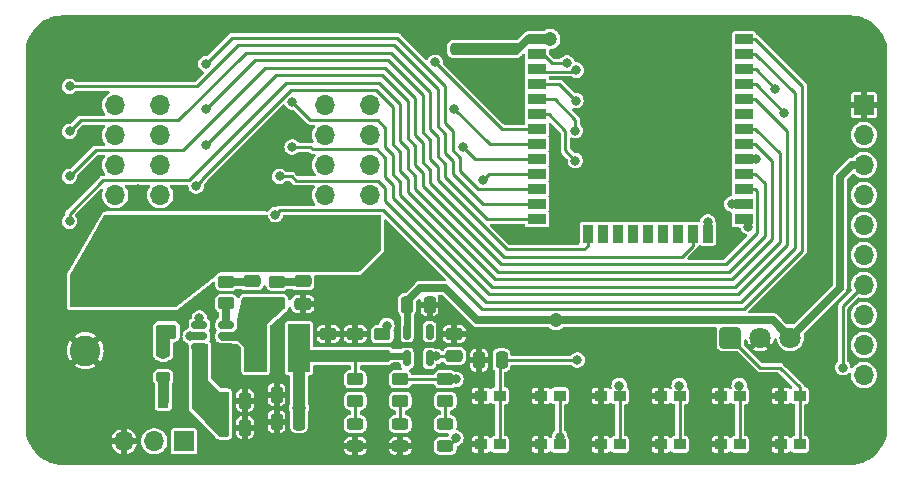
<source format=gbr>
%TF.GenerationSoftware,KiCad,Pcbnew,7.0.6-0*%
%TF.CreationDate,2023-08-15T02:22:11-05:00*%
%TF.ProjectId,kbxLEDController-16ch,6b62784c-4544-4436-9f6e-74726f6c6c65,rev?*%
%TF.SameCoordinates,Original*%
%TF.FileFunction,Copper,L1,Top*%
%TF.FilePolarity,Positive*%
%FSLAX46Y46*%
G04 Gerber Fmt 4.6, Leading zero omitted, Abs format (unit mm)*
G04 Created by KiCad (PCBNEW 7.0.6-0) date 2023-08-15 02:22:11*
%MOMM*%
%LPD*%
G01*
G04 APERTURE LIST*
G04 Aperture macros list*
%AMRoundRect*
0 Rectangle with rounded corners*
0 $1 Rounding radius*
0 $2 $3 $4 $5 $6 $7 $8 $9 X,Y pos of 4 corners*
0 Add a 4 corners polygon primitive as box body*
4,1,4,$2,$3,$4,$5,$6,$7,$8,$9,$2,$3,0*
0 Add four circle primitives for the rounded corners*
1,1,$1+$1,$2,$3*
1,1,$1+$1,$4,$5*
1,1,$1+$1,$6,$7*
1,1,$1+$1,$8,$9*
0 Add four rect primitives between the rounded corners*
20,1,$1+$1,$2,$3,$4,$5,0*
20,1,$1+$1,$4,$5,$6,$7,0*
20,1,$1+$1,$6,$7,$8,$9,0*
20,1,$1+$1,$8,$9,$2,$3,0*%
G04 Aperture macros list end*
%TA.AperFunction,SMDPad,CuDef*%
%ADD10RoundRect,0.250000X-0.450000X0.262500X-0.450000X-0.262500X0.450000X-0.262500X0.450000X0.262500X0*%
%TD*%
%TA.AperFunction,SMDPad,CuDef*%
%ADD11RoundRect,0.243750X0.456250X-0.243750X0.456250X0.243750X-0.456250X0.243750X-0.456250X-0.243750X0*%
%TD*%
%TA.AperFunction,ComponentPad*%
%ADD12C,0.700000*%
%TD*%
%TA.AperFunction,ComponentPad*%
%ADD13C,4.400000*%
%TD*%
%TA.AperFunction,SMDPad,CuDef*%
%ADD14R,1.000000X0.900000*%
%TD*%
%TA.AperFunction,ComponentPad*%
%ADD15R,1.700000X1.700000*%
%TD*%
%TA.AperFunction,ComponentPad*%
%ADD16O,1.700000X1.700000*%
%TD*%
%TA.AperFunction,SMDPad,CuDef*%
%ADD17RoundRect,0.250000X0.250000X0.475000X-0.250000X0.475000X-0.250000X-0.475000X0.250000X-0.475000X0*%
%TD*%
%TA.AperFunction,SMDPad,CuDef*%
%ADD18R,0.900000X1.200000*%
%TD*%
%TA.AperFunction,SMDPad,CuDef*%
%ADD19R,1.500000X0.900000*%
%TD*%
%TA.AperFunction,SMDPad,CuDef*%
%ADD20R,0.900000X1.500000*%
%TD*%
%TA.AperFunction,SMDPad,CuDef*%
%ADD21R,1.050000X1.050000*%
%TD*%
%TA.AperFunction,HeatsinkPad*%
%ADD22C,0.475000*%
%TD*%
%TA.AperFunction,SMDPad,CuDef*%
%ADD23R,4.200000X4.200000*%
%TD*%
%TA.AperFunction,ComponentPad*%
%ADD24RoundRect,0.250200X-0.649800X-0.649800X0.649800X-0.649800X0.649800X0.649800X-0.649800X0.649800X0*%
%TD*%
%TA.AperFunction,ComponentPad*%
%ADD25C,1.800000*%
%TD*%
%TA.AperFunction,SMDPad,CuDef*%
%ADD26RoundRect,0.250000X-0.475000X0.250000X-0.475000X-0.250000X0.475000X-0.250000X0.475000X0.250000X0*%
%TD*%
%TA.AperFunction,SMDPad,CuDef*%
%ADD27R,1.850000X4.100000*%
%TD*%
%TA.AperFunction,SMDPad,CuDef*%
%ADD28RoundRect,0.250000X-0.625000X0.375000X-0.625000X-0.375000X0.625000X-0.375000X0.625000X0.375000X0*%
%TD*%
%TA.AperFunction,SMDPad,CuDef*%
%ADD29RoundRect,0.218750X-0.381250X0.218750X-0.381250X-0.218750X0.381250X-0.218750X0.381250X0.218750X0*%
%TD*%
%TA.AperFunction,SMDPad,CuDef*%
%ADD30RoundRect,0.150000X0.150000X-0.512500X0.150000X0.512500X-0.150000X0.512500X-0.150000X-0.512500X0*%
%TD*%
%TA.AperFunction,ComponentPad*%
%ADD31R,2.600000X2.600000*%
%TD*%
%TA.AperFunction,ComponentPad*%
%ADD32C,2.600000*%
%TD*%
%TA.AperFunction,SMDPad,CuDef*%
%ADD33RoundRect,0.250000X-0.250000X-0.475000X0.250000X-0.475000X0.250000X0.475000X-0.250000X0.475000X0*%
%TD*%
%TA.AperFunction,SMDPad,CuDef*%
%ADD34RoundRect,0.150000X-0.512500X-0.150000X0.512500X-0.150000X0.512500X0.150000X-0.512500X0.150000X0*%
%TD*%
%TA.AperFunction,SMDPad,CuDef*%
%ADD35RoundRect,0.250000X0.475000X-0.250000X0.475000X0.250000X-0.475000X0.250000X-0.475000X-0.250000X0*%
%TD*%
%TA.AperFunction,SMDPad,CuDef*%
%ADD36RoundRect,0.250000X0.450000X-0.262500X0.450000X0.262500X-0.450000X0.262500X-0.450000X-0.262500X0*%
%TD*%
%TA.AperFunction,ViaPad*%
%ADD37C,0.800000*%
%TD*%
%TA.AperFunction,ViaPad*%
%ADD38C,1.200000*%
%TD*%
%TA.AperFunction,Conductor*%
%ADD39C,0.250000*%
%TD*%
%TA.AperFunction,Conductor*%
%ADD40C,0.650000*%
%TD*%
%TA.AperFunction,Conductor*%
%ADD41C,1.000000*%
%TD*%
%TA.AperFunction,Conductor*%
%ADD42C,0.600000*%
%TD*%
%TA.AperFunction,Conductor*%
%ADD43C,0.900000*%
%TD*%
%TA.AperFunction,Conductor*%
%ADD44C,1.200000*%
%TD*%
G04 APERTURE END LIST*
D10*
%TO.P,R1,1*%
%TO.N,+5V*%
X123825000Y-105132500D03*
%TO.P,R1,2*%
%TO.N,Net-(D1-A)*%
X123825000Y-106957500D03*
%TD*%
%TO.P,R3,1*%
%TO.N,+3V3*%
X131445000Y-105132500D03*
%TO.P,R3,2*%
%TO.N,Net-(D3-A)*%
X131445000Y-106957500D03*
%TD*%
%TO.P,R2,1*%
%TO.N,+3V3*%
X127635000Y-105132500D03*
%TO.P,R2,2*%
%TO.N,Net-(D2-A)*%
X127635000Y-106957500D03*
%TD*%
D11*
%TO.P,D3,1,K*%
%TO.N,/GPIO5*%
X131445000Y-110792500D03*
%TO.P,D3,2,A*%
%TO.N,Net-(D3-A)*%
X131445000Y-108917500D03*
%TD*%
%TO.P,D2,1,K*%
%TO.N,GND*%
X127635000Y-110792500D03*
%TO.P,D2,2,A*%
%TO.N,Net-(D2-A)*%
X127635000Y-108917500D03*
%TD*%
%TO.P,D1,1,K*%
%TO.N,GND*%
X123825000Y-110792500D03*
%TO.P,D1,2,A*%
%TO.N,Net-(D1-A)*%
X123825000Y-108917500D03*
%TD*%
D12*
%TO.P,H1,1,1*%
%TO.N,GND*%
X103760000Y-77470000D03*
X104243274Y-76303274D03*
X104243274Y-78636726D03*
X105410000Y-75820000D03*
D13*
X105410000Y-77470000D03*
D12*
X105410000Y-79120000D03*
X106576726Y-76303274D03*
X106576726Y-78636726D03*
X107060000Y-77470000D03*
%TD*%
%TO.P,H2,1,1*%
%TO.N,GND*%
X164085000Y-77470000D03*
X164568274Y-76303274D03*
X164568274Y-78636726D03*
X165735000Y-75820000D03*
D13*
X165735000Y-77470000D03*
D12*
X165735000Y-79120000D03*
X166901726Y-76303274D03*
X166901726Y-78636726D03*
X167385000Y-77470000D03*
%TD*%
D14*
%TO.P,SW6,1,1*%
%TO.N,/GPI39*%
X156375000Y-106535000D03*
X156375000Y-110635000D03*
%TO.P,SW6,2,2*%
%TO.N,GND*%
X154775000Y-106535000D03*
X154775000Y-110635000D03*
%TD*%
%TO.P,SW2,1,1*%
%TO.N,/GPIO0*%
X141135000Y-106535000D03*
X141135000Y-110635000D03*
%TO.P,SW2,2,2*%
%TO.N,GND*%
X139535000Y-106535000D03*
X139535000Y-110635000D03*
%TD*%
D15*
%TO.P,J4,1,Pin_1*%
%TO.N,VDC*%
X125095000Y-92075000D03*
D16*
%TO.P,J4,2,Pin_2*%
%TO.N,/PWM_13_TERM*%
X125095000Y-89535000D03*
%TO.P,J4,3,Pin_3*%
%TO.N,/PWM_14_TERM*%
X125095000Y-86995000D03*
%TO.P,J4,4,Pin_4*%
%TO.N,/PWM_15_TERM*%
X125095000Y-84455000D03*
%TO.P,J4,5,Pin_5*%
%TO.N,/PWM_16_TERM*%
X125095000Y-81915000D03*
%TD*%
D15*
%TO.P,J3,1,Pin_1*%
%TO.N,VDC*%
X121285000Y-92075000D03*
D16*
%TO.P,J3,2,Pin_2*%
%TO.N,/PWM_9_TERM*%
X121285000Y-89535000D03*
%TO.P,J3,3,Pin_3*%
%TO.N,/PWM_10_TERM*%
X121285000Y-86995000D03*
%TO.P,J3,4,Pin_4*%
%TO.N,/PWM_11_TERM*%
X121285000Y-84455000D03*
%TO.P,J3,5,Pin_5*%
%TO.N,/PWM_12_TERM*%
X121285000Y-81915000D03*
%TD*%
D15*
%TO.P,J2,1,Pin_1*%
%TO.N,VDC*%
X107315000Y-92075000D03*
D16*
%TO.P,J2,2,Pin_2*%
%TO.N,/PWM_5_TERM*%
X107315000Y-89535000D03*
%TO.P,J2,3,Pin_3*%
%TO.N,/PWM_6_TERM*%
X107315000Y-86995000D03*
%TO.P,J2,4,Pin_4*%
%TO.N,/PWM_7_TERM*%
X107315000Y-84455000D03*
%TO.P,J2,5,Pin_5*%
%TO.N,/PWM_8_TERM*%
X107315000Y-81915000D03*
%TD*%
D12*
%TO.P,H4,1,1*%
%TO.N,GND*%
X164085000Y-109220000D03*
X164568274Y-108053274D03*
X164568274Y-110386726D03*
X165735000Y-107570000D03*
D13*
X165735000Y-109220000D03*
D12*
X165735000Y-110870000D03*
X166901726Y-108053274D03*
X166901726Y-110386726D03*
X167385000Y-109220000D03*
%TD*%
D17*
%TO.P,C16,1*%
%TO.N,/~{RESET}*%
X136205000Y-103505000D03*
%TO.P,C16,2*%
%TO.N,GND*%
X134305000Y-103505000D03*
%TD*%
D18*
%TO.P,D4,1,K*%
%TO.N,+24V*%
X110870000Y-106934000D03*
%TO.P,D4,2,A*%
%TO.N,Net-(D4-A)*%
X107570000Y-106934000D03*
%TD*%
D14*
%TO.P,SW4,1,1*%
%TO.N,/GPI35*%
X146215000Y-106535000D03*
X146215000Y-110635000D03*
%TO.P,SW4,2,2*%
%TO.N,GND*%
X144615000Y-106535000D03*
X144615000Y-110635000D03*
%TD*%
D12*
%TO.P,H3,1,1*%
%TO.N,GND*%
X97410000Y-109220000D03*
X97893274Y-108053274D03*
X97893274Y-110386726D03*
X99060000Y-107570000D03*
D13*
X99060000Y-109220000D03*
D12*
X99060000Y-110870000D03*
X100226726Y-108053274D03*
X100226726Y-110386726D03*
X100710000Y-109220000D03*
%TD*%
D15*
%TO.P,J6,1,Pin_1*%
%TO.N,GND*%
X166878000Y-81915000D03*
D16*
%TO.P,J6,2,Pin_2*%
%TO.N,unconnected-(J6-Pin_2-Pad2)*%
X166878000Y-84455000D03*
%TO.P,J6,3,Pin_3*%
%TO.N,+3V3*%
X166878000Y-86995000D03*
%TO.P,J6,4,Pin_4*%
%TO.N,/GPIO3*%
X166878000Y-89535000D03*
%TO.P,J6,5,Pin_5*%
%TO.N,/GPIO1*%
X166878000Y-92075000D03*
%TO.P,J6,6,Pin_6*%
%TO.N,unconnected-(J6-Pin_6-Pad6)*%
X166878000Y-94615000D03*
%TO.P,J6,7,Pin_7*%
%TO.N,/GPIO5*%
X166878000Y-97155000D03*
%TO.P,J6,8,Pin_8*%
%TO.N,/GPIO4*%
X166878000Y-99695000D03*
%TO.P,J6,9,Pin_9*%
%TO.N,/GPIO2*%
X166878000Y-102235000D03*
%TO.P,J6,10,Pin_10*%
%TO.N,/GPIO0*%
X166878000Y-104775000D03*
%TD*%
D14*
%TO.P,SW1,1,1*%
%TO.N,/~{RESET}*%
X136055000Y-106535000D03*
X136055000Y-110635000D03*
%TO.P,SW1,2,2*%
%TO.N,GND*%
X134455000Y-106535000D03*
X134455000Y-110635000D03*
%TD*%
%TO.P,SW5,1,1*%
%TO.N,/GPI36*%
X161455000Y-106535000D03*
X161455000Y-110635000D03*
%TO.P,SW5,2,2*%
%TO.N,GND*%
X159855000Y-106535000D03*
X159855000Y-110635000D03*
%TD*%
%TO.P,SW3,1,1*%
%TO.N,/GPI34*%
X151295000Y-106535000D03*
X151295000Y-110635000D03*
%TO.P,SW3,2,2*%
%TO.N,GND*%
X149695000Y-106535000D03*
X149695000Y-110635000D03*
%TD*%
D15*
%TO.P,J1,1,Pin_1*%
%TO.N,VDC*%
X103505000Y-92075000D03*
D16*
%TO.P,J1,2,Pin_2*%
%TO.N,/PWM_1_TERM*%
X103505000Y-89535000D03*
%TO.P,J1,3,Pin_3*%
%TO.N,/PWM_2_TERM*%
X103505000Y-86995000D03*
%TO.P,J1,4,Pin_4*%
%TO.N,/PWM_3_TERM*%
X103505000Y-84455000D03*
%TO.P,J1,5,Pin_5*%
%TO.N,/PWM_4_TERM*%
X103505000Y-81915000D03*
%TD*%
D19*
%TO.P,U1,1,GND*%
%TO.N,GND*%
X139205000Y-75057000D03*
%TO.P,U1,2,VDD*%
%TO.N,+3V3*%
X139205000Y-76327000D03*
%TO.P,U1,3,EN*%
%TO.N,/~{RESET}*%
X139205000Y-77597000D03*
%TO.P,U1,4,SENSOR_VP*%
%TO.N,/GPI36*%
X139205000Y-78867000D03*
%TO.P,U1,5,SENSOR_VN*%
%TO.N,/GPI39*%
X139205000Y-80137000D03*
%TO.P,U1,6,IO34*%
%TO.N,/GPI34*%
X139205000Y-81407000D03*
%TO.P,U1,7,IO35*%
%TO.N,/GPI35*%
X139205000Y-82677000D03*
%TO.P,U1,8,IO32*%
%TO.N,/PWM_16*%
X139205000Y-83947000D03*
%TO.P,U1,9,IO33*%
%TO.N,/PWM_15*%
X139205000Y-85217000D03*
%TO.P,U1,10,IO25*%
%TO.N,/PWM_14*%
X139205000Y-86487000D03*
%TO.P,U1,11,IO26*%
%TO.N,/PWM_13*%
X139205000Y-87757000D03*
%TO.P,U1,12,IO27*%
%TO.N,/PWM_8*%
X139205000Y-89027000D03*
%TO.P,U1,13,IO14*%
%TO.N,/PWM_4*%
X139205000Y-90297000D03*
%TO.P,U1,14,IO12*%
%TO.N,/PWM_3*%
X139205000Y-91567000D03*
D20*
%TO.P,U1,15,GND*%
%TO.N,GND*%
X142245000Y-92817000D03*
%TO.P,U1,16,IO13*%
%TO.N,/PWM_7*%
X143515000Y-92817000D03*
%TO.P,U1,17,SHD/SD2*%
%TO.N,unconnected-(U1-SHD{slash}SD2-Pad17)*%
X144785000Y-92817000D03*
%TO.P,U1,18,SWP/SD3*%
%TO.N,unconnected-(U1-SWP{slash}SD3-Pad18)*%
X146055000Y-92817000D03*
%TO.P,U1,19,SCS/CMD*%
%TO.N,unconnected-(U1-SCS{slash}CMD-Pad19)*%
X147325000Y-92817000D03*
%TO.P,U1,20,SCK/CLK*%
%TO.N,unconnected-(U1-SCK{slash}CLK-Pad20)*%
X148595000Y-92817000D03*
%TO.P,U1,21,SDO/SD0*%
%TO.N,unconnected-(U1-SDO{slash}SD0-Pad21)*%
X149865000Y-92817000D03*
%TO.P,U1,22,SDI/SD1*%
%TO.N,unconnected-(U1-SDI{slash}SD1-Pad22)*%
X151135000Y-92817000D03*
%TO.P,U1,23,IO15*%
%TO.N,/PWM_2*%
X152405000Y-92817000D03*
%TO.P,U1,24,IO2*%
%TO.N,/GPIO2*%
X153675000Y-92817000D03*
D19*
%TO.P,U1,25,IO0*%
%TO.N,/GPIO0*%
X156705000Y-91567000D03*
%TO.P,U1,26,IO4*%
%TO.N,/GPIO4*%
X156705000Y-90297000D03*
%TO.P,U1,27,IO16*%
%TO.N,/PWM_6*%
X156705000Y-89027000D03*
%TO.P,U1,28,IO17*%
%TO.N,/PWM_1*%
X156705000Y-87757000D03*
%TO.P,U1,29,IO5*%
%TO.N,/GPIO5*%
X156705000Y-86487000D03*
%TO.P,U1,30,IO18*%
%TO.N,/PWM_5*%
X156705000Y-85217000D03*
%TO.P,U1,31,IO19*%
%TO.N,/PWM_12*%
X156705000Y-83947000D03*
%TO.P,U1,32,NC*%
%TO.N,unconnected-(U1-NC-Pad32)*%
X156705000Y-82677000D03*
%TO.P,U1,33,IO21*%
%TO.N,/PWM_11*%
X156705000Y-81407000D03*
%TO.P,U1,34,RXD0/IO3*%
%TO.N,/GPIO3*%
X156705000Y-80137000D03*
%TO.P,U1,35,TXD0/IO1*%
%TO.N,/GPIO1*%
X156705000Y-78867000D03*
%TO.P,U1,36,IO22*%
%TO.N,/PWM_10*%
X156705000Y-77597000D03*
%TO.P,U1,37,IO23*%
%TO.N,/PWM_9*%
X156705000Y-76327000D03*
%TO.P,U1,38,GND*%
%TO.N,GND*%
X156705000Y-75057000D03*
D21*
%TO.P,U1,39,GND*%
X145750000Y-80872000D03*
D22*
X145750000Y-81634500D03*
D21*
X145750000Y-82397000D03*
D22*
X145750000Y-83159500D03*
D21*
X145750000Y-83922000D03*
D22*
X146512500Y-80872000D03*
X146512500Y-82397000D03*
X146512500Y-83922000D03*
D21*
X147275000Y-80872000D03*
D22*
X147275000Y-81634500D03*
D21*
X147275000Y-82397000D03*
D23*
X147275000Y-82397000D03*
D22*
X147275000Y-83159500D03*
D21*
X147275000Y-83922000D03*
D22*
X148037500Y-80872000D03*
X148037500Y-82397000D03*
X148037500Y-83922000D03*
D21*
X148800000Y-80872000D03*
D22*
X148800000Y-81634500D03*
D21*
X148800000Y-82397000D03*
D22*
X148800000Y-83159500D03*
D21*
X148800000Y-83922000D03*
%TD*%
D24*
%TO.P,U4,1,OUT*%
%TO.N,/GPI36*%
X155575000Y-101600000D03*
D25*
%TO.P,U4,2,GND*%
%TO.N,GND*%
X158115000Y-101600000D03*
%TO.P,U4,3,Vs*%
%TO.N,+3V3*%
X160655000Y-101600000D03*
%TD*%
D16*
%TO.P,J7,3,Pin_3*%
%TO.N,GND*%
X104267000Y-110388000D03*
%TO.P,J7,2,Pin_2*%
%TO.N,/GPIO2*%
X106807000Y-110388000D03*
D15*
%TO.P,J7,1,Pin_1*%
%TO.N,Net-(J7-Pin_1)*%
X109347000Y-110388000D03*
%TD*%
D26*
%TO.P,C7,1*%
%TO.N,Net-(C7-Pad1)*%
X115062000Y-96840000D03*
%TO.P,C7,2*%
%TO.N,/SW*%
X115062000Y-98740000D03*
%TD*%
D17*
%TO.P,C5,1*%
%TO.N,GND*%
X114488000Y-106934000D03*
%TO.P,C5,2*%
%TO.N,+24V*%
X112588000Y-106934000D03*
%TD*%
D27*
%TO.P,L1,1,1*%
%TO.N,/SW*%
X115396000Y-102489000D03*
%TO.P,L1,2,2*%
%TO.N,+5V*%
X119046000Y-102489000D03*
%TD*%
D26*
%TO.P,C3,1*%
%TO.N,GND*%
X137000000Y-75250000D03*
%TO.P,C3,2*%
%TO.N,+3V3*%
X137000000Y-77150000D03*
%TD*%
%TO.P,C1,1*%
%TO.N,GND*%
X132600000Y-75250000D03*
%TO.P,C1,2*%
%TO.N,+3V3*%
X132600000Y-77150000D03*
%TD*%
D28*
%TO.P,F1,1*%
%TO.N,VDC*%
X107823000Y-98295000D03*
%TO.P,F1,2*%
%TO.N,Net-(F1-Pad2)*%
X107823000Y-101095000D03*
%TD*%
D29*
%TO.P,FB1,1*%
%TO.N,Net-(F1-Pad2)*%
X107569000Y-102823500D03*
%TO.P,FB1,2*%
%TO.N,Net-(D4-A)*%
X107569000Y-104948500D03*
%TD*%
D30*
%TO.P,U3,1,VIN*%
%TO.N,+5V*%
X128209000Y-103372500D03*
%TO.P,U3,2,GND*%
%TO.N,GND*%
X129159000Y-103372500D03*
%TO.P,U3,3,EN*%
%TO.N,Net-(U3-EN)*%
X130109000Y-103372500D03*
%TO.P,U3,4,NC*%
%TO.N,unconnected-(U3-NC-Pad4)*%
X130109000Y-101097500D03*
%TO.P,U3,5,VOUT*%
%TO.N,+3V3*%
X128209000Y-101097500D03*
%TD*%
D10*
%TO.P,R4,1*%
%TO.N,Net-(U3-EN)*%
X126111000Y-101322500D03*
%TO.P,R4,2*%
%TO.N,+5V*%
X126111000Y-103147500D03*
%TD*%
D17*
%TO.P,C6,1*%
%TO.N,GND*%
X112710000Y-104521000D03*
%TO.P,C6,2*%
%TO.N,+24V*%
X110810000Y-104521000D03*
%TD*%
%TO.P,C4,1*%
%TO.N,GND*%
X114488000Y-109220000D03*
%TO.P,C4,2*%
%TO.N,+24V*%
X112588000Y-109220000D03*
%TD*%
D31*
%TO.P,J5,1,Pin_1*%
%TO.N,VDC*%
X100965000Y-97703000D03*
D32*
%TO.P,J5,2,Pin_2*%
%TO.N,GND*%
X100965000Y-102703000D03*
%TD*%
D26*
%TO.P,C10,1*%
%TO.N,GND*%
X121539000Y-101285000D03*
%TO.P,C10,2*%
%TO.N,+5V*%
X121539000Y-103185000D03*
%TD*%
%TO.P,C11,1*%
%TO.N,GND*%
X123825000Y-101285000D03*
%TO.P,C11,2*%
%TO.N,+5V*%
X123825000Y-103185000D03*
%TD*%
D17*
%TO.P,C12,1*%
%TO.N,GND*%
X130109000Y-98806000D03*
%TO.P,C12,2*%
%TO.N,+3V3*%
X128209000Y-98806000D03*
%TD*%
D33*
%TO.P,C9,1*%
%TO.N,GND*%
X117160000Y-108712000D03*
%TO.P,C9,2*%
%TO.N,+5V*%
X119060000Y-108712000D03*
%TD*%
%TO.P,C8,1*%
%TO.N,GND*%
X117160000Y-106426000D03*
%TO.P,C8,2*%
%TO.N,+5V*%
X119060000Y-106426000D03*
%TD*%
D34*
%TO.P,U2,1,FB*%
%TO.N,+5V*%
X110622500Y-100523000D03*
%TO.P,U2,2,EN*%
%TO.N,Net-(U2-EN)*%
X110622500Y-101473000D03*
%TO.P,U2,3,IN*%
%TO.N,+24V*%
X110622500Y-102423000D03*
%TO.P,U2,4,GND*%
%TO.N,GND*%
X112897500Y-102423000D03*
%TO.P,U2,5,SW*%
%TO.N,/SW*%
X112897500Y-101473000D03*
%TO.P,U2,6,BST*%
%TO.N,/BST*%
X112897500Y-100523000D03*
%TD*%
D26*
%TO.P,C2,1*%
%TO.N,GND*%
X134800000Y-75250000D03*
%TO.P,C2,2*%
%TO.N,+3V3*%
X134800000Y-77150000D03*
%TD*%
D35*
%TO.P,C15,1*%
%TO.N,GND*%
X119380000Y-98740000D03*
%TO.P,C15,2*%
%TO.N,Net-(C15-Pad2)*%
X119380000Y-96840000D03*
%TD*%
D36*
%TO.P,R5,1*%
%TO.N,/SW*%
X117221000Y-98702500D03*
%TO.P,R5,2*%
%TO.N,Net-(C15-Pad2)*%
X117221000Y-96877500D03*
%TD*%
D26*
%TO.P,C13,1*%
%TO.N,GND*%
X132207000Y-101285000D03*
%TO.P,C13,2*%
%TO.N,Net-(U3-EN)*%
X132207000Y-103185000D03*
%TD*%
D10*
%TO.P,R6,1*%
%TO.N,Net-(C7-Pad1)*%
X112903000Y-96877500D03*
%TO.P,R6,2*%
%TO.N,/BST*%
X112903000Y-98702500D03*
%TD*%
D37*
%TO.N,GND*%
X137160000Y-81153000D03*
X126746000Y-92456000D03*
X117475000Y-85852000D03*
X152781000Y-111887000D03*
X96393000Y-96520000D03*
X140335000Y-74803000D03*
X153035000Y-89535000D03*
X113538000Y-90170000D03*
X99187000Y-78994000D03*
X111887000Y-97790000D03*
X131572000Y-99695000D03*
X113665000Y-105537000D03*
X109347000Y-99695000D03*
X146685000Y-89535000D03*
X128778000Y-94488000D03*
X140716000Y-102235000D03*
X129159000Y-102235000D03*
X111760000Y-99695000D03*
X140081000Y-111887000D03*
X117221000Y-104775000D03*
X120777000Y-99695000D03*
X159385000Y-74803000D03*
X96393000Y-83820000D03*
X114046000Y-86233000D03*
X117221000Y-101727000D03*
X115316000Y-90170000D03*
X147828000Y-103378000D03*
X137541000Y-102235000D03*
X114681000Y-111887000D03*
X162560000Y-103505000D03*
X125857000Y-99695000D03*
X146685000Y-74803000D03*
X96393000Y-77470000D03*
X112903000Y-103251000D03*
X121031000Y-111887000D03*
X130683000Y-96393000D03*
X96393000Y-90170000D03*
X123317000Y-99695000D03*
X159766000Y-97536000D03*
X111760000Y-74803000D03*
X130810000Y-74803000D03*
X115824000Y-106807000D03*
X159131000Y-111887000D03*
X117475000Y-89662000D03*
X162306000Y-98552000D03*
X115316000Y-84963000D03*
X99187000Y-86614000D03*
X99187000Y-82804000D03*
X113665000Y-104267000D03*
X127381000Y-111887000D03*
X120777000Y-96774000D03*
X163195000Y-90932000D03*
X125857000Y-96774000D03*
X112014000Y-102362000D03*
X128397000Y-96774000D03*
X154813000Y-94488000D03*
X117221000Y-103251000D03*
X163195000Y-94742000D03*
X124460000Y-74803000D03*
X146431000Y-111887000D03*
X105410000Y-89050000D03*
X112776000Y-87503000D03*
X118110000Y-74803000D03*
X116967000Y-83180000D03*
X115824000Y-109347000D03*
X133731000Y-111887000D03*
X133350000Y-102235000D03*
X153035000Y-82423000D03*
X99187000Y-90424000D03*
X154178000Y-103378000D03*
X123317000Y-96774000D03*
X118110000Y-109982000D03*
X115824000Y-105537000D03*
X96393000Y-102870000D03*
X114681000Y-88138000D03*
X137160000Y-92964000D03*
X111506000Y-88773000D03*
X153035000Y-74803000D03*
%TO.N,/~{RESET}*%
X142621000Y-103505000D03*
X141744000Y-78359000D03*
D38*
%TO.N,+3V3*%
X140807500Y-100111500D03*
X140335000Y-76327000D03*
D37*
X132334000Y-105132500D03*
D38*
%TO.N,+24V*%
X112522000Y-108077000D03*
D37*
%TO.N,/GPIO5*%
X157734000Y-86487000D03*
X132334000Y-110109000D03*
X165100000Y-104140000D03*
%TO.N,/GPIO1*%
X159385000Y-80518000D03*
%TO.N,/GPIO3*%
X160147000Y-82550000D03*
%TO.N,/PWM_1*%
X99631500Y-91757500D03*
%TO.N,/PWM_5*%
X110363000Y-88773000D03*
%TO.N,/PWM_9*%
X117062657Y-91195905D03*
%TO.N,/PWM_13*%
X134620000Y-88265000D03*
%TO.N,/PWM_2*%
X99631500Y-87947500D03*
%TO.N,/PWM_6*%
X111188500Y-85280500D03*
%TO.N,/PWM_10*%
X117411500Y-87947500D03*
%TO.N,/PWM_14*%
X132969000Y-85471000D03*
%TO.N,/PWM_3*%
X99631500Y-84137500D03*
%TO.N,/PWM_7*%
X111188500Y-82232500D03*
%TO.N,/PWM_11*%
X118491000Y-85471000D03*
%TO.N,/PWM_15*%
X132207000Y-82232500D03*
%TO.N,/PWM_4*%
X99631500Y-80327500D03*
%TO.N,/PWM_8*%
X111188500Y-78422500D03*
%TO.N,/PWM_12*%
X118491000Y-81661000D03*
%TO.N,/PWM_16*%
X130600000Y-78300000D03*
%TO.N,/GPI34*%
X151257000Y-105664000D03*
X142456500Y-84074000D03*
%TO.N,/GPI35*%
X146177000Y-105664000D03*
X142456500Y-86614000D03*
%TO.N,/GPI36*%
X142536645Y-78967866D03*
%TO.N,/GPI39*%
X156337000Y-105664000D03*
X142494000Y-81534000D03*
%TO.N,/GPIO0*%
X157099000Y-92202000D03*
X141135000Y-109982000D03*
%TO.N,/GPIO4*%
X155702000Y-90297000D03*
%TO.N,/GPIO2*%
X153670000Y-91821000D03*
%TO.N,+5V*%
X118618000Y-100965000D03*
X110622500Y-99949000D03*
D38*
X119060000Y-107569000D03*
D37*
%TO.N,Net-(U3-EN)*%
X126492000Y-100584000D03*
X130683000Y-103185000D03*
%TO.N,Net-(U2-EN)*%
X109855000Y-101473000D03*
%TD*%
D39*
%TO.N,/~{RESET}*%
X141744000Y-78359000D02*
X140462000Y-78359000D01*
X140462000Y-78359000D02*
X139700000Y-77597000D01*
X139700000Y-77597000D02*
X139205000Y-77597000D01*
X136055000Y-106535000D02*
X136055000Y-103655000D01*
X136205000Y-103505000D02*
X142621000Y-103505000D01*
X136055000Y-103655000D02*
X136205000Y-103505000D01*
X136055000Y-110635000D02*
X136055000Y-106535000D01*
D40*
%TO.N,+3V3*%
X128209000Y-98486000D02*
X129286000Y-97409000D01*
X164846000Y-88011000D02*
X165862000Y-86995000D01*
X165862000Y-86995000D02*
X166878000Y-86995000D01*
X137000000Y-77150000D02*
X137607000Y-77150000D01*
D39*
X127635000Y-105132500D02*
X131445000Y-105132500D01*
D40*
X139205000Y-76327000D02*
X140335000Y-76327000D01*
X164846000Y-97409000D02*
X164846000Y-88011000D01*
X134147500Y-100111500D02*
X140807500Y-100111500D01*
D41*
X132600000Y-77150000D02*
X134800000Y-77150000D01*
D40*
X159166500Y-100111500D02*
X140807500Y-100111500D01*
D39*
X131445000Y-105132500D02*
X132334000Y-105132500D01*
D40*
X160655000Y-101600000D02*
X159166500Y-100111500D01*
D41*
X134800000Y-77150000D02*
X137000000Y-77150000D01*
D40*
X137607000Y-77150000D02*
X138430000Y-76327000D01*
X138430000Y-76327000D02*
X139205000Y-76327000D01*
X128209000Y-98806000D02*
X128209000Y-98486000D01*
D42*
X128209000Y-101097500D02*
X128209000Y-98806000D01*
D40*
X131445000Y-97409000D02*
X134147500Y-100111500D01*
X129286000Y-97409000D02*
X131445000Y-97409000D01*
X160655000Y-101600000D02*
X164846000Y-97409000D01*
D39*
%TO.N,Net-(D1-A)*%
X123825000Y-107070000D02*
X123825000Y-108917500D01*
%TO.N,Net-(D2-A)*%
X127635000Y-108917500D02*
X127635000Y-107070000D01*
%TO.N,/GPIO5*%
X156705000Y-86487000D02*
X157734000Y-86487000D01*
X131445000Y-110792500D02*
X131650500Y-110792500D01*
X165100000Y-98933000D02*
X166878000Y-97155000D01*
X165100000Y-104140000D02*
X165100000Y-98933000D01*
X131650500Y-110792500D02*
X132334000Y-110109000D01*
%TO.N,/GPIO1*%
X157734000Y-78867000D02*
X159385000Y-80518000D01*
X156705000Y-78867000D02*
X157734000Y-78867000D01*
%TO.N,/GPIO3*%
X156705000Y-80137000D02*
X157734000Y-80137000D01*
X157734000Y-80137000D02*
X160147000Y-82550000D01*
%TO.N,/PWM_1*%
X156705000Y-87757000D02*
X157705000Y-87757000D01*
X125857000Y-80010000D02*
X117983000Y-80010000D01*
X127635000Y-84963000D02*
X127635000Y-81788000D01*
X128270000Y-85598000D02*
X127635000Y-84963000D01*
X158496000Y-92964000D02*
X155448000Y-96012000D01*
X157705000Y-87757000D02*
X158496000Y-88548000D01*
X117983000Y-80010000D02*
X109728000Y-88265000D01*
X109728000Y-88265000D02*
X102489000Y-88265000D01*
X158496000Y-88548000D02*
X158496000Y-92964000D01*
X135890000Y-96012000D02*
X128905000Y-89027000D01*
X128905000Y-89027000D02*
X128905000Y-87884000D01*
X127635000Y-81788000D02*
X125857000Y-80010000D01*
X102489000Y-88265000D02*
X99631500Y-91122500D01*
X99631500Y-91122500D02*
X99631500Y-91757500D01*
X155448000Y-96012000D02*
X135890000Y-96012000D01*
X128270000Y-87249000D02*
X128270000Y-85598000D01*
X128905000Y-87884000D02*
X128270000Y-87249000D01*
%TO.N,/PWM_5*%
X110871000Y-88138000D02*
X110871000Y-88265000D01*
X127635000Y-85852000D02*
X127000000Y-85217000D01*
X127000000Y-85217000D02*
X127000000Y-82042000D01*
X125603000Y-80645000D02*
X118364000Y-80645000D01*
X110871000Y-88265000D02*
X110363000Y-88773000D01*
X155702000Y-96647000D02*
X135636000Y-96647000D01*
X127000000Y-82042000D02*
X125603000Y-80645000D01*
X118364000Y-80645000D02*
X110871000Y-88138000D01*
X159131000Y-86643000D02*
X159131000Y-93218000D01*
X127635000Y-87503000D02*
X127635000Y-85852000D01*
X128270000Y-88138000D02*
X127635000Y-87503000D01*
X128270000Y-89281000D02*
X128270000Y-88138000D01*
X135636000Y-96647000D02*
X128270000Y-89281000D01*
X156705000Y-85217000D02*
X157705000Y-85217000D01*
X157705000Y-85217000D02*
X159131000Y-86643000D01*
X159131000Y-93218000D02*
X155702000Y-96647000D01*
%TO.N,/PWM_9*%
X161671000Y-80293000D02*
X157705000Y-76327000D01*
X134582002Y-99187000D02*
X156718000Y-99187000D01*
X161671000Y-94234000D02*
X161671000Y-80293000D01*
X157705000Y-76327000D02*
X156705000Y-76327000D01*
X156718000Y-99187000D02*
X161671000Y-94234000D01*
X117062657Y-91195905D02*
X117453562Y-90805000D01*
X126200002Y-90805000D02*
X134582002Y-99187000D01*
X117453562Y-90805000D02*
X126200002Y-90805000D01*
%TO.N,/PWM_13*%
X134620000Y-88265000D02*
X135128000Y-87757000D01*
X135128000Y-87757000D02*
X139205000Y-87757000D01*
%TO.N,/PWM_2*%
X130175000Y-87376000D02*
X129540000Y-86741000D01*
X152405000Y-93817000D02*
X151480000Y-94742000D01*
X130175000Y-88519000D02*
X130175000Y-87376000D01*
X136398000Y-94742000D02*
X130175000Y-88519000D01*
X129540000Y-86741000D02*
X129540000Y-85090000D01*
X109220000Y-85725000D02*
X101854000Y-85725000D01*
X129540000Y-85090000D02*
X128905000Y-84455000D01*
X152405000Y-92817000D02*
X152405000Y-93817000D01*
X116205000Y-78740000D02*
X109220000Y-85725000D01*
X101854000Y-85725000D02*
X99631500Y-87947500D01*
X128905000Y-81280000D02*
X126365000Y-78740000D01*
X151480000Y-94742000D02*
X136398000Y-94742000D01*
X128905000Y-84455000D02*
X128905000Y-81280000D01*
X126365000Y-78740000D02*
X116205000Y-78740000D01*
%TO.N,/PWM_6*%
X129540000Y-87630000D02*
X128905000Y-86995000D01*
X126111000Y-79375000D02*
X117094000Y-79375000D01*
X157705000Y-89027000D02*
X157861000Y-89183000D01*
X157861000Y-92710000D02*
X155194000Y-95377000D01*
X136144000Y-95377000D02*
X129540000Y-88773000D01*
X128905000Y-85344000D02*
X128270000Y-84709000D01*
X129540000Y-88773000D02*
X129540000Y-87630000D01*
X155194000Y-95377000D02*
X136144000Y-95377000D01*
X117094000Y-79375000D02*
X111188500Y-85280500D01*
X128270000Y-84709000D02*
X128270000Y-81534000D01*
X156705000Y-89027000D02*
X157705000Y-89027000D01*
X157861000Y-89183000D02*
X157861000Y-92710000D01*
X128905000Y-86995000D02*
X128905000Y-85344000D01*
X128270000Y-81534000D02*
X126111000Y-79375000D01*
%TO.N,/PWM_10*%
X118427500Y-87947500D02*
X117411500Y-87947500D01*
X161036000Y-93980000D02*
X156464000Y-98552000D01*
X157705000Y-77597000D02*
X161036000Y-80928000D01*
X125774999Y-88309999D02*
X118789999Y-88309999D01*
X156705000Y-77597000D02*
X157705000Y-77597000D01*
X118789999Y-88309999D02*
X118427500Y-87947500D01*
X134874000Y-98552000D02*
X126365000Y-90043000D01*
X126365000Y-88900000D02*
X125774999Y-88309999D01*
X161036000Y-80928000D02*
X161036000Y-93980000D01*
X126365000Y-90043000D02*
X126365000Y-88900000D01*
X156464000Y-98552000D02*
X134874000Y-98552000D01*
%TO.N,/PWM_14*%
X133985000Y-86487000D02*
X132969000Y-85471000D01*
X139205000Y-86487000D02*
X133985000Y-86487000D01*
%TO.N,/PWM_3*%
X139205000Y-91567000D02*
X135001000Y-91567000D01*
X130175000Y-83947000D02*
X130175000Y-80772000D01*
X100584000Y-83185000D02*
X99631500Y-84137500D01*
X131445000Y-86868000D02*
X130810000Y-86233000D01*
X130810000Y-86233000D02*
X130810000Y-84582000D01*
X131445000Y-88011000D02*
X131445000Y-86868000D01*
X114554000Y-77470000D02*
X108839000Y-83185000D01*
X108839000Y-83185000D02*
X100584000Y-83185000D01*
X130175000Y-80772000D02*
X126873000Y-77470000D01*
X135001000Y-91567000D02*
X131445000Y-88011000D01*
X126873000Y-77470000D02*
X114554000Y-77470000D01*
X130810000Y-84582000D02*
X130175000Y-83947000D01*
%TO.N,/PWM_7*%
X129540000Y-81026000D02*
X126619000Y-78105000D01*
X130810000Y-87122000D02*
X130175000Y-86487000D01*
X130175000Y-84836000D02*
X129540000Y-84201000D01*
X143515000Y-92817000D02*
X143515000Y-93817000D01*
X115316000Y-78105000D02*
X111188500Y-82232500D01*
X143515000Y-93817000D02*
X143225000Y-94107000D01*
X126619000Y-78105000D02*
X115316000Y-78105000D01*
X130175000Y-86487000D02*
X130175000Y-84836000D01*
X130810000Y-88265000D02*
X130810000Y-87122000D01*
X143225000Y-94107000D02*
X136652000Y-94107000D01*
X136652000Y-94107000D02*
X130810000Y-88265000D01*
X129540000Y-84201000D02*
X129540000Y-81026000D01*
%TO.N,/PWM_11*%
X160401000Y-93726000D02*
X156210000Y-97917000D01*
X160401000Y-84103000D02*
X160401000Y-93726000D01*
X135128000Y-97917000D02*
X127000000Y-89789000D01*
X120015000Y-85471000D02*
X118491000Y-85471000D01*
X125685001Y-85680001D02*
X120224001Y-85680001D01*
X126365000Y-88011000D02*
X126365000Y-86360000D01*
X156210000Y-97917000D02*
X135128000Y-97917000D01*
X120224001Y-85680001D02*
X120015000Y-85471000D01*
X157705000Y-81407000D02*
X160401000Y-84103000D01*
X126365000Y-86360000D02*
X125685001Y-85680001D01*
X127000000Y-88646000D02*
X126365000Y-88011000D01*
X127000000Y-89789000D02*
X127000000Y-88646000D01*
X156705000Y-81407000D02*
X157705000Y-81407000D01*
%TO.N,/PWM_15*%
X139205000Y-85217000D02*
X135191500Y-85217000D01*
X135191500Y-85217000D02*
X132207000Y-82232500D01*
%TO.N,/PWM_4*%
X132080000Y-86614000D02*
X131445000Y-85979000D01*
X113919000Y-76835000D02*
X110426500Y-80327500D01*
X130810000Y-83693000D02*
X130810000Y-80518000D01*
X131445000Y-84328000D02*
X130810000Y-83693000D01*
X134620000Y-90297000D02*
X132080000Y-87757000D01*
X110426500Y-80327500D02*
X99631500Y-80327500D01*
X131445000Y-85979000D02*
X131445000Y-84328000D01*
X130810000Y-80518000D02*
X127127000Y-76835000D01*
X139205000Y-90297000D02*
X134620000Y-90297000D01*
X127127000Y-76835000D02*
X113919000Y-76835000D01*
X132080000Y-87757000D02*
X132080000Y-86614000D01*
%TO.N,/PWM_8*%
X132715000Y-86360000D02*
X132080000Y-85725000D01*
X134239000Y-89027000D02*
X132715000Y-87503000D01*
X132080000Y-84074000D02*
X131445000Y-83439000D01*
X131445000Y-80264000D02*
X127381000Y-76200000D01*
X139205000Y-89027000D02*
X134239000Y-89027000D01*
X131445000Y-83439000D02*
X131445000Y-80264000D01*
X113411000Y-76200000D02*
X111188500Y-78422500D01*
X127381000Y-76200000D02*
X113411000Y-76200000D01*
X132080000Y-85725000D02*
X132080000Y-84074000D01*
X132715000Y-87503000D02*
X132715000Y-86360000D01*
%TO.N,/PWM_12*%
X127635000Y-88392000D02*
X127000000Y-87757000D01*
X155956000Y-97282000D02*
X135382000Y-97282000D01*
X135382000Y-97282000D02*
X127635000Y-89535000D01*
X157705000Y-83947000D02*
X159766000Y-86008000D01*
X120015000Y-83185000D02*
X118491000Y-81661000D01*
X156705000Y-83947000D02*
X157705000Y-83947000D01*
X126365000Y-83820000D02*
X125730000Y-83185000D01*
X127000000Y-87757000D02*
X127000000Y-86106000D01*
X125730000Y-83185000D02*
X120015000Y-83185000D01*
X159766000Y-93472000D02*
X155956000Y-97282000D01*
X127000000Y-86106000D02*
X126365000Y-85471000D01*
X159766000Y-86008000D02*
X159766000Y-93472000D01*
X126365000Y-85471000D02*
X126365000Y-83820000D01*
X127635000Y-89535000D02*
X127635000Y-88392000D01*
%TO.N,/PWM_16*%
X136247000Y-83947000D02*
X130600000Y-78300000D01*
X139205000Y-83947000D02*
X136247000Y-83947000D01*
%TO.N,/GPI34*%
X151295000Y-110635000D02*
X151295000Y-106535000D01*
X151257000Y-106497000D02*
X151295000Y-106535000D01*
X142456500Y-83147500D02*
X142456500Y-84074000D01*
X140716000Y-81407000D02*
X142456500Y-83147500D01*
X139205000Y-81407000D02*
X140716000Y-81407000D01*
X151257000Y-105664000D02*
X151257000Y-106497000D01*
%TO.N,/GPI35*%
X140208000Y-82677000D02*
X141605000Y-84074000D01*
X141605000Y-85762500D02*
X142456500Y-86614000D01*
X141605000Y-84074000D02*
X141605000Y-85762500D01*
X146177000Y-105664000D02*
X146177000Y-106497000D01*
X139205000Y-82677000D02*
X140208000Y-82677000D01*
X146215000Y-106535000D02*
X146215000Y-110635000D01*
X146177000Y-106497000D02*
X146215000Y-106535000D01*
%TO.N,/GPI36*%
X161455000Y-110635000D02*
X161455000Y-106535000D01*
X139205000Y-78867000D02*
X139422000Y-79084000D01*
X158115000Y-104140000D02*
X159766000Y-104140000D01*
X159766000Y-104140000D02*
X161455000Y-105829000D01*
X142420511Y-79084000D02*
X142536645Y-78967866D01*
X161455000Y-105829000D02*
X161455000Y-106535000D01*
X139422000Y-79084000D02*
X142420511Y-79084000D01*
X155575000Y-101600000D02*
X158115000Y-104140000D01*
%TO.N,/GPI39*%
X156337000Y-105664000D02*
X156337000Y-106497000D01*
X139205000Y-80137000D02*
X141097000Y-80137000D01*
X141097000Y-80137000D02*
X142494000Y-81534000D01*
X156337000Y-106497000D02*
X156375000Y-106535000D01*
X156375000Y-110635000D02*
X156375000Y-106535000D01*
%TO.N,/GPIO0*%
X156705000Y-91567000D02*
X156705000Y-91808000D01*
X141135000Y-106535000D02*
X141135000Y-109982000D01*
X141135000Y-110635000D02*
X141135000Y-109982000D01*
X156705000Y-91808000D02*
X157099000Y-92202000D01*
%TO.N,/GPIO4*%
X156705000Y-90297000D02*
X155702000Y-90297000D01*
D40*
%TO.N,+5V*%
X110622500Y-99949000D02*
X110622500Y-100523000D01*
D39*
X123825000Y-105132500D02*
X123825000Y-103185000D01*
D41*
X119060000Y-106426000D02*
X119060000Y-102503000D01*
X119742000Y-103185000D02*
X121539000Y-103185000D01*
D42*
X126111000Y-103147500D02*
X127984000Y-103147500D01*
X127984000Y-103147500D02*
X128209000Y-103372500D01*
D41*
X121539000Y-103185000D02*
X123825000Y-103185000D01*
X123825000Y-103185000D02*
X126073500Y-103185000D01*
X119046000Y-102489000D02*
X119742000Y-103185000D01*
X119060000Y-102503000D02*
X119046000Y-102489000D01*
X119060000Y-108712000D02*
X119060000Y-107569000D01*
X119060000Y-107569000D02*
X119060000Y-106426000D01*
X126073500Y-103185000D02*
X126111000Y-103147500D01*
D39*
%TO.N,Net-(D3-A)*%
X131445000Y-107070000D02*
X131445000Y-108917500D01*
D40*
%TO.N,/BST*%
X112897500Y-100523000D02*
X112897500Y-98708000D01*
X112897500Y-98708000D02*
X112903000Y-98702500D01*
D43*
%TO.N,Net-(D4-A)*%
X107570000Y-104949500D02*
X107569000Y-104948500D01*
X107570000Y-106934000D02*
X107570000Y-104949500D01*
D39*
%TO.N,Net-(U3-EN)*%
X126111000Y-101322500D02*
X126111000Y-100965000D01*
X126111000Y-100965000D02*
X126492000Y-100584000D01*
X130296500Y-103185000D02*
X130109000Y-103372500D01*
X130683000Y-103185000D02*
X130296500Y-103185000D01*
X130683000Y-103185000D02*
X132207000Y-103185000D01*
D44*
%TO.N,Net-(F1-Pad2)*%
X107569000Y-102823500D02*
X107569000Y-101349000D01*
X107569000Y-101349000D02*
X107823000Y-101095000D01*
D40*
%TO.N,Net-(C7-Pad1)*%
X112903000Y-96877500D02*
X115024500Y-96877500D01*
X115024500Y-96877500D02*
X115062000Y-96840000D01*
D39*
%TO.N,Net-(U2-EN)*%
X109855000Y-101473000D02*
X110622500Y-101473000D01*
D40*
%TO.N,Net-(C15-Pad2)*%
X117221000Y-96877500D02*
X119342500Y-96877500D01*
X119342500Y-96877500D02*
X119380000Y-96840000D01*
%TD*%
%TA.AperFunction,Conductor*%
%TO.N,VDC*%
G36*
X116358642Y-91206002D02*
G01*
X116405135Y-91259658D01*
X116415602Y-91296813D01*
X116422506Y-91353684D01*
X116459454Y-91451105D01*
X116478870Y-91502300D01*
X116569159Y-91633106D01*
X116688128Y-91738504D01*
X116688129Y-91738504D01*
X116688131Y-91738506D01*
X116762857Y-91777725D01*
X116828864Y-91812368D01*
X116983186Y-91850405D01*
X116983187Y-91850405D01*
X117142127Y-91850405D01*
X117142128Y-91850405D01*
X117296450Y-91812368D01*
X117437186Y-91738504D01*
X117556155Y-91633106D01*
X117646444Y-91502300D01*
X117702806Y-91353687D01*
X117702806Y-91353686D01*
X117702807Y-91353684D01*
X117709712Y-91296813D01*
X117737778Y-91231600D01*
X117796646Y-91191913D01*
X117834793Y-91186000D01*
X125858000Y-91186000D01*
X125926121Y-91206002D01*
X125972614Y-91259658D01*
X125984000Y-91312000D01*
X125984000Y-94181810D01*
X125963998Y-94249931D01*
X125947095Y-94270905D01*
X124242713Y-95975286D01*
X124180401Y-96009312D01*
X124154080Y-96012190D01*
X112394998Y-96055306D01*
X112305105Y-96125473D01*
X112271612Y-96144204D01*
X112208734Y-96167657D01*
X112208732Y-96167658D01*
X112092595Y-96254596D01*
X112036478Y-96329560D01*
X112013139Y-96353375D01*
X108619349Y-99002478D01*
X108553343Y-99028626D01*
X108541423Y-99029153D01*
X102261557Y-99009363D01*
X102193500Y-98989147D01*
X102172859Y-98972459D01*
X99686924Y-96486524D01*
X99652898Y-96424212D01*
X99657963Y-96353397D01*
X99666682Y-96334808D01*
X101512336Y-93112735D01*
X102579700Y-91249372D01*
X102630915Y-91200204D01*
X102689033Y-91186000D01*
X116290521Y-91186000D01*
X116358642Y-91206002D01*
G37*
%TD.AperFunction*%
%TD*%
%TA.AperFunction,Conductor*%
%TO.N,GND*%
G36*
X165736628Y-74320585D02*
G01*
X166060920Y-74337580D01*
X166067469Y-74338269D01*
X166203127Y-74359755D01*
X166386558Y-74388807D01*
X166393009Y-74390179D01*
X166705062Y-74473794D01*
X166711325Y-74475828D01*
X167012941Y-74591608D01*
X167018948Y-74594282D01*
X167306813Y-74740957D01*
X167312513Y-74744247D01*
X167370880Y-74782151D01*
X167583464Y-74920205D01*
X167588792Y-74924076D01*
X167839860Y-75127386D01*
X167844753Y-75131791D01*
X168073207Y-75360245D01*
X168077612Y-75365137D01*
X168280920Y-75616203D01*
X168284794Y-75621535D01*
X168460747Y-75892478D01*
X168464046Y-75898192D01*
X168610713Y-76186043D01*
X168613395Y-76192068D01*
X168691486Y-76395501D01*
X168729166Y-76493661D01*
X168731205Y-76499937D01*
X168814820Y-76811990D01*
X168816192Y-76818444D01*
X168866730Y-77137530D01*
X168867420Y-77144093D01*
X168869977Y-77192886D01*
X168884414Y-77468372D01*
X168884500Y-77471643D01*
X168884500Y-109218356D01*
X168884414Y-109221628D01*
X168873441Y-109431023D01*
X168867420Y-109545906D01*
X168866730Y-109552469D01*
X168816192Y-109871555D01*
X168814820Y-109878009D01*
X168731205Y-110190062D01*
X168729166Y-110196338D01*
X168613397Y-110497927D01*
X168610713Y-110503956D01*
X168464046Y-110791807D01*
X168460747Y-110797521D01*
X168284794Y-111068464D01*
X168280916Y-111073802D01*
X168077613Y-111324860D01*
X168073198Y-111329764D01*
X167844764Y-111558198D01*
X167839860Y-111562613D01*
X167588802Y-111765916D01*
X167583464Y-111769794D01*
X167312521Y-111945747D01*
X167306807Y-111949046D01*
X167018956Y-112095713D01*
X167012927Y-112098397D01*
X166711338Y-112214166D01*
X166705062Y-112216205D01*
X166393009Y-112299820D01*
X166386555Y-112301192D01*
X166067469Y-112351730D01*
X166060906Y-112352420D01*
X165971973Y-112357080D01*
X165736628Y-112369414D01*
X165733356Y-112369500D01*
X99061644Y-112369500D01*
X99058371Y-112369414D01*
X98809108Y-112356351D01*
X98734093Y-112352420D01*
X98727530Y-112351730D01*
X98408444Y-112301192D01*
X98401990Y-112299820D01*
X98089937Y-112216205D01*
X98083661Y-112214166D01*
X98078081Y-112212024D01*
X97782068Y-112098395D01*
X97776043Y-112095713D01*
X97488192Y-111949046D01*
X97482478Y-111945747D01*
X97211535Y-111769794D01*
X97206203Y-111765920D01*
X96955137Y-111562612D01*
X96950245Y-111558207D01*
X96721791Y-111329753D01*
X96717386Y-111324860D01*
X96679030Y-111277494D01*
X96514076Y-111073792D01*
X96510205Y-111068464D01*
X96443345Y-110965509D01*
X96334247Y-110797513D01*
X96330953Y-110791807D01*
X96184282Y-110503948D01*
X96181608Y-110497941D01*
X96065828Y-110196325D01*
X96063794Y-110190062D01*
X96049710Y-110137502D01*
X96048771Y-110133999D01*
X103191450Y-110133999D01*
X103191451Y-110134000D01*
X103835884Y-110134000D01*
X103807507Y-110178156D01*
X103767000Y-110316111D01*
X103767000Y-110459889D01*
X103807507Y-110597844D01*
X103835884Y-110642000D01*
X103191451Y-110642000D01*
X103233138Y-110788514D01*
X103233140Y-110788519D01*
X103324340Y-110971672D01*
X103447637Y-111134946D01*
X103598838Y-111272784D01*
X103772796Y-111380493D01*
X103772803Y-111380496D01*
X103963582Y-111454405D01*
X104012999Y-111463642D01*
X104013000Y-111463642D01*
X104013000Y-110821674D01*
X104124685Y-110872680D01*
X104231237Y-110888000D01*
X104302763Y-110888000D01*
X104409315Y-110872680D01*
X104521000Y-110821674D01*
X104521000Y-111463642D01*
X104570417Y-111454405D01*
X104570418Y-111454405D01*
X104761196Y-111380496D01*
X104761203Y-111380493D01*
X104935161Y-111272784D01*
X105086362Y-111134946D01*
X105209659Y-110971672D01*
X105300859Y-110788519D01*
X105300861Y-110788514D01*
X105342549Y-110642000D01*
X104698116Y-110642000D01*
X104726493Y-110597844D01*
X104767000Y-110459889D01*
X104767000Y-110388004D01*
X105697768Y-110388004D01*
X105716654Y-110591819D01*
X105740319Y-110674991D01*
X105772672Y-110788701D01*
X105863912Y-110971935D01*
X105863913Y-110971936D01*
X105987266Y-111135284D01*
X106138536Y-111273185D01*
X106312566Y-111380940D01*
X106312568Y-111380940D01*
X106312573Y-111380944D01*
X106503444Y-111454888D01*
X106704653Y-111492500D01*
X106704655Y-111492500D01*
X106909345Y-111492500D01*
X106909347Y-111492500D01*
X107110556Y-111454888D01*
X107301427Y-111380944D01*
X107475462Y-111273186D01*
X107486566Y-111263063D01*
X108242500Y-111263063D01*
X108242501Y-111263073D01*
X108257265Y-111337300D01*
X108313516Y-111421484D01*
X108397697Y-111477733D01*
X108397699Y-111477734D01*
X108471933Y-111492500D01*
X110222066Y-111492499D01*
X110222069Y-111492498D01*
X110222073Y-111492498D01*
X110271326Y-111482701D01*
X110296301Y-111477734D01*
X110380484Y-111421484D01*
X110436734Y-111337301D01*
X110451500Y-111263067D01*
X110451500Y-111046500D01*
X122871001Y-111046500D01*
X122871001Y-111083846D01*
X122871002Y-111083870D01*
X122877373Y-111143138D01*
X122927392Y-111277247D01*
X123013169Y-111391830D01*
X123127752Y-111477607D01*
X123261862Y-111527627D01*
X123321140Y-111533999D01*
X123571000Y-111533999D01*
X123571000Y-111046500D01*
X124079000Y-111046500D01*
X124079000Y-111533999D01*
X124328847Y-111533999D01*
X124328870Y-111533997D01*
X124388138Y-111527626D01*
X124522247Y-111477607D01*
X124636830Y-111391830D01*
X124722607Y-111277247D01*
X124772627Y-111143137D01*
X124778999Y-111083867D01*
X124779000Y-111083850D01*
X124779000Y-111046500D01*
X126681001Y-111046500D01*
X126681001Y-111083846D01*
X126681002Y-111083870D01*
X126687373Y-111143138D01*
X126737392Y-111277247D01*
X126823169Y-111391830D01*
X126937752Y-111477607D01*
X127071862Y-111527627D01*
X127131140Y-111533999D01*
X127381000Y-111533999D01*
X127381000Y-111046500D01*
X127889000Y-111046500D01*
X127889000Y-111533999D01*
X128138847Y-111533999D01*
X128138870Y-111533997D01*
X128198138Y-111527626D01*
X128332247Y-111477607D01*
X128446830Y-111391830D01*
X128532607Y-111277247D01*
X128582627Y-111143137D01*
X128588995Y-111083900D01*
X130490500Y-111083900D01*
X130490502Y-111083921D01*
X130496879Y-111143246D01*
X130496879Y-111143248D01*
X130496880Y-111143250D01*
X130528009Y-111226711D01*
X130546950Y-111277494D01*
X130632810Y-111392189D01*
X130747505Y-111478049D01*
X130747507Y-111478049D01*
X130747509Y-111478051D01*
X130881750Y-111528120D01*
X130941091Y-111534500D01*
X131948908Y-111534499D01*
X132008250Y-111528120D01*
X132142491Y-111478051D01*
X132142915Y-111477734D01*
X132257189Y-111392189D01*
X132343049Y-111277494D01*
X132343049Y-111277493D01*
X132343051Y-111277491D01*
X132393120Y-111143250D01*
X132396693Y-111110013D01*
X133701000Y-111110013D01*
X133701001Y-111110022D01*
X133715737Y-111184105D01*
X133715737Y-111184107D01*
X133771875Y-111268124D01*
X133855893Y-111324262D01*
X133855894Y-111324263D01*
X133929980Y-111338999D01*
X134201000Y-111338999D01*
X134709000Y-111338999D01*
X134980014Y-111338999D01*
X134980022Y-111338998D01*
X135054105Y-111324262D01*
X135054107Y-111324262D01*
X135138123Y-111268124D01*
X135149932Y-111250451D01*
X135204408Y-111204922D01*
X135274851Y-111196072D01*
X135338896Y-111226711D01*
X135359463Y-111250446D01*
X135371516Y-111268484D01*
X135455697Y-111324733D01*
X135455699Y-111324734D01*
X135529933Y-111339500D01*
X136580066Y-111339499D01*
X136580069Y-111339498D01*
X136580073Y-111339498D01*
X136640761Y-111327427D01*
X136654301Y-111324734D01*
X136738484Y-111268484D01*
X136794734Y-111184301D01*
X136809500Y-111110067D01*
X136809500Y-110889000D01*
X138781001Y-110889000D01*
X138781001Y-111110022D01*
X138795737Y-111184105D01*
X138795737Y-111184107D01*
X138851875Y-111268124D01*
X138935893Y-111324262D01*
X138935894Y-111324263D01*
X139009980Y-111338999D01*
X139281000Y-111338999D01*
X139789000Y-111338999D01*
X140060014Y-111338999D01*
X140060022Y-111338998D01*
X140134105Y-111324262D01*
X140134107Y-111324262D01*
X140218123Y-111268124D01*
X140229932Y-111250451D01*
X140284408Y-111204922D01*
X140354851Y-111196072D01*
X140418896Y-111226711D01*
X140439463Y-111250446D01*
X140451516Y-111268484D01*
X140535697Y-111324733D01*
X140535699Y-111324734D01*
X140609933Y-111339500D01*
X141660066Y-111339499D01*
X141660069Y-111339498D01*
X141660073Y-111339498D01*
X141720761Y-111327427D01*
X141734301Y-111324734D01*
X141818484Y-111268484D01*
X141874734Y-111184301D01*
X141889500Y-111110067D01*
X141889500Y-110889000D01*
X143861001Y-110889000D01*
X143861001Y-111110022D01*
X143875737Y-111184105D01*
X143875737Y-111184107D01*
X143931875Y-111268124D01*
X144015893Y-111324262D01*
X144015894Y-111324263D01*
X144089980Y-111338999D01*
X144361000Y-111338999D01*
X144869000Y-111338999D01*
X145140014Y-111338999D01*
X145140022Y-111338998D01*
X145214105Y-111324262D01*
X145214107Y-111324262D01*
X145298123Y-111268124D01*
X145309932Y-111250451D01*
X145364408Y-111204922D01*
X145434851Y-111196072D01*
X145498896Y-111226711D01*
X145519463Y-111250446D01*
X145531516Y-111268484D01*
X145615697Y-111324733D01*
X145615699Y-111324734D01*
X145689933Y-111339500D01*
X146740066Y-111339499D01*
X146740069Y-111339498D01*
X146740073Y-111339498D01*
X146800761Y-111327427D01*
X146814301Y-111324734D01*
X146898484Y-111268484D01*
X146954734Y-111184301D01*
X146969500Y-111110067D01*
X146969500Y-110889000D01*
X148941001Y-110889000D01*
X148941001Y-111110022D01*
X148955737Y-111184105D01*
X148955737Y-111184107D01*
X149011875Y-111268124D01*
X149095893Y-111324262D01*
X149095894Y-111324263D01*
X149169980Y-111338999D01*
X149441000Y-111338999D01*
X149949000Y-111338999D01*
X150220014Y-111338999D01*
X150220022Y-111338998D01*
X150294105Y-111324262D01*
X150294107Y-111324262D01*
X150378123Y-111268124D01*
X150389932Y-111250451D01*
X150444408Y-111204922D01*
X150514851Y-111196072D01*
X150578896Y-111226711D01*
X150599463Y-111250446D01*
X150611516Y-111268484D01*
X150695697Y-111324733D01*
X150695699Y-111324734D01*
X150769933Y-111339500D01*
X151820066Y-111339499D01*
X151820069Y-111339498D01*
X151820073Y-111339498D01*
X151880761Y-111327427D01*
X151894301Y-111324734D01*
X151978484Y-111268484D01*
X152034734Y-111184301D01*
X152049500Y-111110067D01*
X152049500Y-110889000D01*
X154021001Y-110889000D01*
X154021001Y-111110022D01*
X154035737Y-111184105D01*
X154035737Y-111184107D01*
X154091875Y-111268124D01*
X154175893Y-111324262D01*
X154175894Y-111324263D01*
X154249980Y-111338999D01*
X154521000Y-111338999D01*
X155029000Y-111338999D01*
X155300014Y-111338999D01*
X155300022Y-111338998D01*
X155374105Y-111324262D01*
X155374107Y-111324262D01*
X155458123Y-111268124D01*
X155469932Y-111250451D01*
X155524408Y-111204922D01*
X155594851Y-111196072D01*
X155658896Y-111226711D01*
X155679463Y-111250446D01*
X155691516Y-111268484D01*
X155775697Y-111324733D01*
X155775699Y-111324734D01*
X155849933Y-111339500D01*
X156900066Y-111339499D01*
X156900069Y-111339498D01*
X156900073Y-111339498D01*
X156960761Y-111327427D01*
X156974301Y-111324734D01*
X157058484Y-111268484D01*
X157114734Y-111184301D01*
X157129500Y-111110067D01*
X157129500Y-110889000D01*
X159101001Y-110889000D01*
X159101001Y-111110022D01*
X159115737Y-111184105D01*
X159115737Y-111184107D01*
X159171875Y-111268124D01*
X159255893Y-111324262D01*
X159255894Y-111324263D01*
X159329980Y-111338999D01*
X159601000Y-111338999D01*
X159601000Y-110889000D01*
X159101001Y-110889000D01*
X157129500Y-110889000D01*
X157129499Y-110381000D01*
X159101000Y-110381000D01*
X159601000Y-110381000D01*
X159601000Y-109931000D01*
X159329986Y-109931000D01*
X159329976Y-109931001D01*
X159255894Y-109945737D01*
X159255892Y-109945737D01*
X159171875Y-110001875D01*
X159115737Y-110085893D01*
X159115736Y-110085894D01*
X159101000Y-110159977D01*
X159101000Y-110381000D01*
X157129499Y-110381000D01*
X157129499Y-110159934D01*
X157129498Y-110159931D01*
X157129498Y-110159926D01*
X157114734Y-110085699D01*
X157095693Y-110057202D01*
X157058484Y-110001516D01*
X157058483Y-110001515D01*
X156974302Y-109945266D01*
X156900069Y-109930500D01*
X156900067Y-109930500D01*
X156880500Y-109930500D01*
X156812379Y-109910498D01*
X156765886Y-109856842D01*
X156754500Y-109804500D01*
X156754500Y-107365499D01*
X156774502Y-107297378D01*
X156828158Y-107250885D01*
X156880500Y-107239499D01*
X156900064Y-107239499D01*
X156900066Y-107239499D01*
X156900069Y-107239498D01*
X156900072Y-107239498D01*
X156936663Y-107232219D01*
X156974301Y-107224734D01*
X157058484Y-107168484D01*
X157114734Y-107084301D01*
X157129500Y-107010067D01*
X157129500Y-106789000D01*
X159101001Y-106789000D01*
X159101001Y-107010022D01*
X159115737Y-107084105D01*
X159115737Y-107084107D01*
X159171875Y-107168124D01*
X159255893Y-107224262D01*
X159255894Y-107224263D01*
X159329980Y-107238999D01*
X159601000Y-107238999D01*
X159601000Y-106789000D01*
X159101001Y-106789000D01*
X157129500Y-106789000D01*
X157129499Y-106281000D01*
X159101000Y-106281000D01*
X159601000Y-106281000D01*
X159601000Y-105831000D01*
X159329986Y-105831000D01*
X159329976Y-105831001D01*
X159255894Y-105845737D01*
X159255892Y-105845737D01*
X159171875Y-105901875D01*
X159115737Y-105985893D01*
X159115736Y-105985894D01*
X159101000Y-106059977D01*
X159101000Y-106281000D01*
X157129499Y-106281000D01*
X157129499Y-106059934D01*
X157129498Y-106059931D01*
X157129498Y-106059926D01*
X157114734Y-105985699D01*
X157106867Y-105973926D01*
X157058484Y-105901516D01*
X157055465Y-105899499D01*
X157038716Y-105888307D01*
X156993188Y-105833831D01*
X156983636Y-105768354D01*
X156983687Y-105767940D01*
X156991315Y-105705111D01*
X156996307Y-105664002D01*
X156996307Y-105663996D01*
X156977150Y-105506220D01*
X156953270Y-105443254D01*
X156920787Y-105357605D01*
X156830498Y-105226799D01*
X156711529Y-105121401D01*
X156711528Y-105121400D01*
X156711525Y-105121398D01*
X156570797Y-105047539D01*
X156570795Y-105047538D01*
X156570793Y-105047537D01*
X156570791Y-105047536D01*
X156570790Y-105047536D01*
X156416472Y-105009500D01*
X156416471Y-105009500D01*
X156257529Y-105009500D01*
X156257527Y-105009500D01*
X156103209Y-105047536D01*
X156103202Y-105047539D01*
X155962474Y-105121398D01*
X155962469Y-105121402D01*
X155843501Y-105226800D01*
X155753215Y-105357601D01*
X155753212Y-105357607D01*
X155696849Y-105506220D01*
X155677693Y-105663996D01*
X155677693Y-105664003D01*
X155697769Y-105829349D01*
X155695277Y-105829651D01*
X155692689Y-105888486D01*
X155651718Y-105946468D01*
X155585903Y-105973094D01*
X155516141Y-105959912D01*
X155468705Y-105917711D01*
X155458124Y-105901875D01*
X155374106Y-105845737D01*
X155374105Y-105845736D01*
X155300022Y-105831000D01*
X155029000Y-105831000D01*
X155029000Y-107238999D01*
X155300014Y-107238999D01*
X155300022Y-107238998D01*
X155374105Y-107224262D01*
X155374107Y-107224262D01*
X155458123Y-107168124D01*
X155469932Y-107150451D01*
X155524408Y-107104922D01*
X155594851Y-107096072D01*
X155658896Y-107126711D01*
X155679463Y-107150446D01*
X155691516Y-107168484D01*
X155775697Y-107224733D01*
X155775699Y-107224734D01*
X155849933Y-107239500D01*
X155869497Y-107239499D01*
X155937617Y-107259498D01*
X155984112Y-107313152D01*
X155995500Y-107365499D01*
X155995500Y-109804500D01*
X155975498Y-109872621D01*
X155921842Y-109919114D01*
X155869505Y-109930500D01*
X155849939Y-109930500D01*
X155849926Y-109930501D01*
X155775699Y-109945265D01*
X155691516Y-110001515D01*
X155679462Y-110019555D01*
X155624983Y-110065080D01*
X155554540Y-110073926D01*
X155490497Y-110043283D01*
X155469933Y-110019550D01*
X155458123Y-110001875D01*
X155374106Y-109945737D01*
X155374105Y-109945736D01*
X155300022Y-109931000D01*
X155029000Y-109931000D01*
X155029000Y-111338999D01*
X154521000Y-111338999D01*
X154521000Y-110889000D01*
X154021001Y-110889000D01*
X152049500Y-110889000D01*
X152049499Y-110381000D01*
X154021000Y-110381000D01*
X154521000Y-110381000D01*
X154521000Y-109931000D01*
X154249986Y-109931000D01*
X154249976Y-109931001D01*
X154175894Y-109945737D01*
X154175892Y-109945737D01*
X154091875Y-110001875D01*
X154035737Y-110085893D01*
X154035736Y-110085894D01*
X154021000Y-110159977D01*
X154021000Y-110381000D01*
X152049499Y-110381000D01*
X152049499Y-110159934D01*
X152049498Y-110159931D01*
X152049498Y-110159926D01*
X152034734Y-110085699D01*
X152015693Y-110057202D01*
X151978484Y-110001516D01*
X151978483Y-110001515D01*
X151894302Y-109945266D01*
X151820069Y-109930500D01*
X151820067Y-109930500D01*
X151800500Y-109930500D01*
X151732379Y-109910498D01*
X151685886Y-109856842D01*
X151674500Y-109804500D01*
X151674500Y-107365499D01*
X151694502Y-107297378D01*
X151748158Y-107250885D01*
X151800500Y-107239499D01*
X151820064Y-107239499D01*
X151820066Y-107239499D01*
X151820069Y-107239498D01*
X151820072Y-107239498D01*
X151856663Y-107232219D01*
X151894301Y-107224734D01*
X151978484Y-107168484D01*
X152034734Y-107084301D01*
X152049500Y-107010067D01*
X152049500Y-106789000D01*
X154021001Y-106789000D01*
X154021001Y-107010022D01*
X154035737Y-107084105D01*
X154035737Y-107084107D01*
X154091875Y-107168124D01*
X154175893Y-107224262D01*
X154175894Y-107224263D01*
X154249980Y-107238999D01*
X154521000Y-107238999D01*
X154521000Y-106789000D01*
X154021001Y-106789000D01*
X152049500Y-106789000D01*
X152049499Y-106281000D01*
X154021000Y-106281000D01*
X154521000Y-106281000D01*
X154521000Y-105831000D01*
X154249986Y-105831000D01*
X154249976Y-105831001D01*
X154175894Y-105845737D01*
X154175892Y-105845737D01*
X154091875Y-105901875D01*
X154035737Y-105985893D01*
X154035736Y-105985894D01*
X154021000Y-106059977D01*
X154021000Y-106281000D01*
X152049499Y-106281000D01*
X152049499Y-106059934D01*
X152049498Y-106059931D01*
X152049498Y-106059926D01*
X152034734Y-105985699D01*
X152026867Y-105973926D01*
X151978484Y-105901516D01*
X151975465Y-105899499D01*
X151958716Y-105888307D01*
X151913188Y-105833831D01*
X151903636Y-105768354D01*
X151903687Y-105767940D01*
X151911315Y-105705111D01*
X151916307Y-105664002D01*
X151916307Y-105663996D01*
X151897150Y-105506220D01*
X151873270Y-105443254D01*
X151840787Y-105357605D01*
X151750498Y-105226799D01*
X151631529Y-105121401D01*
X151631528Y-105121400D01*
X151631525Y-105121398D01*
X151490797Y-105047539D01*
X151490795Y-105047538D01*
X151490793Y-105047537D01*
X151490791Y-105047536D01*
X151490790Y-105047536D01*
X151336472Y-105009500D01*
X151336471Y-105009500D01*
X151177529Y-105009500D01*
X151177527Y-105009500D01*
X151023209Y-105047536D01*
X151023202Y-105047539D01*
X150882474Y-105121398D01*
X150882469Y-105121402D01*
X150763501Y-105226800D01*
X150673215Y-105357601D01*
X150673212Y-105357607D01*
X150616849Y-105506220D01*
X150597693Y-105663996D01*
X150597693Y-105664003D01*
X150617769Y-105829349D01*
X150615277Y-105829651D01*
X150612689Y-105888486D01*
X150571718Y-105946468D01*
X150505903Y-105973094D01*
X150436141Y-105959912D01*
X150388705Y-105917711D01*
X150378124Y-105901875D01*
X150294106Y-105845737D01*
X150294105Y-105845736D01*
X150220022Y-105831000D01*
X149949000Y-105831000D01*
X149949000Y-107238999D01*
X150220014Y-107238999D01*
X150220022Y-107238998D01*
X150294105Y-107224262D01*
X150294107Y-107224262D01*
X150378123Y-107168124D01*
X150389932Y-107150451D01*
X150444408Y-107104922D01*
X150514851Y-107096072D01*
X150578896Y-107126711D01*
X150599463Y-107150446D01*
X150611516Y-107168484D01*
X150695697Y-107224733D01*
X150695699Y-107224734D01*
X150769933Y-107239500D01*
X150789497Y-107239499D01*
X150857617Y-107259498D01*
X150904112Y-107313152D01*
X150915500Y-107365499D01*
X150915500Y-109804500D01*
X150895498Y-109872621D01*
X150841842Y-109919114D01*
X150789505Y-109930500D01*
X150769939Y-109930500D01*
X150769926Y-109930501D01*
X150695699Y-109945265D01*
X150611516Y-110001515D01*
X150599462Y-110019555D01*
X150544983Y-110065080D01*
X150474540Y-110073926D01*
X150410497Y-110043283D01*
X150389933Y-110019550D01*
X150378123Y-110001875D01*
X150294106Y-109945737D01*
X150294105Y-109945736D01*
X150220022Y-109931000D01*
X149949000Y-109931000D01*
X149949000Y-111338999D01*
X149441000Y-111338999D01*
X149441000Y-110889000D01*
X148941001Y-110889000D01*
X146969500Y-110889000D01*
X146969499Y-110381000D01*
X148941000Y-110381000D01*
X149441000Y-110381000D01*
X149441000Y-109931000D01*
X149169986Y-109931000D01*
X149169976Y-109931001D01*
X149095894Y-109945737D01*
X149095892Y-109945737D01*
X149011875Y-110001875D01*
X148955737Y-110085893D01*
X148955736Y-110085894D01*
X148941000Y-110159977D01*
X148941000Y-110381000D01*
X146969499Y-110381000D01*
X146969499Y-110159934D01*
X146969498Y-110159931D01*
X146969498Y-110159926D01*
X146954734Y-110085699D01*
X146935693Y-110057202D01*
X146898484Y-110001516D01*
X146898483Y-110001515D01*
X146814302Y-109945266D01*
X146740069Y-109930500D01*
X146740067Y-109930500D01*
X146720500Y-109930500D01*
X146652379Y-109910498D01*
X146605886Y-109856842D01*
X146594500Y-109804500D01*
X146594500Y-107365499D01*
X146614502Y-107297378D01*
X146668158Y-107250885D01*
X146720500Y-107239499D01*
X146740064Y-107239499D01*
X146740066Y-107239499D01*
X146740069Y-107239498D01*
X146740072Y-107239498D01*
X146776663Y-107232219D01*
X146814301Y-107224734D01*
X146898484Y-107168484D01*
X146954734Y-107084301D01*
X146969500Y-107010067D01*
X146969500Y-106789000D01*
X148941001Y-106789000D01*
X148941001Y-107010022D01*
X148955737Y-107084105D01*
X148955737Y-107084107D01*
X149011875Y-107168124D01*
X149095893Y-107224262D01*
X149095894Y-107224263D01*
X149169980Y-107238999D01*
X149441000Y-107238999D01*
X149441000Y-106789000D01*
X148941001Y-106789000D01*
X146969500Y-106789000D01*
X146969499Y-106281000D01*
X148941000Y-106281000D01*
X149441000Y-106281000D01*
X149441000Y-105831000D01*
X149169986Y-105831000D01*
X149169976Y-105831001D01*
X149095894Y-105845737D01*
X149095892Y-105845737D01*
X149011875Y-105901875D01*
X148955737Y-105985893D01*
X148955736Y-105985894D01*
X148941000Y-106059977D01*
X148941000Y-106281000D01*
X146969499Y-106281000D01*
X146969499Y-106059934D01*
X146969498Y-106059931D01*
X146969498Y-106059926D01*
X146954734Y-105985699D01*
X146946867Y-105973926D01*
X146898484Y-105901516D01*
X146895465Y-105899499D01*
X146878716Y-105888307D01*
X146833188Y-105833831D01*
X146823636Y-105768354D01*
X146823687Y-105767940D01*
X146831315Y-105705111D01*
X146836307Y-105664002D01*
X146836307Y-105663996D01*
X146817150Y-105506220D01*
X146793270Y-105443254D01*
X146760787Y-105357605D01*
X146670498Y-105226799D01*
X146551529Y-105121401D01*
X146551528Y-105121400D01*
X146551525Y-105121398D01*
X146410797Y-105047539D01*
X146410795Y-105047538D01*
X146410793Y-105047537D01*
X146410791Y-105047536D01*
X146410790Y-105047536D01*
X146256472Y-105009500D01*
X146256471Y-105009500D01*
X146097529Y-105009500D01*
X146097527Y-105009500D01*
X145943209Y-105047536D01*
X145943202Y-105047539D01*
X145802474Y-105121398D01*
X145802469Y-105121402D01*
X145683501Y-105226800D01*
X145593215Y-105357601D01*
X145593212Y-105357607D01*
X145536849Y-105506220D01*
X145517693Y-105663996D01*
X145517693Y-105664003D01*
X145537769Y-105829349D01*
X145535277Y-105829651D01*
X145532689Y-105888486D01*
X145491718Y-105946468D01*
X145425903Y-105973094D01*
X145356141Y-105959912D01*
X145308705Y-105917711D01*
X145298124Y-105901875D01*
X145214106Y-105845737D01*
X145214105Y-105845736D01*
X145140022Y-105831000D01*
X144869000Y-105831000D01*
X144869000Y-107238999D01*
X145140014Y-107238999D01*
X145140022Y-107238998D01*
X145214105Y-107224262D01*
X145214107Y-107224262D01*
X145298123Y-107168124D01*
X145309932Y-107150451D01*
X145364408Y-107104922D01*
X145434851Y-107096072D01*
X145498896Y-107126711D01*
X145519463Y-107150446D01*
X145531516Y-107168484D01*
X145615697Y-107224733D01*
X145615699Y-107224734D01*
X145689933Y-107239500D01*
X145709497Y-107239499D01*
X145777617Y-107259498D01*
X145824112Y-107313152D01*
X145835500Y-107365499D01*
X145835500Y-109804500D01*
X145815498Y-109872621D01*
X145761842Y-109919114D01*
X145709505Y-109930500D01*
X145689939Y-109930500D01*
X145689926Y-109930501D01*
X145615699Y-109945265D01*
X145531516Y-110001515D01*
X145519462Y-110019555D01*
X145464983Y-110065080D01*
X145394540Y-110073926D01*
X145330497Y-110043283D01*
X145309933Y-110019550D01*
X145298123Y-110001875D01*
X145214106Y-109945737D01*
X145214105Y-109945736D01*
X145140022Y-109931000D01*
X144869000Y-109931000D01*
X144869000Y-111338999D01*
X144361000Y-111338999D01*
X144361000Y-110889000D01*
X143861001Y-110889000D01*
X141889500Y-110889000D01*
X141889499Y-110381000D01*
X143861000Y-110381000D01*
X144361000Y-110381000D01*
X144361000Y-109931000D01*
X144089986Y-109931000D01*
X144089976Y-109931001D01*
X144015894Y-109945737D01*
X144015892Y-109945737D01*
X143931875Y-110001875D01*
X143875737Y-110085893D01*
X143875736Y-110085894D01*
X143861000Y-110159977D01*
X143861000Y-110381000D01*
X141889499Y-110381000D01*
X141889499Y-110159934D01*
X141889498Y-110159931D01*
X141889498Y-110159926D01*
X141874734Y-110085699D01*
X141811589Y-109991197D01*
X141814482Y-109989263D01*
X141790382Y-109945127D01*
X141788422Y-109933531D01*
X141775150Y-109824220D01*
X141761538Y-109788331D01*
X141718787Y-109675605D01*
X141668705Y-109603049D01*
X141628499Y-109544800D01*
X141628496Y-109544797D01*
X141556946Y-109481408D01*
X141519221Y-109421263D01*
X141514500Y-109387096D01*
X141514500Y-107365499D01*
X141534502Y-107297378D01*
X141588158Y-107250885D01*
X141640500Y-107239499D01*
X141660064Y-107239499D01*
X141660066Y-107239499D01*
X141660069Y-107239498D01*
X141660072Y-107239498D01*
X141696663Y-107232219D01*
X141734301Y-107224734D01*
X141818484Y-107168484D01*
X141874734Y-107084301D01*
X141889500Y-107010067D01*
X141889500Y-106789000D01*
X143861001Y-106789000D01*
X143861001Y-107010022D01*
X143875737Y-107084105D01*
X143875737Y-107084107D01*
X143931875Y-107168124D01*
X144015893Y-107224262D01*
X144015894Y-107224263D01*
X144089980Y-107238999D01*
X144361000Y-107238999D01*
X144361000Y-106789000D01*
X143861001Y-106789000D01*
X141889500Y-106789000D01*
X141889499Y-106281000D01*
X143861000Y-106281000D01*
X144361000Y-106281000D01*
X144361000Y-105831000D01*
X144089986Y-105831000D01*
X144089976Y-105831001D01*
X144015894Y-105845737D01*
X144015892Y-105845737D01*
X143931875Y-105901875D01*
X143875737Y-105985893D01*
X143875736Y-105985894D01*
X143861000Y-106059977D01*
X143861000Y-106281000D01*
X141889499Y-106281000D01*
X141889499Y-106059934D01*
X141889498Y-106059931D01*
X141889498Y-106059926D01*
X141874734Y-105985699D01*
X141866867Y-105973926D01*
X141818484Y-105901516D01*
X141815467Y-105899500D01*
X141734302Y-105845266D01*
X141660067Y-105830500D01*
X140609936Y-105830500D01*
X140609926Y-105830501D01*
X140535699Y-105845265D01*
X140451516Y-105901515D01*
X140439462Y-105919555D01*
X140384983Y-105965080D01*
X140314540Y-105973926D01*
X140250497Y-105943283D01*
X140229933Y-105919550D01*
X140218123Y-105901875D01*
X140134106Y-105845737D01*
X140134105Y-105845736D01*
X140060022Y-105831000D01*
X139789000Y-105831000D01*
X139789000Y-107238999D01*
X140060014Y-107238999D01*
X140060022Y-107238998D01*
X140134105Y-107224262D01*
X140134107Y-107224262D01*
X140218123Y-107168124D01*
X140229932Y-107150451D01*
X140284408Y-107104922D01*
X140354851Y-107096072D01*
X140418896Y-107126711D01*
X140439463Y-107150446D01*
X140451516Y-107168484D01*
X140535697Y-107224733D01*
X140535699Y-107224734D01*
X140609933Y-107239500D01*
X140629497Y-107239499D01*
X140697617Y-107259498D01*
X140744112Y-107313152D01*
X140755500Y-107365499D01*
X140755500Y-109387096D01*
X140735498Y-109455217D01*
X140713054Y-109481408D01*
X140641503Y-109544797D01*
X140641500Y-109544800D01*
X140551215Y-109675601D01*
X140551212Y-109675607D01*
X140494850Y-109824220D01*
X140481577Y-109933533D01*
X140457125Y-109990345D01*
X140458408Y-109991203D01*
X140453768Y-109998146D01*
X140453510Y-109998746D01*
X140452974Y-109999334D01*
X140439461Y-110019556D01*
X140384981Y-110065081D01*
X140314538Y-110073926D01*
X140250495Y-110043281D01*
X140229933Y-110019550D01*
X140218123Y-110001875D01*
X140134106Y-109945737D01*
X140134105Y-109945736D01*
X140060022Y-109931000D01*
X139789000Y-109931000D01*
X139789000Y-111338999D01*
X139281000Y-111338999D01*
X139281000Y-110889000D01*
X138781001Y-110889000D01*
X136809500Y-110889000D01*
X136809499Y-110381000D01*
X138781000Y-110381000D01*
X139281000Y-110381000D01*
X139281000Y-109931000D01*
X139009986Y-109931000D01*
X139009976Y-109931001D01*
X138935894Y-109945737D01*
X138935892Y-109945737D01*
X138851875Y-110001875D01*
X138795737Y-110085893D01*
X138795736Y-110085894D01*
X138781000Y-110159977D01*
X138781000Y-110381000D01*
X136809499Y-110381000D01*
X136809499Y-110159934D01*
X136809498Y-110159931D01*
X136809498Y-110159926D01*
X136794734Y-110085699D01*
X136775693Y-110057202D01*
X136738484Y-110001516D01*
X136738483Y-110001515D01*
X136654302Y-109945266D01*
X136580069Y-109930500D01*
X136580067Y-109930500D01*
X136560500Y-109930500D01*
X136492379Y-109910498D01*
X136445886Y-109856842D01*
X136434500Y-109804500D01*
X136434500Y-107365499D01*
X136454502Y-107297378D01*
X136508158Y-107250885D01*
X136560500Y-107239499D01*
X136580064Y-107239499D01*
X136580066Y-107239499D01*
X136580069Y-107239498D01*
X136580072Y-107239498D01*
X136616663Y-107232219D01*
X136654301Y-107224734D01*
X136738484Y-107168484D01*
X136794734Y-107084301D01*
X136809500Y-107010067D01*
X136809500Y-106789000D01*
X138781001Y-106789000D01*
X138781001Y-107010022D01*
X138795737Y-107084105D01*
X138795737Y-107084107D01*
X138851875Y-107168124D01*
X138935893Y-107224262D01*
X138935894Y-107224263D01*
X139009980Y-107238999D01*
X139281000Y-107238999D01*
X139281000Y-106789000D01*
X138781001Y-106789000D01*
X136809500Y-106789000D01*
X136809499Y-106281000D01*
X138781000Y-106281000D01*
X139281000Y-106281000D01*
X139281000Y-105831000D01*
X139009986Y-105831000D01*
X139009976Y-105831001D01*
X138935894Y-105845737D01*
X138935892Y-105845737D01*
X138851875Y-105901875D01*
X138795737Y-105985893D01*
X138795736Y-105985894D01*
X138781000Y-106059977D01*
X138781000Y-106281000D01*
X136809499Y-106281000D01*
X136809499Y-106059934D01*
X136809498Y-106059931D01*
X136809498Y-106059926D01*
X136794734Y-105985699D01*
X136786867Y-105973926D01*
X136738484Y-105901516D01*
X136735467Y-105899500D01*
X136654302Y-105845266D01*
X136580069Y-105830500D01*
X136580067Y-105830500D01*
X136560500Y-105830500D01*
X136492379Y-105810498D01*
X136445886Y-105756842D01*
X136434500Y-105704500D01*
X136434500Y-104605071D01*
X136454502Y-104536950D01*
X136508158Y-104490457D01*
X136547031Y-104479793D01*
X136563342Y-104478040D01*
X136699267Y-104427342D01*
X136815404Y-104340404D01*
X136902342Y-104224267D01*
X136953040Y-104088342D01*
X136959500Y-104028255D01*
X136959500Y-104010500D01*
X136979502Y-103942379D01*
X137033158Y-103895886D01*
X137085500Y-103884500D01*
X142021544Y-103884500D01*
X142089665Y-103904502D01*
X142125240Y-103938924D01*
X142127502Y-103942201D01*
X142246471Y-104047599D01*
X142246472Y-104047599D01*
X142246474Y-104047601D01*
X142280578Y-104065500D01*
X142387207Y-104121463D01*
X142541529Y-104159500D01*
X142541530Y-104159500D01*
X142700470Y-104159500D01*
X142700471Y-104159500D01*
X142854793Y-104121463D01*
X142995529Y-104047599D01*
X143114498Y-103942201D01*
X143204787Y-103811395D01*
X143261149Y-103662782D01*
X143261149Y-103662781D01*
X143261150Y-103662779D01*
X143280307Y-103505003D01*
X143280307Y-103504996D01*
X143261150Y-103347220D01*
X143245779Y-103306690D01*
X143204787Y-103198605D01*
X143114498Y-103067799D01*
X142995529Y-102962401D01*
X142995528Y-102962400D01*
X142995525Y-102962398D01*
X142854797Y-102888539D01*
X142854795Y-102888538D01*
X142854793Y-102888537D01*
X142854791Y-102888536D01*
X142854790Y-102888536D01*
X142700472Y-102850500D01*
X142700471Y-102850500D01*
X142541529Y-102850500D01*
X142541527Y-102850500D01*
X142387209Y-102888536D01*
X142387202Y-102888539D01*
X142246474Y-102962398D01*
X142246469Y-102962402D01*
X142127503Y-103067797D01*
X142127502Y-103067798D01*
X142125241Y-103071075D01*
X142122968Y-103072916D01*
X142122449Y-103073503D01*
X142122351Y-103073416D01*
X142070083Y-103115775D01*
X142021544Y-103125500D01*
X137085499Y-103125500D01*
X137017378Y-103105498D01*
X136970885Y-103051842D01*
X136959499Y-102999500D01*
X136959499Y-102981753D01*
X136959499Y-102981746D01*
X136953040Y-102921658D01*
X136902342Y-102785733D01*
X136815404Y-102669596D01*
X136699267Y-102582658D01*
X136699265Y-102582657D01*
X136699266Y-102582657D01*
X136563349Y-102531962D01*
X136563344Y-102531960D01*
X136563342Y-102531960D01*
X136532768Y-102528673D01*
X136503256Y-102525500D01*
X135906753Y-102525500D01*
X135906729Y-102525502D01*
X135846660Y-102531959D01*
X135846658Y-102531959D01*
X135710733Y-102582657D01*
X135594596Y-102669596D01*
X135507657Y-102785734D01*
X135456962Y-102921650D01*
X135456960Y-102921658D01*
X135450500Y-102981737D01*
X135450500Y-104028246D01*
X135450502Y-104028270D01*
X135456959Y-104088339D01*
X135456959Y-104088341D01*
X135507657Y-104224266D01*
X135571924Y-104310117D01*
X135594596Y-104340404D01*
X135625008Y-104363170D01*
X135667555Y-104420003D01*
X135675500Y-104464038D01*
X135675500Y-105704500D01*
X135655498Y-105772621D01*
X135601842Y-105819114D01*
X135549505Y-105830500D01*
X135529939Y-105830500D01*
X135529926Y-105830501D01*
X135455699Y-105845265D01*
X135371516Y-105901515D01*
X135359462Y-105919555D01*
X135304983Y-105965080D01*
X135234540Y-105973926D01*
X135170497Y-105943283D01*
X135149933Y-105919550D01*
X135138123Y-105901875D01*
X135054106Y-105845737D01*
X135054105Y-105845736D01*
X134980022Y-105831000D01*
X134709000Y-105831000D01*
X134709000Y-107238999D01*
X134980014Y-107238999D01*
X134980022Y-107238998D01*
X135054105Y-107224262D01*
X135054107Y-107224262D01*
X135138123Y-107168124D01*
X135149932Y-107150451D01*
X135204408Y-107104922D01*
X135274851Y-107096072D01*
X135338896Y-107126711D01*
X135359463Y-107150446D01*
X135371516Y-107168484D01*
X135455697Y-107224733D01*
X135455699Y-107224734D01*
X135529933Y-107239500D01*
X135549497Y-107239499D01*
X135617617Y-107259498D01*
X135664112Y-107313152D01*
X135675500Y-107365499D01*
X135675500Y-109804500D01*
X135655498Y-109872621D01*
X135601842Y-109919114D01*
X135549505Y-109930500D01*
X135529939Y-109930500D01*
X135529926Y-109930501D01*
X135455699Y-109945265D01*
X135371516Y-110001515D01*
X135359462Y-110019555D01*
X135304983Y-110065080D01*
X135234540Y-110073926D01*
X135170497Y-110043283D01*
X135149933Y-110019550D01*
X135138123Y-110001875D01*
X135054106Y-109945737D01*
X135054105Y-109945736D01*
X134980022Y-109931000D01*
X134709000Y-109931000D01*
X134709000Y-111338999D01*
X134201000Y-111338999D01*
X134201000Y-110889000D01*
X133701001Y-110889000D01*
X133701000Y-111110013D01*
X132396693Y-111110013D01*
X132399500Y-111083909D01*
X132399499Y-110865657D01*
X132419501Y-110797538D01*
X132473156Y-110751045D01*
X132495340Y-110743321D01*
X132567793Y-110725463D01*
X132708529Y-110651599D01*
X132827498Y-110546201D01*
X132917787Y-110415395D01*
X132930831Y-110381000D01*
X133701000Y-110381000D01*
X134201000Y-110381000D01*
X134201000Y-109931000D01*
X133929986Y-109931000D01*
X133929976Y-109931001D01*
X133855894Y-109945737D01*
X133855892Y-109945737D01*
X133771875Y-110001875D01*
X133715737Y-110085893D01*
X133715736Y-110085894D01*
X133701000Y-110159977D01*
X133701000Y-110381000D01*
X132930831Y-110381000D01*
X132974149Y-110266782D01*
X132974149Y-110266781D01*
X132974150Y-110266779D01*
X132993307Y-110109003D01*
X132993307Y-110108996D01*
X132974150Y-109951220D01*
X132958706Y-109910498D01*
X132917787Y-109802605D01*
X132827498Y-109671799D01*
X132708529Y-109566401D01*
X132708528Y-109566400D01*
X132708525Y-109566398D01*
X132567797Y-109492539D01*
X132567795Y-109492538D01*
X132567793Y-109492537D01*
X132567791Y-109492536D01*
X132567790Y-109492536D01*
X132468544Y-109468074D01*
X132407189Y-109432350D01*
X132374888Y-109369127D01*
X132380643Y-109301702D01*
X132383015Y-109295342D01*
X132393120Y-109268250D01*
X132399500Y-109208909D01*
X132399499Y-108626092D01*
X132393120Y-108566750D01*
X132343051Y-108432509D01*
X132343049Y-108432507D01*
X132343049Y-108432505D01*
X132257189Y-108317810D01*
X132142494Y-108231950D01*
X132110036Y-108219844D01*
X132008250Y-108181880D01*
X132000832Y-108181082D01*
X131948916Y-108175500D01*
X131945544Y-108175320D01*
X131945553Y-108175139D01*
X131945554Y-108175126D01*
X131945611Y-108174064D01*
X131882379Y-108155498D01*
X131835886Y-108101842D01*
X131824500Y-108049500D01*
X131824500Y-107850291D01*
X131844502Y-107782170D01*
X131898158Y-107735677D01*
X131939959Y-107725409D01*
X131939900Y-107724860D01*
X131977546Y-107720812D01*
X132003342Y-107718040D01*
X132139267Y-107667342D01*
X132255404Y-107580404D01*
X132342342Y-107464267D01*
X132393040Y-107328342D01*
X132399500Y-107268255D01*
X132399500Y-107010013D01*
X133701000Y-107010013D01*
X133701001Y-107010022D01*
X133715737Y-107084105D01*
X133715737Y-107084107D01*
X133771875Y-107168124D01*
X133855893Y-107224262D01*
X133855894Y-107224263D01*
X133929980Y-107238999D01*
X134201000Y-107238999D01*
X134201000Y-106789000D01*
X133701001Y-106789000D01*
X133701000Y-107010013D01*
X132399500Y-107010013D01*
X132399499Y-106646746D01*
X132393040Y-106586658D01*
X132342342Y-106450733D01*
X132255404Y-106334596D01*
X132183807Y-106281000D01*
X133701000Y-106281000D01*
X134201000Y-106281000D01*
X134201000Y-105831000D01*
X133929986Y-105831000D01*
X133929976Y-105831001D01*
X133855894Y-105845737D01*
X133855892Y-105845737D01*
X133771875Y-105901875D01*
X133715737Y-105985893D01*
X133715736Y-105985894D01*
X133701000Y-106059977D01*
X133701000Y-106281000D01*
X132183807Y-106281000D01*
X132139267Y-106247658D01*
X132139265Y-106247657D01*
X132139266Y-106247657D01*
X132003349Y-106196962D01*
X132003344Y-106196960D01*
X132003342Y-106196960D01*
X131973298Y-106193730D01*
X131943256Y-106190500D01*
X130946753Y-106190500D01*
X130946729Y-106190502D01*
X130886660Y-106196959D01*
X130886658Y-106196959D01*
X130750733Y-106247657D01*
X130634596Y-106334596D01*
X130547657Y-106450734D01*
X130496962Y-106586650D01*
X130496960Y-106586658D01*
X130490500Y-106646737D01*
X130490500Y-107268246D01*
X130490502Y-107268270D01*
X130496959Y-107328339D01*
X130496959Y-107328341D01*
X130547657Y-107464266D01*
X130547658Y-107464267D01*
X130634596Y-107580404D01*
X130750733Y-107667342D01*
X130886658Y-107718040D01*
X130945060Y-107724318D01*
X130946735Y-107724499D01*
X130946745Y-107724500D01*
X130950102Y-107724861D01*
X130950000Y-107725806D01*
X131013171Y-107748073D01*
X131056739Y-107804130D01*
X131065500Y-107850293D01*
X131065499Y-108049501D01*
X131045497Y-108117621D01*
X130991841Y-108164114D01*
X130944412Y-108174445D01*
X130944459Y-108175320D01*
X130941096Y-108175500D01*
X130881753Y-108181879D01*
X130747505Y-108231950D01*
X130632810Y-108317810D01*
X130546950Y-108432505D01*
X130496880Y-108566750D01*
X130490500Y-108626083D01*
X130490500Y-109208900D01*
X130490502Y-109208921D01*
X130496879Y-109268246D01*
X130496879Y-109268248D01*
X130496880Y-109268250D01*
X130516597Y-109321113D01*
X130546950Y-109402494D01*
X130632810Y-109517189D01*
X130747505Y-109603049D01*
X130747507Y-109603049D01*
X130747509Y-109603051D01*
X130881750Y-109653120D01*
X130941091Y-109659500D01*
X131621943Y-109659499D01*
X131690064Y-109679501D01*
X131736557Y-109733157D01*
X131746661Y-109803430D01*
X131739755Y-109830180D01*
X131693849Y-109951221D01*
X131693003Y-109954656D01*
X131691695Y-109956901D01*
X131691148Y-109958345D01*
X131690908Y-109958253D01*
X131657279Y-110016009D01*
X131594056Y-110048310D01*
X131570665Y-110050500D01*
X130941099Y-110050500D01*
X130941078Y-110050502D01*
X130881753Y-110056879D01*
X130881750Y-110056879D01*
X130881750Y-110056880D01*
X130868572Y-110061795D01*
X130747505Y-110106950D01*
X130632810Y-110192810D01*
X130546950Y-110307505D01*
X130496880Y-110441750D01*
X130490500Y-110501083D01*
X130490500Y-111083900D01*
X128588995Y-111083900D01*
X128588999Y-111083867D01*
X128589000Y-111083850D01*
X128589000Y-111046500D01*
X127889000Y-111046500D01*
X127381000Y-111046500D01*
X126681001Y-111046500D01*
X124779000Y-111046500D01*
X124079000Y-111046500D01*
X123571000Y-111046500D01*
X122871001Y-111046500D01*
X110451500Y-111046500D01*
X110451500Y-110538500D01*
X122871000Y-110538500D01*
X123571000Y-110538500D01*
X123571000Y-110051000D01*
X124079000Y-110051000D01*
X124079000Y-110538500D01*
X124778999Y-110538500D01*
X126681000Y-110538500D01*
X127381000Y-110538500D01*
X127380999Y-110051000D01*
X127889000Y-110051000D01*
X127889000Y-110538500D01*
X128588999Y-110538500D01*
X128588999Y-110501153D01*
X128588997Y-110501129D01*
X128582626Y-110441861D01*
X128532607Y-110307752D01*
X128446830Y-110193169D01*
X128332247Y-110107392D01*
X128198137Y-110057372D01*
X128138867Y-110051000D01*
X127889000Y-110051000D01*
X127380999Y-110051000D01*
X127131153Y-110051000D01*
X127131129Y-110051002D01*
X127071861Y-110057373D01*
X126937752Y-110107392D01*
X126823169Y-110193169D01*
X126737392Y-110307752D01*
X126687372Y-110441862D01*
X126681000Y-110501132D01*
X126681000Y-110538500D01*
X124778999Y-110538500D01*
X124778999Y-110501153D01*
X124778997Y-110501129D01*
X124772626Y-110441861D01*
X124722607Y-110307752D01*
X124636830Y-110193169D01*
X124522247Y-110107392D01*
X124388137Y-110057372D01*
X124328867Y-110051000D01*
X124079000Y-110051000D01*
X123571000Y-110051000D01*
X123321153Y-110051000D01*
X123321129Y-110051002D01*
X123261861Y-110057373D01*
X123127752Y-110107392D01*
X123013169Y-110193169D01*
X122927392Y-110307752D01*
X122877372Y-110441862D01*
X122871000Y-110501132D01*
X122871000Y-110538500D01*
X110451500Y-110538500D01*
X110451499Y-109512934D01*
X110451498Y-109512930D01*
X110451498Y-109512926D01*
X110436734Y-109438699D01*
X110402678Y-109387731D01*
X110380484Y-109354516D01*
X110380483Y-109354515D01*
X110296302Y-109298266D01*
X110222067Y-109283500D01*
X108471936Y-109283500D01*
X108471926Y-109283501D01*
X108397699Y-109298265D01*
X108313515Y-109354516D01*
X108257266Y-109438697D01*
X108242500Y-109512930D01*
X108242500Y-111263063D01*
X107486566Y-111263063D01*
X107626732Y-111135285D01*
X107645817Y-111110013D01*
X107665577Y-111083846D01*
X107750088Y-110971935D01*
X107841328Y-110788701D01*
X107897345Y-110591821D01*
X107905749Y-110501129D01*
X107916232Y-110388004D01*
X107916232Y-110387995D01*
X107898145Y-110192810D01*
X107897345Y-110184179D01*
X107841328Y-109987299D01*
X107750088Y-109804065D01*
X107704129Y-109743205D01*
X107626733Y-109640715D01*
X107475463Y-109502814D01*
X107301433Y-109395059D01*
X107301428Y-109395057D01*
X107301427Y-109395056D01*
X107234497Y-109369127D01*
X107110559Y-109321113D01*
X107110560Y-109321113D01*
X107110557Y-109321112D01*
X107110556Y-109321112D01*
X106909347Y-109283500D01*
X106704653Y-109283500D01*
X106550280Y-109312357D01*
X106503439Y-109321113D01*
X106312577Y-109395054D01*
X106312566Y-109395059D01*
X106138536Y-109502814D01*
X105987266Y-109640715D01*
X105863913Y-109804063D01*
X105772671Y-109987301D01*
X105716654Y-110184180D01*
X105697768Y-110387995D01*
X105697768Y-110388004D01*
X104767000Y-110388004D01*
X104767000Y-110316111D01*
X104726493Y-110178156D01*
X104698116Y-110134000D01*
X105342549Y-110134000D01*
X105342549Y-110133999D01*
X105300861Y-109987485D01*
X105300859Y-109987480D01*
X105209659Y-109804327D01*
X105086362Y-109641053D01*
X104935161Y-109503215D01*
X104761203Y-109395506D01*
X104761196Y-109395503D01*
X104570424Y-109321596D01*
X104521000Y-109312357D01*
X104521000Y-109954325D01*
X104409315Y-109903320D01*
X104302763Y-109888000D01*
X104231237Y-109888000D01*
X104124685Y-109903320D01*
X104013000Y-109954325D01*
X104013000Y-109312357D01*
X103963575Y-109321596D01*
X103772803Y-109395503D01*
X103772796Y-109395506D01*
X103598838Y-109503215D01*
X103447637Y-109641053D01*
X103324340Y-109804327D01*
X103233140Y-109987480D01*
X103233138Y-109987485D01*
X103191450Y-110133999D01*
X96048771Y-110133999D01*
X95980178Y-109878008D01*
X95978807Y-109871555D01*
X95976343Y-109856000D01*
X95930476Y-109566402D01*
X95928269Y-109552469D01*
X95927580Y-109545920D01*
X95910585Y-109221628D01*
X95910500Y-109218356D01*
X95910500Y-105212533D01*
X106714500Y-105212533D01*
X106720557Y-105268876D01*
X106720559Y-105268884D01*
X106768116Y-105396385D01*
X106768118Y-105396390D01*
X106840368Y-105492904D01*
X106865179Y-105559424D01*
X106865500Y-105568413D01*
X106865500Y-107559063D01*
X106865501Y-107559073D01*
X106880265Y-107633300D01*
X106936516Y-107717484D01*
X107020697Y-107773733D01*
X107020699Y-107773734D01*
X107094933Y-107788500D01*
X108045066Y-107788499D01*
X108045069Y-107788498D01*
X108045073Y-107788498D01*
X108094326Y-107778701D01*
X108119301Y-107773734D01*
X108203484Y-107717484D01*
X108259734Y-107633301D01*
X108274500Y-107559067D01*
X108274500Y-106945073D01*
X108274500Y-105565740D01*
X108294502Y-105497620D01*
X108299632Y-105490232D01*
X108369881Y-105396390D01*
X108369881Y-105396389D01*
X108369883Y-105396387D01*
X108417441Y-105268881D01*
X108423500Y-105212522D01*
X108423500Y-104684478D01*
X108423499Y-104684466D01*
X108417442Y-104628123D01*
X108417440Y-104628115D01*
X108380580Y-104529293D01*
X108369883Y-104500613D01*
X108359545Y-104486803D01*
X108288330Y-104391669D01*
X108179390Y-104310119D01*
X108179385Y-104310116D01*
X108051884Y-104262559D01*
X108051876Y-104262557D01*
X107995533Y-104256500D01*
X107995522Y-104256500D01*
X107717500Y-104256500D01*
X107687346Y-104252839D01*
X107655543Y-104245000D01*
X107655542Y-104245000D01*
X107649927Y-104245000D01*
X107627216Y-104242936D01*
X107611849Y-104240120D01*
X107533084Y-104244885D01*
X107529279Y-104245000D01*
X107484458Y-104245000D01*
X107484455Y-104245000D01*
X107484451Y-104245001D01*
X107480370Y-104246007D01*
X107457832Y-104249437D01*
X107441080Y-104250450D01*
X107440458Y-104250644D01*
X107439973Y-104250795D01*
X107435406Y-104251490D01*
X107433586Y-104251824D01*
X107433575Y-104251768D01*
X107402490Y-104256500D01*
X107142466Y-104256500D01*
X107086123Y-104262557D01*
X107086115Y-104262559D01*
X106958614Y-104310116D01*
X106958609Y-104310119D01*
X106849669Y-104391669D01*
X106768119Y-104500609D01*
X106768116Y-104500614D01*
X106720559Y-104628115D01*
X106720557Y-104628123D01*
X106714500Y-104684466D01*
X106714500Y-105212533D01*
X95910500Y-105212533D01*
X95910500Y-102703000D01*
X99406195Y-102703000D01*
X99425386Y-102946850D01*
X99482488Y-103184697D01*
X99576096Y-103410684D01*
X99698445Y-103610342D01*
X99698447Y-103610342D01*
X100361065Y-102947724D01*
X100372188Y-102981956D01*
X100460186Y-103120619D01*
X100579903Y-103233040D01*
X100718160Y-103309048D01*
X100057656Y-103969551D01*
X100057656Y-103969552D01*
X100257318Y-104091905D01*
X100483302Y-104185511D01*
X100721149Y-104242613D01*
X100965000Y-104261804D01*
X101208850Y-104242613D01*
X101446697Y-104185511D01*
X101672681Y-104091905D01*
X101872342Y-103969552D01*
X101872342Y-103969551D01*
X101208482Y-103305691D01*
X101280629Y-103277126D01*
X101413492Y-103180595D01*
X101518175Y-103054055D01*
X101568441Y-102947233D01*
X102231551Y-103610342D01*
X102231552Y-103610342D01*
X102353905Y-103410681D01*
X102447511Y-103184697D01*
X102504613Y-102946850D01*
X102523804Y-102703000D01*
X102504613Y-102459149D01*
X102447511Y-102221302D01*
X102353905Y-101995318D01*
X102231552Y-101795656D01*
X102231551Y-101795656D01*
X101568933Y-102458273D01*
X101557812Y-102424044D01*
X101469814Y-102285381D01*
X101350097Y-102172960D01*
X101211838Y-102096951D01*
X101790543Y-101518246D01*
X106693500Y-101518246D01*
X106693502Y-101518270D01*
X106699958Y-101578336D01*
X106699959Y-101578340D01*
X106699960Y-101578342D01*
X106701780Y-101583222D01*
X106706555Y-101596022D01*
X106714500Y-101640057D01*
X106714500Y-103087533D01*
X106720557Y-103143876D01*
X106720559Y-103143884D01*
X106768116Y-103271385D01*
X106768119Y-103271390D01*
X106849669Y-103380330D01*
X106958611Y-103461882D01*
X106958612Y-103461882D01*
X106958613Y-103461883D01*
X107009501Y-103480864D01*
X107036167Y-103494623D01*
X107108022Y-103543342D01*
X107166383Y-103582912D01*
X107166384Y-103582912D01*
X107166385Y-103582913D01*
X107339049Y-103651709D01*
X107522465Y-103681778D01*
X107522466Y-103681777D01*
X107522467Y-103681778D01*
X107596702Y-103677753D01*
X107708058Y-103671716D01*
X107708063Y-103671714D01*
X107708066Y-103671714D01*
X107824421Y-103639408D01*
X107887148Y-103621992D01*
X108051362Y-103534931D01*
X108051366Y-103534928D01*
X108087620Y-103504133D01*
X108125157Y-103482109D01*
X108179387Y-103461883D01*
X108288330Y-103380330D01*
X108369883Y-103271387D01*
X108417441Y-103143881D01*
X108419989Y-103120186D01*
X108423499Y-103087533D01*
X108423499Y-103087531D01*
X108423500Y-103087522D01*
X108423500Y-102559478D01*
X108423500Y-102559477D01*
X108423500Y-102095501D01*
X108443502Y-102027380D01*
X108497158Y-101980887D01*
X108536031Y-101970223D01*
X108556342Y-101968040D01*
X108692267Y-101917342D01*
X108808404Y-101830404D01*
X108895342Y-101714267D01*
X108946040Y-101578342D01*
X108951617Y-101526467D01*
X108975084Y-101469814D01*
X109176989Y-101469814D01*
X109200893Y-101517567D01*
X109201976Y-101524751D01*
X109214849Y-101630779D01*
X109241582Y-101701265D01*
X109271213Y-101779395D01*
X109361502Y-101910201D01*
X109480471Y-102015599D01*
X109480472Y-102015599D01*
X109480474Y-102015601D01*
X109519450Y-102036057D01*
X109621207Y-102089463D01*
X109621211Y-102089464D01*
X109627595Y-102091886D01*
X109684195Y-102134744D01*
X109708640Y-102201400D01*
X109707363Y-102229402D01*
X109705500Y-102241166D01*
X109705500Y-102604834D01*
X109720502Y-102699555D01*
X109720502Y-102699556D01*
X109720949Y-102702373D01*
X109722500Y-102722084D01*
X109722500Y-107524863D01*
X109723068Y-107536996D01*
X109723068Y-107536997D01*
X109725835Y-107566480D01*
X109725837Y-107566493D01*
X109753163Y-107660398D01*
X109753167Y-107660409D01*
X109785490Y-107723607D01*
X109787045Y-107725806D01*
X109828145Y-107783918D01*
X111946118Y-110019556D01*
X111965730Y-110040257D01*
X111970433Y-110045835D01*
X111977598Y-110055407D01*
X111977655Y-110055464D01*
X111993511Y-110069582D01*
X112030854Y-110109000D01*
X112047732Y-110126815D01*
X112059160Y-110137506D01*
X112088528Y-110161834D01*
X112088532Y-110161837D01*
X112091248Y-110164056D01*
X112180967Y-110210987D01*
X112249088Y-110230989D01*
X112322197Y-110241500D01*
X112322200Y-110241500D01*
X113030994Y-110241500D01*
X113031000Y-110241500D01*
X113086159Y-110235570D01*
X113107227Y-110230987D01*
X113138490Y-110224187D01*
X113138490Y-110224186D01*
X113138501Y-110224184D01*
X113165291Y-110216834D01*
X113253278Y-110166731D01*
X113306934Y-110120238D01*
X113339056Y-110086949D01*
X113385987Y-109997230D01*
X113405989Y-109929109D01*
X113416500Y-109856000D01*
X113416500Y-109474000D01*
X113734001Y-109474000D01*
X113734001Y-109743202D01*
X113734002Y-109743226D01*
X113740452Y-109803232D01*
X113740452Y-109803234D01*
X113791100Y-109939023D01*
X113877952Y-110055047D01*
X113993976Y-110141899D01*
X113993975Y-110141899D01*
X114129761Y-110192546D01*
X114129769Y-110192548D01*
X114189785Y-110198999D01*
X114233999Y-110198999D01*
X114234000Y-110198998D01*
X114234000Y-109474000D01*
X114742000Y-109474000D01*
X114742000Y-110198999D01*
X114786203Y-110198999D01*
X114786226Y-110198997D01*
X114846232Y-110192547D01*
X114846234Y-110192547D01*
X114982023Y-110141899D01*
X115098047Y-110055047D01*
X115184899Y-109939023D01*
X115235546Y-109803238D01*
X115235548Y-109803230D01*
X115241999Y-109743222D01*
X115242000Y-109743205D01*
X115242000Y-109474000D01*
X114742000Y-109474000D01*
X114234000Y-109474000D01*
X113734001Y-109474000D01*
X113416500Y-109474000D01*
X113416500Y-108966000D01*
X113734000Y-108966000D01*
X114234000Y-108966000D01*
X114234000Y-108241000D01*
X114742000Y-108241000D01*
X114742000Y-108966000D01*
X115241999Y-108966000D01*
X116406001Y-108966000D01*
X116406001Y-109235202D01*
X116406002Y-109235226D01*
X116412452Y-109295232D01*
X116412452Y-109295234D01*
X116463100Y-109431023D01*
X116549952Y-109547047D01*
X116665976Y-109633899D01*
X116665975Y-109633899D01*
X116801761Y-109684546D01*
X116801769Y-109684548D01*
X116861785Y-109690999D01*
X116905999Y-109690999D01*
X116906000Y-109690998D01*
X116906000Y-108966000D01*
X117414000Y-108966000D01*
X117414000Y-109690999D01*
X117458203Y-109690999D01*
X117458226Y-109690997D01*
X117518232Y-109684547D01*
X117518234Y-109684547D01*
X117654023Y-109633899D01*
X117770047Y-109547047D01*
X117856899Y-109431023D01*
X117907546Y-109295238D01*
X117907548Y-109295230D01*
X117913999Y-109235222D01*
X117914000Y-109235205D01*
X117914000Y-108966000D01*
X117414000Y-108966000D01*
X116906000Y-108966000D01*
X116406001Y-108966000D01*
X115241999Y-108966000D01*
X115241998Y-108696797D01*
X115241997Y-108696773D01*
X115235547Y-108636767D01*
X115235547Y-108636765D01*
X115184899Y-108500976D01*
X115152728Y-108458000D01*
X116406000Y-108458000D01*
X116906000Y-108458000D01*
X116906000Y-107733000D01*
X117414000Y-107733000D01*
X117414000Y-108458000D01*
X117913999Y-108458000D01*
X117913998Y-108188797D01*
X117913997Y-108188773D01*
X117907547Y-108128767D01*
X117907547Y-108128765D01*
X117856899Y-107992976D01*
X117770047Y-107876952D01*
X117654023Y-107790100D01*
X117654024Y-107790100D01*
X117518238Y-107739453D01*
X117518230Y-107739451D01*
X117458222Y-107733000D01*
X117414000Y-107733000D01*
X116906000Y-107733000D01*
X116861786Y-107733000D01*
X116801767Y-107739452D01*
X116801765Y-107739452D01*
X116665976Y-107790100D01*
X116549952Y-107876952D01*
X116463100Y-107992976D01*
X116412453Y-108128761D01*
X116412451Y-108128769D01*
X116406000Y-108188777D01*
X116406000Y-108458000D01*
X115152728Y-108458000D01*
X115098047Y-108384952D01*
X114982023Y-108298100D01*
X114982024Y-108298100D01*
X114846238Y-108247453D01*
X114846230Y-108247451D01*
X114786222Y-108241000D01*
X114742000Y-108241000D01*
X114234000Y-108241000D01*
X114189786Y-108241000D01*
X114129767Y-108247452D01*
X114129765Y-108247452D01*
X113993976Y-108298100D01*
X113877952Y-108384952D01*
X113791100Y-108500976D01*
X113740453Y-108636761D01*
X113740451Y-108636769D01*
X113734000Y-108696777D01*
X113734000Y-108966000D01*
X113416500Y-108966000D01*
X113416500Y-107188000D01*
X113734001Y-107188000D01*
X113734001Y-107457202D01*
X113734002Y-107457226D01*
X113740452Y-107517232D01*
X113740452Y-107517234D01*
X113791100Y-107653023D01*
X113877952Y-107769047D01*
X113993976Y-107855899D01*
X113993975Y-107855899D01*
X114129761Y-107906546D01*
X114129769Y-107906548D01*
X114189785Y-107912999D01*
X114233999Y-107912999D01*
X114234000Y-107912998D01*
X114234000Y-107188000D01*
X114742000Y-107188000D01*
X114742000Y-107912999D01*
X114786203Y-107912999D01*
X114786226Y-107912997D01*
X114846232Y-107906547D01*
X114846234Y-107906547D01*
X114982023Y-107855899D01*
X115098047Y-107769047D01*
X115184899Y-107653023D01*
X115235546Y-107517238D01*
X115235548Y-107517230D01*
X115241999Y-107457222D01*
X115242000Y-107457205D01*
X115242000Y-107188000D01*
X114742000Y-107188000D01*
X114234000Y-107188000D01*
X113734001Y-107188000D01*
X113416500Y-107188000D01*
X113416500Y-106680000D01*
X113734000Y-106680000D01*
X114234000Y-106680000D01*
X114234000Y-105955000D01*
X114742000Y-105955000D01*
X114742000Y-106680000D01*
X115241999Y-106680000D01*
X116406001Y-106680000D01*
X116406001Y-106949202D01*
X116406002Y-106949226D01*
X116412452Y-107009232D01*
X116412452Y-107009234D01*
X116463100Y-107145023D01*
X116549952Y-107261047D01*
X116665976Y-107347899D01*
X116665975Y-107347899D01*
X116801761Y-107398546D01*
X116801769Y-107398548D01*
X116861785Y-107404999D01*
X116905999Y-107404999D01*
X116906000Y-107404998D01*
X116906000Y-106680000D01*
X117414000Y-106680000D01*
X117414000Y-107404999D01*
X117458203Y-107404999D01*
X117458226Y-107404997D01*
X117518232Y-107398547D01*
X117518234Y-107398547D01*
X117654023Y-107347899D01*
X117770047Y-107261047D01*
X117856899Y-107145023D01*
X117907546Y-107009238D01*
X117907548Y-107009230D01*
X117913999Y-106949222D01*
X117914000Y-106949205D01*
X117914000Y-106680000D01*
X117414000Y-106680000D01*
X116906000Y-106680000D01*
X116406001Y-106680000D01*
X115241999Y-106680000D01*
X115241998Y-106410797D01*
X115241997Y-106410773D01*
X115235547Y-106350767D01*
X115235547Y-106350765D01*
X115184899Y-106214976D01*
X115152728Y-106172000D01*
X116406000Y-106172000D01*
X116906000Y-106172000D01*
X116906000Y-105447000D01*
X117414000Y-105447000D01*
X117414000Y-106172000D01*
X117913999Y-106172000D01*
X117913998Y-105902797D01*
X117913997Y-105902773D01*
X117907547Y-105842767D01*
X117907547Y-105842765D01*
X117856899Y-105706976D01*
X117770047Y-105590952D01*
X117654023Y-105504100D01*
X117654024Y-105504100D01*
X117518238Y-105453453D01*
X117518230Y-105453451D01*
X117458222Y-105447000D01*
X117414000Y-105447000D01*
X116906000Y-105447000D01*
X116861786Y-105447000D01*
X116801767Y-105453452D01*
X116801765Y-105453452D01*
X116665976Y-105504100D01*
X116549952Y-105590952D01*
X116463100Y-105706976D01*
X116412453Y-105842761D01*
X116412451Y-105842769D01*
X116406000Y-105902777D01*
X116406000Y-106172000D01*
X115152728Y-106172000D01*
X115098047Y-106098952D01*
X114982023Y-106012100D01*
X114982024Y-106012100D01*
X114846238Y-105961453D01*
X114846230Y-105961451D01*
X114786222Y-105955000D01*
X114742000Y-105955000D01*
X114234000Y-105955000D01*
X114189786Y-105955000D01*
X114129767Y-105961452D01*
X114129765Y-105961452D01*
X113993976Y-106012100D01*
X113877952Y-106098952D01*
X113791100Y-106214976D01*
X113740453Y-106350761D01*
X113740451Y-106350769D01*
X113734000Y-106410777D01*
X113734000Y-106680000D01*
X113416500Y-106680000D01*
X113416500Y-106298000D01*
X113410570Y-106242841D01*
X113400590Y-106196962D01*
X113399187Y-106190510D01*
X113399186Y-106190510D01*
X113399184Y-106190499D01*
X113391834Y-106163709D01*
X113341731Y-106075722D01*
X113295238Y-106022066D01*
X113261949Y-105989944D01*
X113231327Y-105973926D01*
X113172232Y-105943014D01*
X113172231Y-105943013D01*
X113172230Y-105943013D01*
X113104109Y-105923011D01*
X113031000Y-105912500D01*
X113030997Y-105912500D01*
X112554678Y-105912500D01*
X112486557Y-105892498D01*
X112465583Y-105875595D01*
X111675405Y-105085417D01*
X111641379Y-105023105D01*
X111638500Y-104996322D01*
X111638500Y-102548129D01*
X111637553Y-102532473D01*
X111637553Y-102532472D01*
X111637550Y-102532451D01*
X111631998Y-102486736D01*
X111631196Y-102482367D01*
X111630104Y-102476403D01*
X111629533Y-102472659D01*
X111617941Y-102377180D01*
X111617941Y-102346821D01*
X111625998Y-102280463D01*
X111624828Y-102209439D01*
X111619174Y-102172960D01*
X111614361Y-102141906D01*
X111614361Y-102141907D01*
X111604144Y-102099713D01*
X111604143Y-102099712D01*
X111604143Y-102099709D01*
X111599688Y-102091886D01*
X111565899Y-102032548D01*
X111554040Y-102011722D01*
X111507547Y-101958066D01*
X111507542Y-101958061D01*
X111506879Y-101957296D01*
X111477386Y-101892715D01*
X111487489Y-101822441D01*
X111489823Y-101817606D01*
X111524498Y-101749555D01*
X111539500Y-101654834D01*
X111539500Y-101291166D01*
X111524498Y-101196445D01*
X111490897Y-101130500D01*
X111466326Y-101082276D01*
X111460499Y-101074257D01*
X111463104Y-101072363D01*
X111437125Y-101024811D01*
X111442173Y-100953994D01*
X111462135Y-100922932D01*
X111460499Y-100921743D01*
X111466326Y-100913723D01*
X111475600Y-100895521D01*
X111524498Y-100799555D01*
X111539500Y-100704834D01*
X111539500Y-100341166D01*
X111524498Y-100246445D01*
X111473726Y-100146800D01*
X111466326Y-100132276D01*
X111375725Y-100041675D01*
X111375720Y-100041671D01*
X111347397Y-100027240D01*
X111295782Y-99978491D01*
X111279520Y-99930161D01*
X111262650Y-99791220D01*
X111228921Y-99702286D01*
X111206287Y-99642605D01*
X111115998Y-99511799D01*
X110997029Y-99406401D01*
X110997028Y-99406400D01*
X110997025Y-99406398D01*
X110856297Y-99332539D01*
X110856295Y-99332538D01*
X110856293Y-99332537D01*
X110856291Y-99332536D01*
X110856290Y-99332536D01*
X110701972Y-99294500D01*
X110701971Y-99294500D01*
X110543029Y-99294500D01*
X110543027Y-99294500D01*
X110388709Y-99332536D01*
X110388702Y-99332539D01*
X110247974Y-99406398D01*
X110247969Y-99406402D01*
X110129001Y-99511800D01*
X110038715Y-99642601D01*
X110038712Y-99642607D01*
X109982349Y-99791220D01*
X109965479Y-99930163D01*
X109937412Y-99995376D01*
X109897603Y-100027241D01*
X109869273Y-100041676D01*
X109778673Y-100132276D01*
X109720501Y-100246446D01*
X109705500Y-100341167D01*
X109705500Y-100704831D01*
X109707363Y-100716598D01*
X109698260Y-100787009D01*
X109652536Y-100841321D01*
X109627595Y-100854114D01*
X109621206Y-100856537D01*
X109480474Y-100930398D01*
X109480469Y-100930402D01*
X109361501Y-101035800D01*
X109271215Y-101166601D01*
X109271212Y-101166607D01*
X109214849Y-101315220D01*
X109203580Y-101408033D01*
X109176989Y-101469814D01*
X108975084Y-101469814D01*
X108978011Y-101462747D01*
X108954205Y-101413511D01*
X108952499Y-101392855D01*
X108952499Y-100671746D01*
X108946040Y-100611658D01*
X108895342Y-100475733D01*
X108808404Y-100359596D01*
X108692267Y-100272658D01*
X108692265Y-100272657D01*
X108692266Y-100272657D01*
X108556349Y-100221962D01*
X108556344Y-100221960D01*
X108556342Y-100221960D01*
X108526298Y-100218730D01*
X108496256Y-100215500D01*
X107149753Y-100215500D01*
X107149729Y-100215502D01*
X107089660Y-100221959D01*
X107089658Y-100221959D01*
X106953733Y-100272657D01*
X106837596Y-100359596D01*
X106750657Y-100475734D01*
X106699962Y-100611650D01*
X106699960Y-100611658D01*
X106693500Y-100671737D01*
X106693500Y-101518246D01*
X101790543Y-101518246D01*
X101872342Y-101436447D01*
X101872342Y-101436445D01*
X101672684Y-101314096D01*
X101446697Y-101220488D01*
X101208850Y-101163386D01*
X100965000Y-101144195D01*
X100721149Y-101163386D01*
X100483302Y-101220488D01*
X100257320Y-101314093D01*
X100257306Y-101314101D01*
X100057656Y-101436445D01*
X100057656Y-101436447D01*
X100721517Y-102100309D01*
X100649371Y-102128874D01*
X100516508Y-102225405D01*
X100411825Y-102351945D01*
X100361558Y-102458766D01*
X99698447Y-101795656D01*
X99698445Y-101795656D01*
X99576101Y-101995306D01*
X99576093Y-101995320D01*
X99482488Y-102221302D01*
X99425386Y-102459149D01*
X99406195Y-102703000D01*
X95910500Y-102703000D01*
X95910500Y-91757503D01*
X98972193Y-91757503D01*
X98991349Y-91915279D01*
X99034277Y-92028468D01*
X99047713Y-92063895D01*
X99138002Y-92194701D01*
X99256971Y-92300099D01*
X99256972Y-92300099D01*
X99256974Y-92300101D01*
X99331700Y-92339320D01*
X99397707Y-92373963D01*
X99552029Y-92412000D01*
X99552030Y-92412000D01*
X99710970Y-92412000D01*
X99710971Y-92412000D01*
X99865293Y-92373963D01*
X100006029Y-92300099D01*
X100124998Y-92194701D01*
X100215287Y-92063895D01*
X100271649Y-91915282D01*
X100271649Y-91915281D01*
X100271650Y-91915279D01*
X100290807Y-91757503D01*
X100290807Y-91757496D01*
X100271650Y-91599720D01*
X100239370Y-91514607D01*
X100215287Y-91451105D01*
X100124998Y-91320299D01*
X100124993Y-91320295D01*
X100121512Y-91315251D01*
X100099276Y-91247826D01*
X100117023Y-91179083D01*
X100136109Y-91154583D01*
X102252602Y-89038091D01*
X102314910Y-89004068D01*
X102385725Y-89009133D01*
X102442561Y-89051680D01*
X102467372Y-89118200D01*
X102462883Y-89161670D01*
X102414654Y-89331180D01*
X102395768Y-89534995D01*
X102395768Y-89535004D01*
X102414654Y-89738819D01*
X102465493Y-89917500D01*
X102470672Y-89935701D01*
X102561912Y-90118935D01*
X102582186Y-90145783D01*
X102685266Y-90282284D01*
X102836536Y-90420185D01*
X103010566Y-90527940D01*
X103010568Y-90527940D01*
X103010573Y-90527944D01*
X103201444Y-90601888D01*
X103402653Y-90639500D01*
X103402655Y-90639500D01*
X103607345Y-90639500D01*
X103607347Y-90639500D01*
X103808556Y-90601888D01*
X103999427Y-90527944D01*
X104173462Y-90420186D01*
X104324732Y-90282285D01*
X104325274Y-90281568D01*
X104369072Y-90223569D01*
X104448088Y-90118935D01*
X104539328Y-89935701D01*
X104595345Y-89738821D01*
X104606208Y-89621595D01*
X104614232Y-89535004D01*
X104614232Y-89534995D01*
X104595345Y-89331180D01*
X104595345Y-89331179D01*
X104539328Y-89134299D01*
X104448088Y-88951065D01*
X104448087Y-88951064D01*
X104448087Y-88951063D01*
X104369073Y-88846431D01*
X104343984Y-88780016D01*
X104358784Y-88710579D01*
X104408775Y-88660167D01*
X104469624Y-88644500D01*
X106350376Y-88644500D01*
X106418497Y-88664502D01*
X106464990Y-88718158D01*
X106475094Y-88788432D01*
X106450927Y-88846431D01*
X106371912Y-88951063D01*
X106280671Y-89134301D01*
X106224654Y-89331180D01*
X106205768Y-89534995D01*
X106205768Y-89535004D01*
X106224654Y-89738819D01*
X106275493Y-89917500D01*
X106280672Y-89935701D01*
X106371912Y-90118935D01*
X106392186Y-90145783D01*
X106495266Y-90282284D01*
X106646536Y-90420185D01*
X106820566Y-90527940D01*
X106820568Y-90527940D01*
X106820573Y-90527944D01*
X107011444Y-90601888D01*
X107212653Y-90639500D01*
X107212655Y-90639500D01*
X107417345Y-90639500D01*
X107417347Y-90639500D01*
X107618556Y-90601888D01*
X107809427Y-90527944D01*
X107983462Y-90420186D01*
X108134732Y-90282285D01*
X108135274Y-90281568D01*
X108179072Y-90223569D01*
X108258088Y-90118935D01*
X108349328Y-89935701D01*
X108405345Y-89738821D01*
X108416208Y-89621595D01*
X108424232Y-89535004D01*
X108424232Y-89534995D01*
X108405345Y-89331180D01*
X108405345Y-89331179D01*
X108349328Y-89134299D01*
X108258088Y-88951065D01*
X108258087Y-88951064D01*
X108258087Y-88951063D01*
X108179073Y-88846431D01*
X108153984Y-88780016D01*
X108168784Y-88710579D01*
X108218775Y-88660167D01*
X108279624Y-88644500D01*
X109577693Y-88644500D01*
X109645814Y-88664502D01*
X109692307Y-88718158D01*
X109702595Y-88765456D01*
X109702774Y-88765435D01*
X109703004Y-88767336D01*
X109703693Y-88770500D01*
X109703693Y-88773003D01*
X109722849Y-88930779D01*
X109730543Y-88951065D01*
X109779213Y-89079395D01*
X109869502Y-89210201D01*
X109988471Y-89315599D01*
X109988472Y-89315599D01*
X109988474Y-89315601D01*
X110018156Y-89331179D01*
X110129207Y-89389463D01*
X110283529Y-89427500D01*
X110283530Y-89427500D01*
X110442470Y-89427500D01*
X110442471Y-89427500D01*
X110596793Y-89389463D01*
X110737529Y-89315599D01*
X110856498Y-89210201D01*
X110946787Y-89079395D01*
X111003149Y-88930782D01*
X111003149Y-88930781D01*
X111003150Y-88930779D01*
X111022307Y-88773003D01*
X111022307Y-88773000D01*
X111021112Y-88763157D01*
X111016425Y-88724562D01*
X111028069Y-88654531D01*
X111052408Y-88620284D01*
X111102276Y-88570416D01*
X111122453Y-88554031D01*
X111131582Y-88548068D01*
X111153607Y-88519769D01*
X111158775Y-88513917D01*
X111161580Y-88511114D01*
X111161584Y-88511109D01*
X111175294Y-88491906D01*
X111209372Y-88448123D01*
X111209372Y-88448122D01*
X111209375Y-88448119D01*
X111209376Y-88448114D01*
X111213156Y-88441131D01*
X111216649Y-88433984D01*
X111216653Y-88433980D01*
X111232478Y-88380820D01*
X111250500Y-88328327D01*
X111253891Y-88318451D01*
X111255096Y-88318864D01*
X111281428Y-88264476D01*
X111285658Y-88260034D01*
X117678972Y-81866720D01*
X117741282Y-81832696D01*
X117812097Y-81837761D01*
X117868933Y-81880308D01*
X117885875Y-81911133D01*
X117894373Y-81933539D01*
X117907212Y-81967392D01*
X117907215Y-81967398D01*
X117916864Y-81981377D01*
X117997502Y-82098201D01*
X118116471Y-82203599D01*
X118116472Y-82203599D01*
X118116474Y-82203601D01*
X118191200Y-82242820D01*
X118257207Y-82277463D01*
X118411529Y-82315500D01*
X118411530Y-82315500D01*
X118556616Y-82315500D01*
X118624737Y-82335502D01*
X118645711Y-82352405D01*
X119709580Y-83416274D01*
X119725968Y-83436454D01*
X119731930Y-83445579D01*
X119731932Y-83445582D01*
X119760221Y-83467600D01*
X119766078Y-83472773D01*
X119768879Y-83475574D01*
X119768883Y-83475577D01*
X119768886Y-83475580D01*
X119772283Y-83478005D01*
X119788093Y-83489293D01*
X119831881Y-83523375D01*
X119838860Y-83527152D01*
X119846017Y-83530651D01*
X119846020Y-83530653D01*
X119899179Y-83546478D01*
X119951673Y-83564500D01*
X119951680Y-83564500D01*
X119959485Y-83565803D01*
X119967407Y-83566790D01*
X119967409Y-83566791D01*
X119967410Y-83566790D01*
X119967411Y-83566791D01*
X120022811Y-83564500D01*
X120320376Y-83564500D01*
X120388497Y-83584502D01*
X120434990Y-83638158D01*
X120445094Y-83708432D01*
X120420927Y-83766431D01*
X120341912Y-83871063D01*
X120250671Y-84054301D01*
X120194654Y-84251180D01*
X120175768Y-84454995D01*
X120175768Y-84455004D01*
X120194654Y-84658819D01*
X120250671Y-84855700D01*
X120250674Y-84855706D01*
X120290596Y-84935880D01*
X120303056Y-85005774D01*
X120275749Y-85071310D01*
X120217346Y-85111678D01*
X120146389Y-85114063D01*
X120141860Y-85112807D01*
X120130821Y-85109521D01*
X120078326Y-85091499D01*
X120070504Y-85090194D01*
X120062589Y-85089207D01*
X120007175Y-85091500D01*
X119090456Y-85091500D01*
X119022335Y-85071498D01*
X118986759Y-85037075D01*
X118984498Y-85033799D01*
X118865529Y-84928401D01*
X118865528Y-84928400D01*
X118865525Y-84928398D01*
X118724797Y-84854539D01*
X118724795Y-84854538D01*
X118724793Y-84854537D01*
X118724791Y-84854536D01*
X118724790Y-84854536D01*
X118570472Y-84816500D01*
X118570471Y-84816500D01*
X118411529Y-84816500D01*
X118411527Y-84816500D01*
X118257209Y-84854536D01*
X118257202Y-84854539D01*
X118116474Y-84928398D01*
X118116469Y-84928402D01*
X117997501Y-85033800D01*
X117907215Y-85164601D01*
X117907212Y-85164607D01*
X117850849Y-85313220D01*
X117831692Y-85470996D01*
X117831692Y-85471003D01*
X117850849Y-85628779D01*
X117907212Y-85777392D01*
X117907215Y-85777398D01*
X117913194Y-85786060D01*
X117997502Y-85908201D01*
X118116471Y-86013599D01*
X118116472Y-86013599D01*
X118116474Y-86013601D01*
X118163203Y-86038126D01*
X118257207Y-86087463D01*
X118411529Y-86125500D01*
X118411530Y-86125500D01*
X118570470Y-86125500D01*
X118570471Y-86125500D01*
X118724793Y-86087463D01*
X118865529Y-86013599D01*
X118984498Y-85908201D01*
X118986759Y-85904924D01*
X118989031Y-85903083D01*
X118989551Y-85902497D01*
X118989648Y-85902583D01*
X119041917Y-85860225D01*
X119090456Y-85850500D01*
X119805616Y-85850500D01*
X119873737Y-85870502D01*
X119894711Y-85887405D01*
X119918581Y-85911275D01*
X119934969Y-85931455D01*
X119940931Y-85940580D01*
X119940933Y-85940583D01*
X119969222Y-85962601D01*
X119975079Y-85967774D01*
X119977876Y-85970571D01*
X119977882Y-85970576D01*
X119977888Y-85970582D01*
X119977894Y-85970586D01*
X119997096Y-85984297D01*
X120025085Y-86006081D01*
X120040882Y-86018376D01*
X120040886Y-86018377D01*
X120047870Y-86022157D01*
X120055024Y-86025655D01*
X120108183Y-86041480D01*
X120160674Y-86059501D01*
X120160678Y-86059501D01*
X120168515Y-86060809D01*
X120176411Y-86061793D01*
X120231826Y-86059501D01*
X120354358Y-86059501D01*
X120422479Y-86079503D01*
X120468972Y-86133159D01*
X120479076Y-86203433D01*
X120454908Y-86261433D01*
X120341913Y-86411063D01*
X120250671Y-86594301D01*
X120194654Y-86791180D01*
X120175768Y-86994995D01*
X120175768Y-86995004D01*
X120194654Y-87198819D01*
X120250671Y-87395698D01*
X120250672Y-87395701D01*
X120341912Y-87578935D01*
X120359214Y-87601846D01*
X120454908Y-87728567D01*
X120479998Y-87794983D01*
X120465198Y-87864420D01*
X120415207Y-87914832D01*
X120354358Y-87930499D01*
X118999383Y-87930499D01*
X118931262Y-87910497D01*
X118910288Y-87893594D01*
X118732919Y-87716225D01*
X118716529Y-87696042D01*
X118710568Y-87686918D01*
X118710567Y-87686917D01*
X118682270Y-87664893D01*
X118676423Y-87659729D01*
X118673613Y-87656919D01*
X118673612Y-87656918D01*
X118673611Y-87656917D01*
X118673609Y-87656916D01*
X118654406Y-87643205D01*
X118610620Y-87609125D01*
X118603640Y-87605348D01*
X118596477Y-87601846D01*
X118543318Y-87586020D01*
X118490826Y-87567999D01*
X118483004Y-87566694D01*
X118475089Y-87565707D01*
X118419675Y-87568000D01*
X118010956Y-87568000D01*
X117942835Y-87547998D01*
X117907259Y-87513575D01*
X117904998Y-87510299D01*
X117899628Y-87505542D01*
X117786030Y-87404902D01*
X117786025Y-87404898D01*
X117645297Y-87331039D01*
X117645295Y-87331038D01*
X117645293Y-87331037D01*
X117645291Y-87331036D01*
X117645290Y-87331036D01*
X117490972Y-87293000D01*
X117490971Y-87293000D01*
X117332029Y-87293000D01*
X117332027Y-87293000D01*
X117177709Y-87331036D01*
X117177702Y-87331039D01*
X117036974Y-87404898D01*
X117036969Y-87404902D01*
X116918001Y-87510300D01*
X116827715Y-87641101D01*
X116827712Y-87641107D01*
X116771349Y-87789720D01*
X116752192Y-87947496D01*
X116752192Y-87947503D01*
X116771349Y-88105279D01*
X116812632Y-88214130D01*
X116827713Y-88253895D01*
X116918002Y-88384701D01*
X117036971Y-88490099D01*
X117036972Y-88490099D01*
X117036974Y-88490101D01*
X117111700Y-88529320D01*
X117177707Y-88563963D01*
X117332029Y-88602000D01*
X117332030Y-88602000D01*
X117490970Y-88602000D01*
X117490971Y-88602000D01*
X117645293Y-88563963D01*
X117786029Y-88490099D01*
X117904998Y-88384701D01*
X117907259Y-88381424D01*
X117909531Y-88379583D01*
X117910051Y-88378997D01*
X117910148Y-88379083D01*
X117962417Y-88336725D01*
X118010956Y-88327000D01*
X118218116Y-88327000D01*
X118286237Y-88347002D01*
X118307211Y-88363905D01*
X118484579Y-88541273D01*
X118500967Y-88561453D01*
X118506929Y-88570578D01*
X118506931Y-88570581D01*
X118535220Y-88592599D01*
X118541077Y-88597772D01*
X118543874Y-88600569D01*
X118543880Y-88600574D01*
X118543886Y-88600580D01*
X118545875Y-88602000D01*
X118563094Y-88614295D01*
X118602812Y-88645208D01*
X118606880Y-88648374D01*
X118606884Y-88648375D01*
X118613868Y-88652155D01*
X118621022Y-88655653D01*
X118674180Y-88671477D01*
X118674181Y-88671478D01*
X118726672Y-88689499D01*
X118726676Y-88689499D01*
X118734513Y-88690807D01*
X118742409Y-88691791D01*
X118797824Y-88689499D01*
X120286395Y-88689499D01*
X120354516Y-88709501D01*
X120401009Y-88763157D01*
X120411113Y-88833431D01*
X120386945Y-88891431D01*
X120341913Y-88951063D01*
X120250671Y-89134301D01*
X120194654Y-89331180D01*
X120175768Y-89534995D01*
X120175768Y-89535004D01*
X120194654Y-89738819D01*
X120250671Y-89935698D01*
X120341912Y-90118936D01*
X120420927Y-90223569D01*
X120446016Y-90289984D01*
X120431216Y-90359421D01*
X120381225Y-90409833D01*
X120320376Y-90425500D01*
X117505984Y-90425500D01*
X117480126Y-90422818D01*
X117477368Y-90422239D01*
X117469460Y-90420581D01*
X117447318Y-90423342D01*
X117433883Y-90425016D01*
X117426095Y-90425500D01*
X117422119Y-90425500D01*
X117398835Y-90429384D01*
X117398836Y-90429385D01*
X117343777Y-90436248D01*
X117336184Y-90438508D01*
X117328634Y-90441100D01*
X117279856Y-90467497D01*
X117229994Y-90491873D01*
X117223540Y-90496481D01*
X117209013Y-90507790D01*
X117208087Y-90506600D01*
X117156978Y-90537314D01*
X117125133Y-90541405D01*
X116983184Y-90541405D01*
X116828866Y-90579441D01*
X116828859Y-90579444D01*
X116688131Y-90653303D01*
X116688126Y-90653307D01*
X116569159Y-90758704D01*
X116482988Y-90883544D01*
X116427829Y-90928243D01*
X116361361Y-90936684D01*
X116290521Y-90926500D01*
X102689033Y-90926500D01*
X102689029Y-90926500D01*
X102627435Y-90933917D01*
X102627430Y-90933917D01*
X102569314Y-90948121D01*
X102569309Y-90948122D01*
X102569307Y-90948123D01*
X102561570Y-90950567D01*
X102536518Y-90958481D01*
X102536517Y-90958481D01*
X102451203Y-91013004D01*
X102451202Y-91013005D01*
X102399985Y-91062174D01*
X102354529Y-91120383D01*
X102354527Y-91120386D01*
X99438876Y-96210418D01*
X99433991Y-96219815D01*
X99423025Y-96243194D01*
X99423023Y-96243200D01*
X99399124Y-96334882D01*
X99399124Y-96334884D01*
X99395579Y-96384452D01*
X99394059Y-96405699D01*
X99394885Y-96451955D01*
X99404186Y-96481658D01*
X99404743Y-96483435D01*
X99410500Y-96521088D01*
X99410500Y-99028063D01*
X99410501Y-99028073D01*
X99425265Y-99102300D01*
X99481516Y-99186484D01*
X99565697Y-99242733D01*
X99565699Y-99242734D01*
X99639933Y-99257500D01*
X102174229Y-99257499D01*
X102192555Y-99258839D01*
X102260739Y-99268862D01*
X102260735Y-99268862D01*
X107287087Y-99284701D01*
X108543676Y-99288661D01*
X108543676Y-99288660D01*
X108543677Y-99288661D01*
X108549819Y-99288535D01*
X108552814Y-99288402D01*
X108564805Y-99287873D01*
X108648917Y-99269885D01*
X108714923Y-99243737D01*
X108779023Y-99207037D01*
X109027290Y-99013246D01*
X111948500Y-99013246D01*
X111948502Y-99013270D01*
X111954959Y-99073339D01*
X111954959Y-99073341D01*
X112005657Y-99209266D01*
X112017953Y-99225692D01*
X112092596Y-99325404D01*
X112208733Y-99412342D01*
X112236031Y-99422523D01*
X112292866Y-99465067D01*
X112317679Y-99531587D01*
X112318000Y-99540579D01*
X112318000Y-99875943D01*
X112297998Y-99944064D01*
X112249204Y-99988209D01*
X112144279Y-100041671D01*
X112144274Y-100041675D01*
X112053673Y-100132276D01*
X111995501Y-100246446D01*
X111980500Y-100341167D01*
X111980500Y-100704832D01*
X111995501Y-100799553D01*
X112053673Y-100913723D01*
X112059501Y-100921743D01*
X112056898Y-100923634D01*
X112082881Y-100971217D01*
X112077816Y-101042032D01*
X112057868Y-101073070D01*
X112059501Y-101074257D01*
X112053673Y-101082276D01*
X111995501Y-101196446D01*
X111980500Y-101291167D01*
X111980500Y-101654832D01*
X111995501Y-101749553D01*
X112053673Y-101863723D01*
X112144276Y-101954326D01*
X112175474Y-101970222D01*
X112256929Y-102011725D01*
X112287219Y-102033324D01*
X112290051Y-102036057D01*
X112290053Y-102036058D01*
X112322442Y-102053000D01*
X112379769Y-102082987D01*
X112447890Y-102102989D01*
X112520999Y-102113500D01*
X113759321Y-102113500D01*
X113827442Y-102133502D01*
X113848416Y-102150404D01*
X114130594Y-102432581D01*
X114164619Y-102494894D01*
X114167499Y-102521677D01*
X114167499Y-104394994D01*
X114167500Y-104395006D01*
X114173430Y-104450162D01*
X114184813Y-104502490D01*
X114184814Y-104502490D01*
X114184816Y-104502501D01*
X114189479Y-104519498D01*
X114192165Y-104529288D01*
X114192167Y-104529293D01*
X114208831Y-104558557D01*
X114222917Y-104596325D01*
X114231265Y-104638300D01*
X114287516Y-104722484D01*
X114371697Y-104778733D01*
X114371699Y-104778734D01*
X114445933Y-104793500D01*
X116346066Y-104793499D01*
X116346069Y-104793498D01*
X116346073Y-104793498D01*
X116395326Y-104783701D01*
X116420301Y-104778734D01*
X116504484Y-104722484D01*
X116560734Y-104638301D01*
X116575500Y-104564067D01*
X116575500Y-104564063D01*
X117866500Y-104564063D01*
X117866501Y-104564072D01*
X117881265Y-104638300D01*
X117937516Y-104722484D01*
X118021697Y-104778733D01*
X118021699Y-104778734D01*
X118095933Y-104793500D01*
X118179501Y-104793499D01*
X118247620Y-104813500D01*
X118294113Y-104867155D01*
X118305500Y-104919499D01*
X118305500Y-107133069D01*
X118288620Y-107196068D01*
X118275074Y-107219529D01*
X118275072Y-107219533D01*
X118219568Y-107390360D01*
X118200793Y-107568999D01*
X118219568Y-107747639D01*
X118275074Y-107918470D01*
X118288618Y-107941928D01*
X118305500Y-108004930D01*
X118305500Y-109235246D01*
X118305502Y-109235270D01*
X118311959Y-109295339D01*
X118311959Y-109295341D01*
X118362657Y-109431266D01*
X118384515Y-109460464D01*
X118449596Y-109547404D01*
X118565733Y-109634342D01*
X118701658Y-109685040D01*
X118761745Y-109691500D01*
X119358254Y-109691499D01*
X119418342Y-109685040D01*
X119554267Y-109634342D01*
X119670404Y-109547404D01*
X119757342Y-109431267D01*
X119808040Y-109295342D01*
X119814500Y-109235255D01*
X119814500Y-109208900D01*
X122870500Y-109208900D01*
X122870502Y-109208921D01*
X122876879Y-109268246D01*
X122876879Y-109268248D01*
X122876880Y-109268250D01*
X122896597Y-109321113D01*
X122926950Y-109402494D01*
X123012810Y-109517189D01*
X123127505Y-109603049D01*
X123127507Y-109603049D01*
X123127509Y-109603051D01*
X123261750Y-109653120D01*
X123321091Y-109659500D01*
X124328908Y-109659499D01*
X124388250Y-109653120D01*
X124522491Y-109603051D01*
X124597304Y-109547047D01*
X124637189Y-109517189D01*
X124723049Y-109402494D01*
X124723049Y-109402493D01*
X124723051Y-109402491D01*
X124773120Y-109268250D01*
X124779500Y-109208909D01*
X124779500Y-109208900D01*
X126680500Y-109208900D01*
X126680502Y-109208921D01*
X126686879Y-109268246D01*
X126686879Y-109268248D01*
X126686880Y-109268250D01*
X126706597Y-109321113D01*
X126736950Y-109402494D01*
X126822810Y-109517189D01*
X126937505Y-109603049D01*
X126937507Y-109603049D01*
X126937509Y-109603051D01*
X127071750Y-109653120D01*
X127131091Y-109659500D01*
X128138908Y-109659499D01*
X128198250Y-109653120D01*
X128332491Y-109603051D01*
X128407304Y-109547047D01*
X128447189Y-109517189D01*
X128533049Y-109402494D01*
X128533049Y-109402493D01*
X128533051Y-109402491D01*
X128583120Y-109268250D01*
X128589500Y-109208909D01*
X128589499Y-108626092D01*
X128583120Y-108566750D01*
X128533051Y-108432509D01*
X128533049Y-108432507D01*
X128533049Y-108432505D01*
X128447189Y-108317810D01*
X128332494Y-108231950D01*
X128300036Y-108219844D01*
X128198250Y-108181880D01*
X128190832Y-108181082D01*
X128138916Y-108175500D01*
X128135544Y-108175320D01*
X128135553Y-108175139D01*
X128135554Y-108175126D01*
X128135611Y-108174064D01*
X128072379Y-108155498D01*
X128025886Y-108101842D01*
X128014500Y-108049500D01*
X128014500Y-107850291D01*
X128034502Y-107782170D01*
X128088158Y-107735677D01*
X128129959Y-107725409D01*
X128129900Y-107724860D01*
X128167546Y-107720812D01*
X128193342Y-107718040D01*
X128329267Y-107667342D01*
X128445404Y-107580404D01*
X128532342Y-107464267D01*
X128583040Y-107328342D01*
X128589500Y-107268255D01*
X128589499Y-106646746D01*
X128583040Y-106586658D01*
X128532342Y-106450733D01*
X128445404Y-106334596D01*
X128329267Y-106247658D01*
X128329265Y-106247657D01*
X128329266Y-106247657D01*
X128193349Y-106196962D01*
X128193344Y-106196960D01*
X128193342Y-106196960D01*
X128163298Y-106193730D01*
X128133256Y-106190500D01*
X127136753Y-106190500D01*
X127136729Y-106190502D01*
X127076660Y-106196959D01*
X127076658Y-106196959D01*
X126940733Y-106247657D01*
X126824596Y-106334596D01*
X126737657Y-106450734D01*
X126686962Y-106586650D01*
X126686960Y-106586658D01*
X126680500Y-106646737D01*
X126680500Y-107268246D01*
X126680502Y-107268270D01*
X126686959Y-107328339D01*
X126686959Y-107328341D01*
X126737657Y-107464266D01*
X126737658Y-107464267D01*
X126824596Y-107580404D01*
X126940733Y-107667342D01*
X127076658Y-107718040D01*
X127135060Y-107724318D01*
X127136735Y-107724499D01*
X127136745Y-107724500D01*
X127140102Y-107724861D01*
X127140000Y-107725806D01*
X127203171Y-107748073D01*
X127246739Y-107804130D01*
X127255500Y-107850293D01*
X127255499Y-108049501D01*
X127235497Y-108117621D01*
X127181841Y-108164114D01*
X127134412Y-108174445D01*
X127134459Y-108175320D01*
X127131096Y-108175500D01*
X127071753Y-108181879D01*
X126937505Y-108231950D01*
X126822810Y-108317810D01*
X126736950Y-108432505D01*
X126686880Y-108566750D01*
X126680500Y-108626083D01*
X126680500Y-109208900D01*
X124779500Y-109208900D01*
X124779499Y-108626092D01*
X124773120Y-108566750D01*
X124723051Y-108432509D01*
X124723049Y-108432507D01*
X124723049Y-108432505D01*
X124637189Y-108317810D01*
X124522494Y-108231950D01*
X124490036Y-108219844D01*
X124388250Y-108181880D01*
X124380832Y-108181082D01*
X124328916Y-108175500D01*
X124325544Y-108175320D01*
X124325553Y-108175139D01*
X124325554Y-108175126D01*
X124325611Y-108174064D01*
X124262379Y-108155498D01*
X124215886Y-108101842D01*
X124204500Y-108049500D01*
X124204500Y-107850291D01*
X124224502Y-107782170D01*
X124278158Y-107735677D01*
X124319959Y-107725409D01*
X124319900Y-107724860D01*
X124357546Y-107720812D01*
X124383342Y-107718040D01*
X124519267Y-107667342D01*
X124635404Y-107580404D01*
X124722342Y-107464267D01*
X124773040Y-107328342D01*
X124779500Y-107268255D01*
X124779499Y-106646746D01*
X124773040Y-106586658D01*
X124722342Y-106450733D01*
X124635404Y-106334596D01*
X124519267Y-106247658D01*
X124519265Y-106247657D01*
X124519266Y-106247657D01*
X124383349Y-106196962D01*
X124383344Y-106196960D01*
X124383342Y-106196960D01*
X124353298Y-106193730D01*
X124323256Y-106190500D01*
X123326753Y-106190500D01*
X123326729Y-106190502D01*
X123266660Y-106196959D01*
X123266658Y-106196959D01*
X123130733Y-106247657D01*
X123014596Y-106334596D01*
X122927657Y-106450734D01*
X122876962Y-106586650D01*
X122876960Y-106586658D01*
X122870500Y-106646737D01*
X122870500Y-107268246D01*
X122870502Y-107268270D01*
X122876959Y-107328339D01*
X122876959Y-107328341D01*
X122927657Y-107464266D01*
X122927658Y-107464267D01*
X123014596Y-107580404D01*
X123130733Y-107667342D01*
X123266658Y-107718040D01*
X123325060Y-107724318D01*
X123326735Y-107724499D01*
X123326745Y-107724500D01*
X123330102Y-107724861D01*
X123330000Y-107725806D01*
X123393171Y-107748073D01*
X123436739Y-107804130D01*
X123445500Y-107850292D01*
X123445500Y-108049500D01*
X123425498Y-108117621D01*
X123371842Y-108164114D01*
X123324412Y-108174445D01*
X123324459Y-108175320D01*
X123321096Y-108175500D01*
X123261753Y-108181879D01*
X123127505Y-108231950D01*
X123012810Y-108317810D01*
X122926950Y-108432505D01*
X122876880Y-108566750D01*
X122870500Y-108626083D01*
X122870500Y-109208900D01*
X119814500Y-109208900D01*
X119814500Y-108715515D01*
X119814500Y-108004929D01*
X119831382Y-107941928D01*
X119832869Y-107939351D01*
X119844925Y-107918471D01*
X119900431Y-107747639D01*
X119919207Y-107569000D01*
X119900431Y-107390361D01*
X119892353Y-107365499D01*
X119844927Y-107219533D01*
X119844925Y-107219529D01*
X119831380Y-107196068D01*
X119814500Y-107133069D01*
X119814500Y-104919499D01*
X119834502Y-104851378D01*
X119888158Y-104804885D01*
X119940500Y-104793499D01*
X119996064Y-104793499D01*
X119996066Y-104793499D01*
X119996069Y-104793498D01*
X119996072Y-104793498D01*
X120032663Y-104786219D01*
X120070301Y-104778734D01*
X120154484Y-104722484D01*
X120210734Y-104638301D01*
X120225500Y-104564067D01*
X120225500Y-104065500D01*
X120245502Y-103997379D01*
X120299158Y-103950886D01*
X120351500Y-103939500D01*
X121015745Y-103939500D01*
X121450812Y-103939500D01*
X123301745Y-103939500D01*
X123319500Y-103939500D01*
X123387621Y-103959502D01*
X123434114Y-104013158D01*
X123445500Y-104065500D01*
X123445500Y-104239708D01*
X123425498Y-104307829D01*
X123371842Y-104354322D01*
X123330041Y-104364596D01*
X123330100Y-104365140D01*
X123266660Y-104371959D01*
X123266658Y-104371959D01*
X123130733Y-104422657D01*
X123014596Y-104509596D01*
X122927657Y-104625734D01*
X122876962Y-104761650D01*
X122876960Y-104761658D01*
X122870500Y-104821737D01*
X122870500Y-105443246D01*
X122870502Y-105443270D01*
X122876959Y-105503339D01*
X122876959Y-105503341D01*
X122927657Y-105639266D01*
X122927658Y-105639267D01*
X123014596Y-105755404D01*
X123130733Y-105842342D01*
X123266658Y-105893040D01*
X123326745Y-105899500D01*
X124323254Y-105899499D01*
X124383342Y-105893040D01*
X124519267Y-105842342D01*
X124635404Y-105755404D01*
X124722342Y-105639267D01*
X124773040Y-105503342D01*
X124779500Y-105443255D01*
X124779499Y-104821746D01*
X124773040Y-104761658D01*
X124722342Y-104625733D01*
X124635404Y-104509596D01*
X124519267Y-104422658D01*
X124519265Y-104422657D01*
X124519266Y-104422657D01*
X124383349Y-104371962D01*
X124383344Y-104371960D01*
X124383342Y-104371960D01*
X124360706Y-104369526D01*
X124319899Y-104365139D01*
X124319999Y-104364203D01*
X124256796Y-104341901D01*
X124213246Y-104285831D01*
X124204500Y-104239707D01*
X124204500Y-104065500D01*
X124224502Y-103997379D01*
X124278158Y-103950886D01*
X124330500Y-103939500D01*
X126009354Y-103939500D01*
X126027614Y-103940830D01*
X126029943Y-103941171D01*
X126051406Y-103944315D01*
X126086156Y-103941274D01*
X126103706Y-103939740D01*
X126109199Y-103939500D01*
X126117443Y-103939500D01*
X126139262Y-103936949D01*
X126150174Y-103935674D01*
X126227112Y-103928943D01*
X126227121Y-103928939D01*
X126234301Y-103927458D01*
X126234316Y-103927532D01*
X126241555Y-103925927D01*
X126241538Y-103925854D01*
X126248680Y-103924160D01*
X126248684Y-103924160D01*
X126252465Y-103922783D01*
X126254350Y-103922098D01*
X126297445Y-103914499D01*
X126609247Y-103914499D01*
X126609254Y-103914499D01*
X126669342Y-103908040D01*
X126805267Y-103857342D01*
X126921404Y-103770404D01*
X126930534Y-103758208D01*
X126934814Y-103752491D01*
X126991650Y-103709944D01*
X127035682Y-103702000D01*
X127528500Y-103702000D01*
X127596621Y-103722002D01*
X127643114Y-103775658D01*
X127654500Y-103828000D01*
X127654500Y-103916834D01*
X127656418Y-103928942D01*
X127669501Y-104011553D01*
X127727673Y-104125723D01*
X127752355Y-104150405D01*
X127786381Y-104212717D01*
X127781316Y-104283532D01*
X127738769Y-104340368D01*
X127672249Y-104365179D01*
X127663260Y-104365500D01*
X127136753Y-104365500D01*
X127136729Y-104365502D01*
X127076660Y-104371959D01*
X127076658Y-104371959D01*
X126940733Y-104422657D01*
X126824596Y-104509596D01*
X126737657Y-104625734D01*
X126686962Y-104761650D01*
X126686960Y-104761658D01*
X126680500Y-104821737D01*
X126680500Y-105443246D01*
X126680502Y-105443270D01*
X126686959Y-105503339D01*
X126686959Y-105503341D01*
X126737657Y-105639266D01*
X126737658Y-105639267D01*
X126824596Y-105755404D01*
X126940733Y-105842342D01*
X127076658Y-105893040D01*
X127136745Y-105899500D01*
X128133254Y-105899499D01*
X128193342Y-105893040D01*
X128329267Y-105842342D01*
X128445404Y-105755404D01*
X128532342Y-105639267D01*
X128549238Y-105593965D01*
X128591784Y-105537132D01*
X128658304Y-105512321D01*
X128667293Y-105512000D01*
X130412707Y-105512000D01*
X130480828Y-105532002D01*
X130527321Y-105585658D01*
X130530753Y-105593944D01*
X130547658Y-105639267D01*
X130634596Y-105755404D01*
X130750733Y-105842342D01*
X130886658Y-105893040D01*
X130946745Y-105899500D01*
X131943254Y-105899499D01*
X132003342Y-105893040D01*
X132139267Y-105842342D01*
X132179623Y-105812131D01*
X132246142Y-105787321D01*
X132255131Y-105787000D01*
X132413470Y-105787000D01*
X132413471Y-105787000D01*
X132567793Y-105748963D01*
X132708529Y-105675099D01*
X132827498Y-105569701D01*
X132917787Y-105438895D01*
X132974149Y-105290282D01*
X132974149Y-105290281D01*
X132974150Y-105290279D01*
X132993307Y-105132503D01*
X132993307Y-105132496D01*
X132974150Y-104974720D01*
X132933355Y-104867155D01*
X132917787Y-104826105D01*
X132827498Y-104695299D01*
X132708529Y-104589901D01*
X132708528Y-104589900D01*
X132708525Y-104589898D01*
X132567797Y-104516039D01*
X132567795Y-104516038D01*
X132567793Y-104516037D01*
X132567791Y-104516036D01*
X132567790Y-104516036D01*
X132413472Y-104478000D01*
X132413471Y-104478000D01*
X132255133Y-104478000D01*
X132187012Y-104457998D01*
X132179625Y-104452869D01*
X132149851Y-104430581D01*
X132139267Y-104422658D01*
X132139265Y-104422657D01*
X132139266Y-104422657D01*
X132003349Y-104371962D01*
X132003344Y-104371960D01*
X132003342Y-104371960D01*
X131973298Y-104368730D01*
X131943256Y-104365500D01*
X130946753Y-104365500D01*
X130946729Y-104365502D01*
X130886660Y-104371959D01*
X130886658Y-104371959D01*
X130750733Y-104422657D01*
X130634596Y-104509596D01*
X130547658Y-104625732D01*
X130542971Y-104638300D01*
X130530761Y-104671034D01*
X130488216Y-104727868D01*
X130421696Y-104752679D01*
X130412707Y-104753000D01*
X128667293Y-104753000D01*
X128599172Y-104732998D01*
X128552679Y-104679342D01*
X128549246Y-104671055D01*
X128532342Y-104625733D01*
X128445404Y-104509596D01*
X128439162Y-104504923D01*
X128431887Y-104499477D01*
X128389340Y-104442642D01*
X128384275Y-104371826D01*
X128418300Y-104309514D01*
X128476226Y-104277884D01*
X128476122Y-104277564D01*
X128477828Y-104277009D01*
X128480613Y-104275489D01*
X128485103Y-104274645D01*
X128485549Y-104274500D01*
X128485551Y-104274498D01*
X128485555Y-104274498D01*
X128599723Y-104216326D01*
X128690326Y-104125723D01*
X128748498Y-104011555D01*
X128763500Y-103916834D01*
X128763500Y-103916832D01*
X129554499Y-103916832D01*
X129569501Y-104011553D01*
X129627673Y-104125723D01*
X129718276Y-104216326D01*
X129764164Y-104239707D01*
X129832445Y-104274498D01*
X129927166Y-104289500D01*
X129927168Y-104289500D01*
X130290832Y-104289500D01*
X130290834Y-104289500D01*
X130385555Y-104274498D01*
X130499723Y-104216326D01*
X130590326Y-104125723D01*
X130648498Y-104011555D01*
X130659174Y-103944146D01*
X130689584Y-103879995D01*
X130749851Y-103842467D01*
X130755096Y-103841426D01*
X130755071Y-103841324D01*
X130762471Y-103839500D01*
X130916793Y-103801463D01*
X131057529Y-103727599D01*
X131113425Y-103678078D01*
X131177675Y-103647879D01*
X131248056Y-103657210D01*
X131297845Y-103696883D01*
X131371596Y-103795404D01*
X131487733Y-103882342D01*
X131623658Y-103933040D01*
X131683745Y-103939500D01*
X132730254Y-103939499D01*
X132790342Y-103933040D01*
X132926267Y-103882342D01*
X133042404Y-103795404D01*
X133069655Y-103759000D01*
X133551001Y-103759000D01*
X133551001Y-104028202D01*
X133551002Y-104028226D01*
X133557452Y-104088232D01*
X133557452Y-104088234D01*
X133608100Y-104224023D01*
X133694952Y-104340047D01*
X133810976Y-104426899D01*
X133810975Y-104426899D01*
X133946761Y-104477546D01*
X133946769Y-104477548D01*
X134006785Y-104483999D01*
X134050999Y-104483999D01*
X134051000Y-104483998D01*
X134051000Y-103759000D01*
X134559000Y-103759000D01*
X134559000Y-104483999D01*
X134603203Y-104483999D01*
X134603226Y-104483997D01*
X134663232Y-104477547D01*
X134663234Y-104477547D01*
X134799023Y-104426899D01*
X134915047Y-104340047D01*
X135001899Y-104224023D01*
X135052546Y-104088238D01*
X135052548Y-104088230D01*
X135058999Y-104028222D01*
X135059000Y-104028205D01*
X135059000Y-103759000D01*
X134559000Y-103759000D01*
X134051000Y-103759000D01*
X133551001Y-103759000D01*
X133069655Y-103759000D01*
X133129342Y-103679267D01*
X133180040Y-103543342D01*
X133186500Y-103483255D01*
X133186500Y-103251000D01*
X133551000Y-103251000D01*
X134051000Y-103251000D01*
X134050999Y-102526000D01*
X134559000Y-102526000D01*
X134559000Y-103251000D01*
X135058999Y-103251000D01*
X135058999Y-102981797D01*
X135058997Y-102981773D01*
X135052547Y-102921767D01*
X135052547Y-102921765D01*
X135001899Y-102785976D01*
X134915047Y-102669952D01*
X134799023Y-102583100D01*
X134799024Y-102583100D01*
X134663238Y-102532453D01*
X134663230Y-102532451D01*
X134603222Y-102526000D01*
X134559000Y-102526000D01*
X134050999Y-102526000D01*
X134006786Y-102526000D01*
X133946767Y-102532452D01*
X133946765Y-102532452D01*
X133810976Y-102583100D01*
X133694952Y-102669952D01*
X133608100Y-102785976D01*
X133557453Y-102921761D01*
X133557451Y-102921769D01*
X133551000Y-102981777D01*
X133551000Y-103251000D01*
X133186500Y-103251000D01*
X133186499Y-102886746D01*
X133180040Y-102826658D01*
X133129342Y-102690733D01*
X133042404Y-102574596D01*
X132926267Y-102487658D01*
X132926265Y-102487657D01*
X132926266Y-102487657D01*
X132790349Y-102436962D01*
X132790344Y-102436960D01*
X132790342Y-102436960D01*
X132760298Y-102433730D01*
X132730256Y-102430500D01*
X131683753Y-102430500D01*
X131683729Y-102430502D01*
X131623660Y-102436959D01*
X131623658Y-102436959D01*
X131487733Y-102487657D01*
X131371595Y-102574596D01*
X131297845Y-102673116D01*
X131241010Y-102715663D01*
X131170194Y-102720728D01*
X131113424Y-102691919D01*
X131057534Y-102642405D01*
X131057525Y-102642398D01*
X130916797Y-102568539D01*
X130916795Y-102568538D01*
X130916793Y-102568537D01*
X130916791Y-102568536D01*
X130916790Y-102568536D01*
X130762472Y-102530500D01*
X130762471Y-102530500D01*
X130603529Y-102530500D01*
X130603524Y-102530500D01*
X130581530Y-102535921D01*
X130510602Y-102532800D01*
X130494178Y-102525848D01*
X130385553Y-102470501D01*
X130313873Y-102459149D01*
X130290834Y-102455500D01*
X129927166Y-102455500D01*
X129904127Y-102459149D01*
X129832446Y-102470501D01*
X129718276Y-102528673D01*
X129627673Y-102619276D01*
X129569501Y-102733446D01*
X129554499Y-102828167D01*
X129554499Y-103916832D01*
X128763500Y-103916832D01*
X128763500Y-103381963D01*
X128765779Y-103315261D01*
X128765777Y-103315256D01*
X128764898Y-103306690D01*
X128765404Y-103306637D01*
X128763500Y-103290778D01*
X128763500Y-102828167D01*
X128756780Y-102785734D01*
X128748498Y-102733445D01*
X128712024Y-102661862D01*
X128690326Y-102619276D01*
X128599723Y-102528673D01*
X128485553Y-102470501D01*
X128413873Y-102459149D01*
X128390834Y-102455500D01*
X128027166Y-102455500D01*
X128004127Y-102459149D01*
X127932446Y-102470501D01*
X127818276Y-102528673D01*
X127818274Y-102528675D01*
X127790855Y-102556095D01*
X127728543Y-102590121D01*
X127701760Y-102593000D01*
X127035682Y-102593000D01*
X126967561Y-102572998D01*
X126934814Y-102542509D01*
X126921404Y-102524596D01*
X126917505Y-102521677D01*
X126805267Y-102437658D01*
X126805265Y-102437657D01*
X126805266Y-102437657D01*
X126669349Y-102386962D01*
X126669344Y-102386960D01*
X126669342Y-102386960D01*
X126639298Y-102383730D01*
X126609256Y-102380500D01*
X125612753Y-102380500D01*
X125612729Y-102380502D01*
X125552661Y-102386959D01*
X125457222Y-102422556D01*
X125413190Y-102430500D01*
X120351499Y-102430500D01*
X120283378Y-102410498D01*
X120236885Y-102356842D01*
X120225499Y-102304500D01*
X120225499Y-101539000D01*
X120560001Y-101539000D01*
X120560001Y-101583202D01*
X120560002Y-101583226D01*
X120566452Y-101643232D01*
X120566452Y-101643234D01*
X120617100Y-101779023D01*
X120703952Y-101895047D01*
X120819976Y-101981899D01*
X120819975Y-101981899D01*
X120955761Y-102032546D01*
X120955769Y-102032548D01*
X121015785Y-102038999D01*
X121285000Y-102038999D01*
X121285000Y-101539000D01*
X121793000Y-101539000D01*
X121793000Y-102038999D01*
X122062203Y-102038999D01*
X122062226Y-102038997D01*
X122122232Y-102032547D01*
X122122234Y-102032547D01*
X122258023Y-101981899D01*
X122374047Y-101895047D01*
X122460899Y-101779023D01*
X122511546Y-101643238D01*
X122511548Y-101643230D01*
X122517999Y-101583222D01*
X122518000Y-101583205D01*
X122518000Y-101539000D01*
X122846001Y-101539000D01*
X122846001Y-101583202D01*
X122846002Y-101583226D01*
X122852452Y-101643232D01*
X122852452Y-101643234D01*
X122903100Y-101779023D01*
X122989952Y-101895047D01*
X123105976Y-101981899D01*
X123105975Y-101981899D01*
X123241761Y-102032546D01*
X123241769Y-102032548D01*
X123301785Y-102038999D01*
X123571000Y-102038999D01*
X123571000Y-101539000D01*
X124079000Y-101539000D01*
X124079000Y-102038999D01*
X124348203Y-102038999D01*
X124348226Y-102038997D01*
X124408232Y-102032547D01*
X124408234Y-102032547D01*
X124544023Y-101981899D01*
X124660047Y-101895047D01*
X124746899Y-101779023D01*
X124797546Y-101643238D01*
X124797548Y-101643230D01*
X124798621Y-101633246D01*
X125156500Y-101633246D01*
X125156502Y-101633270D01*
X125162959Y-101693339D01*
X125162959Y-101693341D01*
X125213657Y-101829266D01*
X125235515Y-101858465D01*
X125300596Y-101945404D01*
X125416733Y-102032342D01*
X125552658Y-102083040D01*
X125612745Y-102089500D01*
X126609254Y-102089499D01*
X126669342Y-102083040D01*
X126805267Y-102032342D01*
X126921404Y-101945404D01*
X127008342Y-101829267D01*
X127059040Y-101693342D01*
X127065500Y-101633255D01*
X127065499Y-101011746D01*
X127060515Y-100965389D01*
X127073122Y-100895521D01*
X127074229Y-100893362D01*
X127075782Y-100890401D01*
X127075787Y-100890395D01*
X127132149Y-100741782D01*
X127132149Y-100741781D01*
X127132150Y-100741779D01*
X127151307Y-100584003D01*
X127151307Y-100583996D01*
X127132150Y-100426220D01*
X127106882Y-100359596D01*
X127075787Y-100277605D01*
X126985498Y-100146799D01*
X126866529Y-100041401D01*
X126866528Y-100041400D01*
X126866525Y-100041398D01*
X126725797Y-99967539D01*
X126725795Y-99967538D01*
X126725793Y-99967537D01*
X126725791Y-99967536D01*
X126725790Y-99967536D01*
X126571472Y-99929500D01*
X126571471Y-99929500D01*
X126412529Y-99929500D01*
X126412527Y-99929500D01*
X126258209Y-99967536D01*
X126258202Y-99967539D01*
X126117474Y-100041398D01*
X126117469Y-100041402D01*
X125998501Y-100146800D01*
X125908215Y-100277601D01*
X125908212Y-100277607D01*
X125851850Y-100426219D01*
X125849607Y-100444691D01*
X125821538Y-100509903D01*
X125762669Y-100549588D01*
X125724527Y-100555500D01*
X125612753Y-100555500D01*
X125612729Y-100555502D01*
X125552660Y-100561959D01*
X125552658Y-100561959D01*
X125416733Y-100612657D01*
X125300596Y-100699596D01*
X125213657Y-100815734D01*
X125162962Y-100951650D01*
X125162960Y-100951658D01*
X125156500Y-101011737D01*
X125156500Y-101633246D01*
X124798621Y-101633246D01*
X124803999Y-101583222D01*
X124804000Y-101583205D01*
X124804000Y-101539000D01*
X124079000Y-101539000D01*
X123571000Y-101539000D01*
X122846001Y-101539000D01*
X122518000Y-101539000D01*
X121793000Y-101539000D01*
X121285000Y-101539000D01*
X120560001Y-101539000D01*
X120225499Y-101539000D01*
X120225499Y-101031000D01*
X120560000Y-101031000D01*
X121285000Y-101031000D01*
X121285000Y-100531000D01*
X121793000Y-100531000D01*
X121793000Y-101031000D01*
X122517999Y-101031000D01*
X122846000Y-101031000D01*
X123571000Y-101031000D01*
X123571000Y-100531000D01*
X124079000Y-100531000D01*
X124079000Y-101031000D01*
X124803999Y-101031000D01*
X124803999Y-100986797D01*
X124803997Y-100986773D01*
X124797547Y-100926767D01*
X124797547Y-100926765D01*
X124746899Y-100790976D01*
X124660047Y-100674952D01*
X124544023Y-100588100D01*
X124544024Y-100588100D01*
X124408238Y-100537453D01*
X124408230Y-100537451D01*
X124348222Y-100531000D01*
X124079000Y-100531000D01*
X123571000Y-100531000D01*
X123301797Y-100531000D01*
X123301773Y-100531002D01*
X123241767Y-100537452D01*
X123241765Y-100537452D01*
X123105976Y-100588100D01*
X122989952Y-100674952D01*
X122903100Y-100790976D01*
X122852453Y-100926761D01*
X122852451Y-100926769D01*
X122846000Y-100986777D01*
X122846000Y-101031000D01*
X122517999Y-101031000D01*
X122517999Y-100986797D01*
X122517997Y-100986773D01*
X122511547Y-100926767D01*
X122511547Y-100926765D01*
X122460899Y-100790976D01*
X122374047Y-100674952D01*
X122258023Y-100588100D01*
X122258024Y-100588100D01*
X122122238Y-100537453D01*
X122122230Y-100537451D01*
X122062222Y-100531000D01*
X121793000Y-100531000D01*
X121285000Y-100531000D01*
X121015797Y-100531000D01*
X121015773Y-100531002D01*
X120955767Y-100537452D01*
X120955765Y-100537452D01*
X120819976Y-100588100D01*
X120703952Y-100674952D01*
X120617100Y-100790976D01*
X120566453Y-100926761D01*
X120566451Y-100926769D01*
X120560000Y-100986777D01*
X120560000Y-101031000D01*
X120225499Y-101031000D01*
X120225499Y-100413936D01*
X120225498Y-100413927D01*
X120210734Y-100339699D01*
X120169245Y-100277607D01*
X120154484Y-100255516D01*
X120154483Y-100255515D01*
X120070302Y-100199266D01*
X119996067Y-100184500D01*
X118095936Y-100184500D01*
X118095926Y-100184501D01*
X118021699Y-100199265D01*
X117937515Y-100255516D01*
X117881266Y-100339697D01*
X117866500Y-100413930D01*
X117866500Y-104564063D01*
X116575500Y-104564063D01*
X116575499Y-104504921D01*
X116580157Y-104472536D01*
X116580032Y-104472509D01*
X116580412Y-104470759D01*
X116580606Y-104469411D01*
X116580989Y-104468109D01*
X116591500Y-104395000D01*
X116591500Y-100637557D01*
X116611502Y-100569436D01*
X116636837Y-100540761D01*
X116648550Y-100531000D01*
X117976791Y-99424133D01*
X118005133Y-99396599D01*
X118030468Y-99367924D01*
X118038056Y-99358933D01*
X118084987Y-99269214D01*
X118086017Y-99265703D01*
X118106046Y-99225692D01*
X118118342Y-99209267D01*
X118166231Y-99080871D01*
X118208776Y-99024039D01*
X118275296Y-98999228D01*
X118344670Y-99014319D01*
X118394872Y-99064521D01*
X118406906Y-99095921D01*
X118407453Y-99098235D01*
X118458100Y-99234023D01*
X118544952Y-99350047D01*
X118660976Y-99436899D01*
X118660975Y-99436899D01*
X118796761Y-99487546D01*
X118796769Y-99487548D01*
X118856785Y-99493999D01*
X119125999Y-99493999D01*
X119125999Y-98994000D01*
X119634000Y-98994000D01*
X119634000Y-99493999D01*
X119903203Y-99493999D01*
X119903226Y-99493997D01*
X119963232Y-99487547D01*
X119963234Y-99487547D01*
X120099023Y-99436899D01*
X120215047Y-99350047D01*
X120301899Y-99234023D01*
X120352546Y-99098238D01*
X120352548Y-99098230D01*
X120358999Y-99038222D01*
X120359000Y-99038205D01*
X120359000Y-98994000D01*
X119634000Y-98994000D01*
X119125999Y-98994000D01*
X119126000Y-97986000D01*
X119634000Y-97986000D01*
X119634000Y-98486000D01*
X120358999Y-98486000D01*
X120358999Y-98441797D01*
X120358997Y-98441773D01*
X120352547Y-98381767D01*
X120352547Y-98381765D01*
X120301899Y-98245976D01*
X120215047Y-98129952D01*
X120099023Y-98043100D01*
X120099024Y-98043100D01*
X119963238Y-97992453D01*
X119963230Y-97992451D01*
X119903222Y-97986000D01*
X119634000Y-97986000D01*
X119126000Y-97986000D01*
X118856797Y-97986000D01*
X118856773Y-97986002D01*
X118796767Y-97992452D01*
X118796765Y-97992452D01*
X118660976Y-98043100D01*
X118544952Y-98129952D01*
X118458101Y-98245975D01*
X118412903Y-98367152D01*
X118370356Y-98423987D01*
X118303835Y-98448797D01*
X118234461Y-98433705D01*
X118184260Y-98383502D01*
X118169570Y-98336584D01*
X118169040Y-98331660D01*
X118169040Y-98331658D01*
X118118342Y-98195733D01*
X118084336Y-98150306D01*
X118080025Y-98143727D01*
X118040734Y-98074727D01*
X118040733Y-98074726D01*
X118040731Y-98074722D01*
X117994238Y-98021066D01*
X117960949Y-97988944D01*
X117871230Y-97942013D01*
X117803109Y-97922011D01*
X117730000Y-97911500D01*
X114391726Y-97911500D01*
X114391725Y-97911500D01*
X114380493Y-97911987D01*
X114353181Y-97914358D01*
X114353177Y-97914359D01*
X114260705Y-97940222D01*
X114260698Y-97940225D01*
X114197053Y-97971663D01*
X114157566Y-97995768D01*
X114157565Y-97995768D01*
X114089510Y-98070729D01*
X114052956Y-98131600D01*
X114029209Y-98188082D01*
X113984369Y-98243126D01*
X113916887Y-98265189D01*
X113848190Y-98247266D01*
X113802468Y-98199628D01*
X113800342Y-98195734D01*
X113800342Y-98195733D01*
X113713404Y-98079596D01*
X113597267Y-97992658D01*
X113597265Y-97992657D01*
X113597266Y-97992657D01*
X113461349Y-97941962D01*
X113461344Y-97941960D01*
X113461342Y-97941960D01*
X113431298Y-97938730D01*
X113401256Y-97935500D01*
X112404753Y-97935500D01*
X112404729Y-97935502D01*
X112344660Y-97941959D01*
X112344658Y-97941959D01*
X112208733Y-97992657D01*
X112092596Y-98079596D01*
X112005657Y-98195734D01*
X111954962Y-98331650D01*
X111954960Y-98331658D01*
X111948500Y-98391737D01*
X111948500Y-99013246D01*
X109027290Y-99013246D01*
X111744972Y-96891894D01*
X111810976Y-96865747D01*
X111880641Y-96879435D01*
X111931846Y-96928614D01*
X111948500Y-96991218D01*
X111948500Y-97188246D01*
X111948502Y-97188270D01*
X111954959Y-97248339D01*
X111954959Y-97248341D01*
X112005657Y-97384266D01*
X112005658Y-97384267D01*
X112092596Y-97500404D01*
X112208733Y-97587342D01*
X112344658Y-97638040D01*
X112404745Y-97644500D01*
X113401254Y-97644499D01*
X113461342Y-97638040D01*
X113597267Y-97587342D01*
X113713404Y-97500404D01*
X113713405Y-97500402D01*
X113713407Y-97500401D01*
X113719777Y-97494032D01*
X113722478Y-97496733D01*
X113764892Y-97464960D01*
X113808967Y-97457000D01*
X114193471Y-97457000D01*
X114261592Y-97477002D01*
X114268973Y-97482127D01*
X114342733Y-97537342D01*
X114478658Y-97588040D01*
X114538745Y-97594500D01*
X115585254Y-97594499D01*
X115645342Y-97588040D01*
X115781267Y-97537342D01*
X115897404Y-97450404D01*
X115984342Y-97334267D01*
X116029215Y-97213957D01*
X116071762Y-97157121D01*
X116138283Y-97132311D01*
X116207657Y-97147403D01*
X116257859Y-97197605D01*
X116272549Y-97244523D01*
X116272959Y-97248339D01*
X116272959Y-97248341D01*
X116323657Y-97384266D01*
X116323658Y-97384267D01*
X116410596Y-97500404D01*
X116526733Y-97587342D01*
X116662658Y-97638040D01*
X116722745Y-97644500D01*
X117719254Y-97644499D01*
X117779342Y-97638040D01*
X117915267Y-97587342D01*
X118031404Y-97500404D01*
X118031405Y-97500402D01*
X118031407Y-97500401D01*
X118037777Y-97494032D01*
X118040478Y-97496733D01*
X118082892Y-97464960D01*
X118126967Y-97457000D01*
X118511471Y-97457000D01*
X118579592Y-97477002D01*
X118586973Y-97482127D01*
X118660733Y-97537342D01*
X118796658Y-97588040D01*
X118856745Y-97594500D01*
X119903254Y-97594499D01*
X119963342Y-97588040D01*
X120099267Y-97537342D01*
X120215404Y-97450404D01*
X120302342Y-97334267D01*
X120353040Y-97198342D01*
X120359500Y-97138255D01*
X120359499Y-96541746D01*
X120353040Y-96481658D01*
X120343195Y-96455264D01*
X120338129Y-96384452D01*
X120372152Y-96322139D01*
X120434463Y-96288112D01*
X120460787Y-96285233D01*
X123082824Y-96275619D01*
X124161866Y-96271663D01*
X124161864Y-96271663D01*
X124165072Y-96271482D01*
X124175497Y-96270895D01*
X124175506Y-96270894D01*
X124175507Y-96270894D01*
X124185384Y-96269814D01*
X124208607Y-96267275D01*
X124304769Y-96237068D01*
X124304773Y-96237065D01*
X124304775Y-96237065D01*
X124367081Y-96203042D01*
X124426207Y-96158780D01*
X126135502Y-94449486D01*
X126135502Y-94449485D01*
X126135507Y-94449481D01*
X126135508Y-94449480D01*
X126144786Y-94439152D01*
X126166051Y-94412765D01*
X126166052Y-94412763D01*
X126166056Y-94412759D01*
X126212987Y-94323040D01*
X126232989Y-94254919D01*
X126243500Y-94181810D01*
X126243500Y-91689382D01*
X126263502Y-91621261D01*
X126317158Y-91574768D01*
X126387432Y-91564664D01*
X126452012Y-91594158D01*
X126458595Y-91600287D01*
X131472712Y-96614405D01*
X131506738Y-96676717D01*
X131501673Y-96747532D01*
X131459126Y-96804368D01*
X131392606Y-96829179D01*
X131383617Y-96829500D01*
X129328113Y-96829500D01*
X129319882Y-96828960D01*
X129286001Y-96824500D01*
X129286000Y-96824500D01*
X129248020Y-96829500D01*
X129134721Y-96844415D01*
X128993751Y-96902807D01*
X128993743Y-96902812D01*
X128872697Y-96995695D01*
X128872695Y-96995697D01*
X128851884Y-97022816D01*
X128846446Y-97029017D01*
X128085867Y-97789595D01*
X128023555Y-97823621D01*
X127996773Y-97826500D01*
X127910741Y-97826500D01*
X127850660Y-97832959D01*
X127850658Y-97832959D01*
X127714733Y-97883657D01*
X127598596Y-97970596D01*
X127511657Y-98086734D01*
X127460962Y-98222650D01*
X127460960Y-98222658D01*
X127454500Y-98282737D01*
X127454500Y-99329246D01*
X127454502Y-99329270D01*
X127460959Y-99389339D01*
X127460959Y-99389341D01*
X127511657Y-99525266D01*
X127598594Y-99641402D01*
X127598595Y-99641402D01*
X127598596Y-99641404D01*
X127604006Y-99645454D01*
X127646554Y-99702286D01*
X127654500Y-99746323D01*
X127654500Y-100553165D01*
X127654500Y-100553166D01*
X127654500Y-101641834D01*
X127655362Y-101647274D01*
X127669501Y-101736553D01*
X127727673Y-101850723D01*
X127818276Y-101941326D01*
X127853376Y-101959210D01*
X127932445Y-101999498D01*
X128027166Y-102014500D01*
X128027168Y-102014500D01*
X128390832Y-102014500D01*
X128390834Y-102014500D01*
X128485555Y-101999498D01*
X128599723Y-101941326D01*
X128690326Y-101850723D01*
X128748498Y-101736555D01*
X128763500Y-101641834D01*
X128763500Y-101641832D01*
X129554499Y-101641832D01*
X129569501Y-101736553D01*
X129627673Y-101850723D01*
X129718276Y-101941326D01*
X129753376Y-101959210D01*
X129832445Y-101999498D01*
X129927166Y-102014500D01*
X129927168Y-102014500D01*
X130290832Y-102014500D01*
X130290834Y-102014500D01*
X130385555Y-101999498D01*
X130499723Y-101941326D01*
X130590326Y-101850723D01*
X130648498Y-101736555D01*
X130663500Y-101641834D01*
X130663500Y-101539000D01*
X131228001Y-101539000D01*
X131228001Y-101583202D01*
X131228002Y-101583226D01*
X131234452Y-101643232D01*
X131234452Y-101643234D01*
X131285100Y-101779023D01*
X131371952Y-101895047D01*
X131487976Y-101981899D01*
X131487975Y-101981899D01*
X131623761Y-102032546D01*
X131623769Y-102032548D01*
X131683785Y-102038999D01*
X131953000Y-102038999D01*
X131953000Y-101539000D01*
X132461000Y-101539000D01*
X132461000Y-102038999D01*
X132730203Y-102038999D01*
X132730226Y-102038997D01*
X132790232Y-102032547D01*
X132790234Y-102032547D01*
X132926023Y-101981899D01*
X133042047Y-101895047D01*
X133128899Y-101779023D01*
X133179546Y-101643238D01*
X133179548Y-101643230D01*
X133185999Y-101583222D01*
X133186000Y-101583205D01*
X133186000Y-101539000D01*
X132461000Y-101539000D01*
X131953000Y-101539000D01*
X131228001Y-101539000D01*
X130663500Y-101539000D01*
X130663500Y-101031000D01*
X131228000Y-101031000D01*
X131953000Y-101031000D01*
X131952999Y-100531000D01*
X132461000Y-100531000D01*
X132461000Y-101031000D01*
X133185999Y-101031000D01*
X133185999Y-100986797D01*
X133185997Y-100986773D01*
X133179547Y-100926767D01*
X133179547Y-100926765D01*
X133128899Y-100790976D01*
X133042047Y-100674952D01*
X132926023Y-100588100D01*
X132926024Y-100588100D01*
X132790238Y-100537453D01*
X132790230Y-100537451D01*
X132730222Y-100531000D01*
X132461000Y-100531000D01*
X131952999Y-100531000D01*
X131683797Y-100531000D01*
X131683773Y-100531002D01*
X131623767Y-100537452D01*
X131623765Y-100537452D01*
X131487976Y-100588100D01*
X131371952Y-100674952D01*
X131285100Y-100790976D01*
X131234453Y-100926761D01*
X131234451Y-100926769D01*
X131228000Y-100986777D01*
X131228000Y-101031000D01*
X130663500Y-101031000D01*
X130663500Y-100553166D01*
X130648498Y-100458445D01*
X130619411Y-100401361D01*
X130590326Y-100344276D01*
X130499723Y-100253673D01*
X130385553Y-100195501D01*
X130316096Y-100184501D01*
X130290834Y-100180500D01*
X129927166Y-100180500D01*
X129901910Y-100184500D01*
X129832446Y-100195501D01*
X129718276Y-100253673D01*
X129627673Y-100344276D01*
X129569501Y-100458446D01*
X129554500Y-100553166D01*
X129554499Y-101641832D01*
X128763500Y-101641832D01*
X128763500Y-100553166D01*
X128763500Y-99746319D01*
X128783501Y-99678202D01*
X128813989Y-99645457D01*
X128819404Y-99641404D01*
X128906342Y-99525267D01*
X128957040Y-99389342D01*
X128963500Y-99329255D01*
X128963500Y-99060000D01*
X129355001Y-99060000D01*
X129355001Y-99329202D01*
X129355002Y-99329226D01*
X129361452Y-99389232D01*
X129361452Y-99389234D01*
X129412100Y-99525023D01*
X129498952Y-99641047D01*
X129614976Y-99727899D01*
X129614975Y-99727899D01*
X129750761Y-99778546D01*
X129750769Y-99778548D01*
X129810785Y-99784999D01*
X129854999Y-99784999D01*
X129855000Y-99784998D01*
X129855000Y-99060000D01*
X130363000Y-99060000D01*
X130363000Y-99784999D01*
X130407203Y-99784999D01*
X130407226Y-99784997D01*
X130467232Y-99778547D01*
X130467234Y-99778547D01*
X130603023Y-99727899D01*
X130719047Y-99641047D01*
X130805899Y-99525023D01*
X130856546Y-99389238D01*
X130856548Y-99389230D01*
X130862999Y-99329222D01*
X130863000Y-99329205D01*
X130863000Y-99060000D01*
X130363000Y-99060000D01*
X129855000Y-99060000D01*
X129355001Y-99060000D01*
X128963500Y-99060000D01*
X128963499Y-98603224D01*
X128983501Y-98535104D01*
X129000399Y-98514135D01*
X129139907Y-98374627D01*
X129202217Y-98340603D01*
X129273032Y-98345668D01*
X129329868Y-98388215D01*
X129354679Y-98454735D01*
X129355000Y-98463724D01*
X129355000Y-98552000D01*
X130862999Y-98552000D01*
X130862998Y-98282797D01*
X130862997Y-98282773D01*
X130856547Y-98222767D01*
X130832589Y-98158534D01*
X130827523Y-98087718D01*
X130861548Y-98025405D01*
X130923859Y-97991380D01*
X130950644Y-97988500D01*
X131152774Y-97988500D01*
X131220895Y-98008502D01*
X131241868Y-98025404D01*
X133707955Y-100491492D01*
X133713387Y-100497686D01*
X133734196Y-100524804D01*
X133749391Y-100536463D01*
X133764587Y-100548124D01*
X133764586Y-100548124D01*
X133764590Y-100548126D01*
X133782812Y-100562109D01*
X133816685Y-100588100D01*
X133855250Y-100617692D01*
X133996220Y-100676084D01*
X134059478Y-100684412D01*
X134147500Y-100696000D01*
X134147501Y-100696000D01*
X134181382Y-100691540D01*
X134189613Y-100691000D01*
X140123342Y-100691000D01*
X140191463Y-100711002D01*
X140216976Y-100732687D01*
X140225165Y-100741782D01*
X140232579Y-100750016D01*
X140232580Y-100750017D01*
X140288956Y-100790976D01*
X140377896Y-100855595D01*
X140541990Y-100928654D01*
X140717688Y-100966000D01*
X140897312Y-100966000D01*
X141073010Y-100928654D01*
X141237104Y-100855595D01*
X141382422Y-100750015D01*
X141398022Y-100732688D01*
X141458469Y-100695450D01*
X141491658Y-100691000D01*
X154303357Y-100691000D01*
X154371478Y-100711002D01*
X154417971Y-100764658D01*
X154428075Y-100834932D01*
X154427217Y-100839451D01*
X154420500Y-100901920D01*
X154420500Y-102298079D01*
X154426963Y-102358186D01*
X154477677Y-102494159D01*
X154477679Y-102494162D01*
X154477680Y-102494164D01*
X154564653Y-102610347D01*
X154680836Y-102697320D01*
X154680838Y-102697320D01*
X154680840Y-102697322D01*
X154728729Y-102715183D01*
X154816815Y-102748037D01*
X154876928Y-102754500D01*
X156140616Y-102754500D01*
X156208737Y-102774502D01*
X156229711Y-102791405D01*
X157809580Y-104371274D01*
X157825968Y-104391454D01*
X157831930Y-104400579D01*
X157831932Y-104400582D01*
X157860221Y-104422600D01*
X157866078Y-104427773D01*
X157868879Y-104430574D01*
X157868883Y-104430577D01*
X157868886Y-104430580D01*
X157885781Y-104442642D01*
X157888093Y-104444293D01*
X157931881Y-104478375D01*
X157938860Y-104482152D01*
X157946017Y-104485651D01*
X157946020Y-104485653D01*
X157999179Y-104501478D01*
X158051673Y-104519500D01*
X158051680Y-104519500D01*
X158059485Y-104520803D01*
X158067407Y-104521790D01*
X158067409Y-104521791D01*
X158067410Y-104521790D01*
X158067411Y-104521791D01*
X158122811Y-104519500D01*
X159556616Y-104519500D01*
X159624737Y-104539502D01*
X159645711Y-104556405D01*
X160794417Y-105705111D01*
X160828443Y-105767423D01*
X160823378Y-105838238D01*
X160780831Y-105895074D01*
X160775327Y-105898969D01*
X160771516Y-105901515D01*
X160759462Y-105919555D01*
X160704983Y-105965080D01*
X160634540Y-105973926D01*
X160570497Y-105943283D01*
X160549933Y-105919550D01*
X160538123Y-105901875D01*
X160454106Y-105845737D01*
X160454105Y-105845736D01*
X160380022Y-105831000D01*
X160108999Y-105831000D01*
X160109000Y-106281000D01*
X160108999Y-107238999D01*
X160380014Y-107238999D01*
X160380022Y-107238998D01*
X160454105Y-107224262D01*
X160454107Y-107224262D01*
X160538123Y-107168124D01*
X160549932Y-107150451D01*
X160604408Y-107104922D01*
X160674851Y-107096072D01*
X160738896Y-107126711D01*
X160759463Y-107150446D01*
X160771516Y-107168484D01*
X160855697Y-107224733D01*
X160855699Y-107224734D01*
X160929933Y-107239500D01*
X160949497Y-107239499D01*
X161017617Y-107259498D01*
X161064112Y-107313152D01*
X161075500Y-107365499D01*
X161075500Y-109804500D01*
X161055498Y-109872621D01*
X161001842Y-109919114D01*
X160949505Y-109930500D01*
X160929939Y-109930500D01*
X160929926Y-109930501D01*
X160855699Y-109945265D01*
X160771516Y-110001515D01*
X160759462Y-110019555D01*
X160704983Y-110065080D01*
X160634540Y-110073926D01*
X160570497Y-110043283D01*
X160549933Y-110019550D01*
X160538123Y-110001875D01*
X160454106Y-109945737D01*
X160454105Y-109945736D01*
X160380022Y-109931000D01*
X160108999Y-109931000D01*
X160109000Y-110381000D01*
X160108999Y-111338999D01*
X160380014Y-111338999D01*
X160380022Y-111338998D01*
X160454105Y-111324262D01*
X160454107Y-111324262D01*
X160538123Y-111268124D01*
X160549932Y-111250451D01*
X160604408Y-111204922D01*
X160674851Y-111196072D01*
X160738896Y-111226711D01*
X160759463Y-111250446D01*
X160771516Y-111268484D01*
X160855697Y-111324733D01*
X160855699Y-111324734D01*
X160929933Y-111339500D01*
X161980066Y-111339499D01*
X161980069Y-111339498D01*
X161980073Y-111339498D01*
X162040761Y-111327427D01*
X162054301Y-111324734D01*
X162138484Y-111268484D01*
X162194734Y-111184301D01*
X162209500Y-111110067D01*
X162209499Y-110159934D01*
X162209498Y-110159931D01*
X162209498Y-110159926D01*
X162194734Y-110085699D01*
X162175693Y-110057202D01*
X162138484Y-110001516D01*
X162138483Y-110001515D01*
X162054302Y-109945266D01*
X161980069Y-109930500D01*
X161980067Y-109930500D01*
X161960500Y-109930500D01*
X161892379Y-109910498D01*
X161845886Y-109856842D01*
X161834500Y-109804500D01*
X161834500Y-107365499D01*
X161854502Y-107297378D01*
X161908158Y-107250885D01*
X161960500Y-107239499D01*
X161980064Y-107239499D01*
X161980066Y-107239499D01*
X161980069Y-107239498D01*
X161980072Y-107239498D01*
X162016663Y-107232219D01*
X162054301Y-107224734D01*
X162138484Y-107168484D01*
X162194734Y-107084301D01*
X162209500Y-107010067D01*
X162209499Y-106059934D01*
X162209498Y-106059931D01*
X162209498Y-106059926D01*
X162194734Y-105985699D01*
X162186867Y-105973926D01*
X162138484Y-105901516D01*
X162135467Y-105899500D01*
X162054302Y-105845266D01*
X161980069Y-105830500D01*
X161980067Y-105830500D01*
X161948893Y-105830500D01*
X161880772Y-105810498D01*
X161834279Y-105756842D01*
X161823861Y-105720089D01*
X161823752Y-105719219D01*
X161821486Y-105711609D01*
X161818900Y-105704075D01*
X161818900Y-105704073D01*
X161792499Y-105655289D01*
X161768126Y-105605432D01*
X161768123Y-105605429D01*
X161768123Y-105605428D01*
X161763522Y-105598983D01*
X161758621Y-105592686D01*
X161756737Y-105590952D01*
X161717813Y-105555119D01*
X160302697Y-104140003D01*
X164440693Y-104140003D01*
X164459849Y-104297779D01*
X164498837Y-104400579D01*
X164516213Y-104446395D01*
X164606502Y-104577201D01*
X164725471Y-104682599D01*
X164725472Y-104682599D01*
X164725474Y-104682601D01*
X164800200Y-104721820D01*
X164866207Y-104756463D01*
X165020529Y-104794500D01*
X165020530Y-104794500D01*
X165179470Y-104794500D01*
X165179471Y-104794500D01*
X165333793Y-104756463D01*
X165474529Y-104682599D01*
X165566009Y-104601553D01*
X165630259Y-104571354D01*
X165700640Y-104580685D01*
X165754804Y-104626585D01*
X165775553Y-104694482D01*
X165775024Y-104707483D01*
X165768768Y-104775000D01*
X165768768Y-104775005D01*
X165787654Y-104978819D01*
X165831379Y-105132496D01*
X165843672Y-105175701D01*
X165934912Y-105358935D01*
X165934913Y-105358936D01*
X166058266Y-105522284D01*
X166209536Y-105660185D01*
X166383566Y-105767940D01*
X166383568Y-105767940D01*
X166383573Y-105767944D01*
X166574444Y-105841888D01*
X166775653Y-105879500D01*
X166775655Y-105879500D01*
X166980345Y-105879500D01*
X166980347Y-105879500D01*
X167181556Y-105841888D01*
X167372427Y-105767944D01*
X167546462Y-105660186D01*
X167697732Y-105522285D01*
X167702719Y-105515682D01*
X167749713Y-105453451D01*
X167821088Y-105358935D01*
X167912328Y-105175701D01*
X167968345Y-104978821D01*
X167974640Y-104910880D01*
X167987232Y-104775004D01*
X167987232Y-104774995D01*
X167968345Y-104571180D01*
X167966320Y-104564063D01*
X167912328Y-104374299D01*
X167821088Y-104191065D01*
X167743521Y-104088349D01*
X167697733Y-104027715D01*
X167546463Y-103889814D01*
X167372433Y-103782059D01*
X167372428Y-103782057D01*
X167372427Y-103782056D01*
X167312913Y-103759000D01*
X167181559Y-103708113D01*
X167181560Y-103708113D01*
X167181557Y-103708112D01*
X167181556Y-103708112D01*
X166980347Y-103670500D01*
X166775653Y-103670500D01*
X166574444Y-103708112D01*
X166574439Y-103708113D01*
X166383577Y-103782054D01*
X166383566Y-103782059D01*
X166209536Y-103889814D01*
X166058266Y-104027715D01*
X165976996Y-104135335D01*
X165919982Y-104177643D01*
X165849146Y-104182410D01*
X165786977Y-104148123D01*
X165753214Y-104085669D01*
X165751365Y-104074590D01*
X165740150Y-103982220D01*
X165714466Y-103914499D01*
X165683787Y-103833605D01*
X165633326Y-103760500D01*
X165593499Y-103702800D01*
X165593496Y-103702797D01*
X165521946Y-103639408D01*
X165484221Y-103579263D01*
X165479500Y-103545096D01*
X165479500Y-102235004D01*
X165768768Y-102235004D01*
X165787654Y-102438819D01*
X165836458Y-102610346D01*
X165843672Y-102635701D01*
X165934912Y-102818935D01*
X165934913Y-102818936D01*
X166058266Y-102982284D01*
X166209536Y-103120185D01*
X166383566Y-103227940D01*
X166383568Y-103227940D01*
X166383573Y-103227944D01*
X166574444Y-103301888D01*
X166775653Y-103339500D01*
X166775655Y-103339500D01*
X166980345Y-103339500D01*
X166980347Y-103339500D01*
X167181556Y-103301888D01*
X167372427Y-103227944D01*
X167546462Y-103120186D01*
X167697732Y-102982285D01*
X167697981Y-102981956D01*
X167743433Y-102921767D01*
X167821088Y-102818935D01*
X167912328Y-102635701D01*
X167968345Y-102438821D01*
X167974640Y-102370880D01*
X167987232Y-102235004D01*
X167987232Y-102234995D01*
X167968797Y-102036056D01*
X167968345Y-102031179D01*
X167912328Y-101834299D01*
X167821088Y-101651065D01*
X167779522Y-101596022D01*
X167697733Y-101487715D01*
X167546463Y-101349814D01*
X167372433Y-101242059D01*
X167372428Y-101242057D01*
X167372427Y-101242056D01*
X167316754Y-101220488D01*
X167181559Y-101168113D01*
X167181560Y-101168113D01*
X167181557Y-101168112D01*
X167181556Y-101168112D01*
X166980347Y-101130500D01*
X166775653Y-101130500D01*
X166574444Y-101168112D01*
X166574439Y-101168113D01*
X166383577Y-101242054D01*
X166383566Y-101242059D01*
X166209536Y-101349814D01*
X166058266Y-101487715D01*
X165934913Y-101651063D01*
X165843671Y-101834301D01*
X165787654Y-102031180D01*
X165768768Y-102234995D01*
X165768768Y-102235004D01*
X165479500Y-102235004D01*
X165479500Y-99695004D01*
X165768768Y-99695004D01*
X165787654Y-99898819D01*
X165843671Y-100095698D01*
X165843672Y-100095701D01*
X165934912Y-100278935D01*
X165934913Y-100278936D01*
X166058266Y-100442284D01*
X166209536Y-100580185D01*
X166383566Y-100687940D01*
X166383568Y-100687940D01*
X166383573Y-100687944D01*
X166574444Y-100761888D01*
X166775653Y-100799500D01*
X166775655Y-100799500D01*
X166980345Y-100799500D01*
X166980347Y-100799500D01*
X167181556Y-100761888D01*
X167372427Y-100687944D01*
X167546462Y-100580186D01*
X167697732Y-100442285D01*
X167709865Y-100426219D01*
X167719147Y-100413927D01*
X167821088Y-100278935D01*
X167912328Y-100095701D01*
X167968345Y-99898821D01*
X167978892Y-99784998D01*
X167987232Y-99695004D01*
X167987232Y-99694995D01*
X167968345Y-99491180D01*
X167968345Y-99491179D01*
X167912328Y-99294299D01*
X167821088Y-99111065D01*
X167766067Y-99038205D01*
X167697733Y-98947715D01*
X167546463Y-98809814D01*
X167372433Y-98702059D01*
X167372428Y-98702057D01*
X167372427Y-98702056D01*
X167333279Y-98686890D01*
X167181559Y-98628113D01*
X167181560Y-98628113D01*
X167181557Y-98628112D01*
X167181556Y-98628112D01*
X166980347Y-98590500D01*
X166775653Y-98590500D01*
X166577290Y-98627580D01*
X166574439Y-98628113D01*
X166383577Y-98702054D01*
X166383566Y-98702059D01*
X166209536Y-98809814D01*
X166058266Y-98947715D01*
X165934913Y-99111063D01*
X165843671Y-99294301D01*
X165787654Y-99491180D01*
X165768768Y-99694995D01*
X165768768Y-99695004D01*
X165479500Y-99695004D01*
X165479500Y-99142383D01*
X165499502Y-99074262D01*
X165516399Y-99053293D01*
X166353037Y-98216655D01*
X166415346Y-98182633D01*
X166486161Y-98187697D01*
X166487601Y-98188244D01*
X166574444Y-98221888D01*
X166775653Y-98259500D01*
X166775655Y-98259500D01*
X166980345Y-98259500D01*
X166980347Y-98259500D01*
X167181556Y-98221888D01*
X167372427Y-98147944D01*
X167546462Y-98040186D01*
X167697732Y-97902285D01*
X167711799Y-97883658D01*
X167742419Y-97843110D01*
X167821088Y-97738935D01*
X167912328Y-97555701D01*
X167968345Y-97358821D01*
X167974640Y-97290880D01*
X167987232Y-97155004D01*
X167987232Y-97154995D01*
X167968345Y-96951180D01*
X167968345Y-96951179D01*
X167912328Y-96754299D01*
X167821088Y-96571065D01*
X167772450Y-96506658D01*
X167697733Y-96407715D01*
X167546463Y-96269814D01*
X167372433Y-96162059D01*
X167372428Y-96162057D01*
X167372427Y-96162056D01*
X167372422Y-96162054D01*
X167181559Y-96088113D01*
X167181560Y-96088113D01*
X167181557Y-96088112D01*
X167181556Y-96088112D01*
X166980347Y-96050500D01*
X166775653Y-96050500D01*
X166574444Y-96088112D01*
X166574439Y-96088113D01*
X166383577Y-96162054D01*
X166383566Y-96162059D01*
X166209536Y-96269814D01*
X166058266Y-96407715D01*
X165934913Y-96571063D01*
X165843671Y-96754301D01*
X165787654Y-96951180D01*
X165768768Y-97154995D01*
X165768768Y-97155004D01*
X165787654Y-97358819D01*
X165844879Y-97559944D01*
X165844283Y-97630938D01*
X165812784Y-97683520D01*
X164868724Y-98627580D01*
X164848551Y-98643964D01*
X164839419Y-98649930D01*
X164839416Y-98649933D01*
X164817394Y-98678227D01*
X164812231Y-98684073D01*
X164811285Y-98685019D01*
X164809415Y-98686890D01*
X164795705Y-98706093D01*
X164761628Y-98749876D01*
X164757835Y-98756884D01*
X164754346Y-98764022D01*
X164738520Y-98817182D01*
X164720499Y-98869673D01*
X164719194Y-98877495D01*
X164718207Y-98885410D01*
X164720500Y-98940825D01*
X164720500Y-103545096D01*
X164700498Y-103613217D01*
X164678054Y-103639408D01*
X164606503Y-103702797D01*
X164606500Y-103702800D01*
X164516215Y-103833601D01*
X164516212Y-103833607D01*
X164459849Y-103982220D01*
X164440693Y-104139996D01*
X164440693Y-104140003D01*
X160302697Y-104140003D01*
X160071419Y-103908725D01*
X160055029Y-103888542D01*
X160049068Y-103879418D01*
X160049067Y-103879417D01*
X160020770Y-103857393D01*
X160014923Y-103852229D01*
X160012113Y-103849419D01*
X160012112Y-103849418D01*
X160012111Y-103849417D01*
X160012109Y-103849416D01*
X159992906Y-103835705D01*
X159949120Y-103801625D01*
X159942140Y-103797848D01*
X159934977Y-103794346D01*
X159881818Y-103778520D01*
X159829326Y-103760499D01*
X159821504Y-103759194D01*
X159813589Y-103758207D01*
X159758175Y-103760500D01*
X158324384Y-103760500D01*
X158256263Y-103740498D01*
X158235289Y-103723595D01*
X156766405Y-102254710D01*
X156732379Y-102192398D01*
X156729500Y-102165615D01*
X156729500Y-101850603D01*
X156749502Y-101782482D01*
X156803158Y-101735989D01*
X156873432Y-101725885D01*
X156938012Y-101755379D01*
X156976396Y-101815105D01*
X156976690Y-101816122D01*
X157034314Y-102018651D01*
X157034317Y-102018659D01*
X157129645Y-102210102D01*
X157136546Y-102219241D01*
X157670155Y-101685632D01*
X157671327Y-101701265D01*
X157720887Y-101827541D01*
X157805465Y-101933599D01*
X157917547Y-102010016D01*
X158029622Y-102044586D01*
X157498580Y-102575628D01*
X157498581Y-102575629D01*
X157598410Y-102637441D01*
X157598414Y-102637443D01*
X157797839Y-102714701D01*
X158008068Y-102754000D01*
X158221932Y-102754000D01*
X158432160Y-102714701D01*
X158631583Y-102637444D01*
X158731417Y-102575628D01*
X158198315Y-102042525D01*
X158249138Y-102034865D01*
X158371357Y-101976007D01*
X158470798Y-101883740D01*
X158538625Y-101766260D01*
X158557550Y-101683340D01*
X159093452Y-102219242D01*
X159093453Y-102219241D01*
X159100352Y-102210106D01*
X159195682Y-102018659D01*
X159195685Y-102018651D01*
X159254210Y-101812958D01*
X159259286Y-101758180D01*
X159285488Y-101692195D01*
X159343205Y-101650851D01*
X159414111Y-101647274D01*
X159475695Y-101682600D01*
X159508405Y-101745613D01*
X159510211Y-101758179D01*
X159515295Y-101813044D01*
X159515295Y-101813047D01*
X159515296Y-101813048D01*
X159529714Y-101863723D01*
X159573797Y-102018659D01*
X159573849Y-102018840D01*
X159669219Y-102210370D01*
X159669220Y-102210371D01*
X159669221Y-102210373D01*
X159798155Y-102381110D01*
X159798158Y-102381112D01*
X159798159Y-102381114D01*
X159914021Y-102486736D01*
X159956278Y-102525258D01*
X159956279Y-102525259D01*
X160138178Y-102637886D01*
X160138181Y-102637887D01*
X160138190Y-102637893D01*
X160337698Y-102715183D01*
X160337703Y-102715185D01*
X160548020Y-102754500D01*
X160548022Y-102754500D01*
X160761978Y-102754500D01*
X160761980Y-102754500D01*
X160972297Y-102715185D01*
X161171810Y-102637893D01*
X161353722Y-102525258D01*
X161511841Y-102381114D01*
X161640781Y-102210370D01*
X161736151Y-102018840D01*
X161794704Y-101813048D01*
X161814446Y-101600000D01*
X161794704Y-101386952D01*
X161791240Y-101374777D01*
X161791834Y-101303787D01*
X161823332Y-101251202D01*
X165225998Y-97848536D01*
X165232179Y-97843116D01*
X165259304Y-97822304D01*
X165352192Y-97701250D01*
X165410584Y-97560280D01*
X165425500Y-97446980D01*
X165425500Y-97446979D01*
X165430500Y-97409000D01*
X165427244Y-97384266D01*
X165426040Y-97375118D01*
X165425500Y-97366887D01*
X165425500Y-94615004D01*
X165768768Y-94615004D01*
X165787654Y-94818819D01*
X165787655Y-94818821D01*
X165843672Y-95015701D01*
X165934912Y-95198935D01*
X165934913Y-95198936D01*
X166058266Y-95362284D01*
X166209536Y-95500185D01*
X166383566Y-95607940D01*
X166383568Y-95607940D01*
X166383573Y-95607944D01*
X166574444Y-95681888D01*
X166775653Y-95719500D01*
X166775655Y-95719500D01*
X166980345Y-95719500D01*
X166980347Y-95719500D01*
X167181556Y-95681888D01*
X167372427Y-95607944D01*
X167546462Y-95500186D01*
X167697732Y-95362285D01*
X167821088Y-95198935D01*
X167912328Y-95015701D01*
X167968345Y-94818821D01*
X167987232Y-94615000D01*
X167980228Y-94539421D01*
X167970937Y-94439149D01*
X167968345Y-94411179D01*
X167912328Y-94214299D01*
X167821088Y-94031065D01*
X167771524Y-93965431D01*
X167697733Y-93867715D01*
X167546463Y-93729814D01*
X167372433Y-93622059D01*
X167372428Y-93622057D01*
X167372427Y-93622056D01*
X167372422Y-93622054D01*
X167181559Y-93548113D01*
X167181560Y-93548113D01*
X167181557Y-93548112D01*
X167181556Y-93548112D01*
X166980347Y-93510500D01*
X166775653Y-93510500D01*
X166574444Y-93548112D01*
X166574439Y-93548113D01*
X166383577Y-93622054D01*
X166383566Y-93622059D01*
X166209536Y-93729814D01*
X166058266Y-93867715D01*
X165934913Y-94031063D01*
X165843671Y-94214301D01*
X165787654Y-94411180D01*
X165768768Y-94614995D01*
X165768768Y-94615004D01*
X165425500Y-94615004D01*
X165425500Y-92075004D01*
X165768768Y-92075004D01*
X165787654Y-92278819D01*
X165843671Y-92475698D01*
X165843672Y-92475701D01*
X165934912Y-92658935D01*
X165934913Y-92658936D01*
X166058266Y-92822284D01*
X166209536Y-92960185D01*
X166383566Y-93067940D01*
X166383568Y-93067940D01*
X166383573Y-93067944D01*
X166574444Y-93141888D01*
X166775653Y-93179500D01*
X166775655Y-93179500D01*
X166980345Y-93179500D01*
X166980347Y-93179500D01*
X167181556Y-93141888D01*
X167372427Y-93067944D01*
X167546462Y-92960186D01*
X167697732Y-92822285D01*
X167821088Y-92658935D01*
X167912328Y-92475701D01*
X167968345Y-92278821D01*
X167987232Y-92075000D01*
X167986203Y-92063898D01*
X167968345Y-91871180D01*
X167968345Y-91871179D01*
X167912328Y-91674299D01*
X167821088Y-91491065D01*
X167741137Y-91385192D01*
X167697733Y-91327715D01*
X167546463Y-91189814D01*
X167372433Y-91082059D01*
X167372428Y-91082057D01*
X167372427Y-91082056D01*
X167333550Y-91066995D01*
X167181559Y-91008113D01*
X167181560Y-91008113D01*
X167181557Y-91008112D01*
X167181556Y-91008112D01*
X166980347Y-90970500D01*
X166775653Y-90970500D01*
X166582094Y-91006682D01*
X166574439Y-91008113D01*
X166383577Y-91082054D01*
X166383566Y-91082059D01*
X166209536Y-91189814D01*
X166058266Y-91327715D01*
X165934913Y-91491063D01*
X165843671Y-91674301D01*
X165787654Y-91871180D01*
X165768768Y-92074995D01*
X165768768Y-92075004D01*
X165425500Y-92075004D01*
X165425500Y-89535004D01*
X165768768Y-89535004D01*
X165787654Y-89738819D01*
X165838493Y-89917500D01*
X165843672Y-89935701D01*
X165934912Y-90118935D01*
X165955186Y-90145783D01*
X166058266Y-90282284D01*
X166209536Y-90420185D01*
X166383566Y-90527940D01*
X166383568Y-90527940D01*
X166383573Y-90527944D01*
X166574444Y-90601888D01*
X166775653Y-90639500D01*
X166775655Y-90639500D01*
X166980345Y-90639500D01*
X166980347Y-90639500D01*
X167181556Y-90601888D01*
X167372427Y-90527944D01*
X167546462Y-90420186D01*
X167697732Y-90282285D01*
X167698274Y-90281568D01*
X167742072Y-90223569D01*
X167821088Y-90118935D01*
X167912328Y-89935701D01*
X167968345Y-89738821D01*
X167979208Y-89621595D01*
X167987232Y-89535004D01*
X167987232Y-89534995D01*
X167968345Y-89331180D01*
X167968345Y-89331179D01*
X167912328Y-89134299D01*
X167821088Y-88951065D01*
X167776055Y-88891431D01*
X167697733Y-88787715D01*
X167546463Y-88649814D01*
X167372433Y-88542059D01*
X167372428Y-88542057D01*
X167372427Y-88542056D01*
X167370406Y-88541273D01*
X167181559Y-88468113D01*
X167181560Y-88468113D01*
X167181557Y-88468112D01*
X167181556Y-88468112D01*
X166980347Y-88430500D01*
X166775653Y-88430500D01*
X166574444Y-88468112D01*
X166574439Y-88468113D01*
X166383577Y-88542054D01*
X166383566Y-88542059D01*
X166209536Y-88649814D01*
X166058266Y-88787715D01*
X165934913Y-88951063D01*
X165843671Y-89134301D01*
X165787654Y-89331180D01*
X165768768Y-89534995D01*
X165768768Y-89535004D01*
X165425500Y-89535004D01*
X165425500Y-88303225D01*
X165445502Y-88235104D01*
X165462399Y-88214135D01*
X165908323Y-87768211D01*
X165970632Y-87734189D01*
X166041447Y-87739253D01*
X166082301Y-87764194D01*
X166209536Y-87880185D01*
X166383566Y-87987940D01*
X166383568Y-87987940D01*
X166383573Y-87987944D01*
X166574444Y-88061888D01*
X166775653Y-88099500D01*
X166775655Y-88099500D01*
X166980345Y-88099500D01*
X166980347Y-88099500D01*
X167181556Y-88061888D01*
X167372427Y-87987944D01*
X167546462Y-87880186D01*
X167697732Y-87742285D01*
X167698274Y-87741568D01*
X167751091Y-87671626D01*
X167821088Y-87578935D01*
X167912328Y-87395701D01*
X167968345Y-87198821D01*
X167977182Y-87103460D01*
X167987232Y-86995004D01*
X167987232Y-86994995D01*
X167968345Y-86791180D01*
X167963677Y-86774773D01*
X167912328Y-86594299D01*
X167821088Y-86411065D01*
X167773682Y-86348289D01*
X167697733Y-86247715D01*
X167546463Y-86109814D01*
X167372433Y-86002059D01*
X167372428Y-86002057D01*
X167372427Y-86002056D01*
X167347858Y-85992538D01*
X167181559Y-85928113D01*
X167181560Y-85928113D01*
X167181557Y-85928112D01*
X167181556Y-85928112D01*
X166980347Y-85890500D01*
X166775653Y-85890500D01*
X166603958Y-85922595D01*
X166574439Y-85928113D01*
X166383577Y-86002054D01*
X166383566Y-86002059D01*
X166209536Y-86109814D01*
X166058266Y-86247715D01*
X165972936Y-86360712D01*
X165915922Y-86403020D01*
X165870258Y-86408108D01*
X165870258Y-86410500D01*
X165862000Y-86410500D01*
X165824020Y-86415500D01*
X165710721Y-86430415D01*
X165569751Y-86488807D01*
X165569743Y-86488812D01*
X165448697Y-86581695D01*
X165448695Y-86581697D01*
X165427884Y-86608816D01*
X165422446Y-86615017D01*
X164466017Y-87571446D01*
X164459816Y-87576884D01*
X164432697Y-87597695D01*
X164432695Y-87597697D01*
X164339812Y-87718743D01*
X164339807Y-87718751D01*
X164281415Y-87859721D01*
X164272493Y-87927497D01*
X164266713Y-87971406D01*
X164264272Y-87989948D01*
X164261500Y-88011000D01*
X164265960Y-88044879D01*
X164266500Y-88053111D01*
X164266500Y-97116773D01*
X164246498Y-97184894D01*
X164229595Y-97205868D01*
X161001021Y-100434441D01*
X160938709Y-100468467D01*
X160888775Y-100469201D01*
X160788806Y-100450514D01*
X160761980Y-100445500D01*
X160548020Y-100445500D01*
X160527119Y-100449406D01*
X160421223Y-100469201D01*
X160350587Y-100462056D01*
X160308977Y-100434441D01*
X159970234Y-100095698D01*
X159606046Y-99731510D01*
X159600615Y-99725317D01*
X159579806Y-99698198D01*
X159579804Y-99698197D01*
X159579804Y-99698196D01*
X159458750Y-99605308D01*
X159317780Y-99546916D01*
X159317778Y-99546915D01*
X159204480Y-99532000D01*
X159166500Y-99527000D01*
X159166499Y-99527000D01*
X159132618Y-99531460D01*
X159124387Y-99532000D01*
X157213884Y-99532000D01*
X157145763Y-99511998D01*
X157099270Y-99458342D01*
X157089166Y-99388068D01*
X157118660Y-99323488D01*
X157124789Y-99316905D01*
X160391193Y-96050500D01*
X161902276Y-94539416D01*
X161922453Y-94523031D01*
X161931582Y-94517068D01*
X161953611Y-94488762D01*
X161958770Y-94482923D01*
X161961581Y-94480113D01*
X161975294Y-94460906D01*
X162009375Y-94417119D01*
X162009375Y-94417116D01*
X162013158Y-94410127D01*
X162016654Y-94402977D01*
X162032479Y-94349817D01*
X162050499Y-94297331D01*
X162051803Y-94289516D01*
X162052790Y-94281595D01*
X162052792Y-94281590D01*
X162050500Y-94226164D01*
X162050500Y-84455004D01*
X165768768Y-84455004D01*
X165787654Y-84658819D01*
X165843671Y-84855698D01*
X165843672Y-84855701D01*
X165934912Y-85038935D01*
X165934913Y-85038936D01*
X166058266Y-85202284D01*
X166209536Y-85340185D01*
X166383566Y-85447940D01*
X166383568Y-85447940D01*
X166383573Y-85447944D01*
X166574444Y-85521888D01*
X166775653Y-85559500D01*
X166775655Y-85559500D01*
X166980345Y-85559500D01*
X166980347Y-85559500D01*
X167181556Y-85521888D01*
X167372427Y-85447944D01*
X167546462Y-85340186D01*
X167697732Y-85202285D01*
X167698274Y-85201568D01*
X167726185Y-85164607D01*
X167821088Y-85038935D01*
X167912328Y-84855701D01*
X167968345Y-84658821D01*
X167978212Y-84552342D01*
X167987232Y-84455004D01*
X167987232Y-84454995D01*
X167968345Y-84251180D01*
X167963677Y-84234773D01*
X167912328Y-84054299D01*
X167821088Y-83871065D01*
X167767512Y-83800119D01*
X167697733Y-83707715D01*
X167546463Y-83569814D01*
X167372433Y-83462059D01*
X167372428Y-83462057D01*
X167372427Y-83462056D01*
X167278107Y-83425516D01*
X167181559Y-83388113D01*
X167181560Y-83388113D01*
X167181557Y-83388112D01*
X167181556Y-83388112D01*
X166980347Y-83350500D01*
X166775653Y-83350500D01*
X166574444Y-83388112D01*
X166574439Y-83388113D01*
X166383577Y-83462054D01*
X166383566Y-83462059D01*
X166209536Y-83569814D01*
X166058266Y-83707715D01*
X165934913Y-83871063D01*
X165934912Y-83871064D01*
X165934912Y-83871065D01*
X165896068Y-83949075D01*
X165843671Y-84054301D01*
X165787654Y-84251180D01*
X165768768Y-84454995D01*
X165768768Y-84455004D01*
X162050500Y-84455004D01*
X162050500Y-81661000D01*
X165774000Y-81661000D01*
X166446884Y-81661000D01*
X166418507Y-81705156D01*
X166378000Y-81843111D01*
X166378000Y-81986889D01*
X166418507Y-82124844D01*
X166446884Y-82169000D01*
X165774001Y-82169000D01*
X165774001Y-82790022D01*
X165788737Y-82864105D01*
X165788737Y-82864107D01*
X165844875Y-82948124D01*
X165928893Y-83004262D01*
X165928894Y-83004263D01*
X166002980Y-83018999D01*
X166624000Y-83018999D01*
X166624000Y-82348674D01*
X166735685Y-82399680D01*
X166842237Y-82415000D01*
X166913763Y-82415000D01*
X167020315Y-82399680D01*
X167132000Y-82348674D01*
X167132000Y-83018999D01*
X167753014Y-83018999D01*
X167753022Y-83018998D01*
X167827105Y-83004262D01*
X167827107Y-83004262D01*
X167911124Y-82948124D01*
X167967262Y-82864106D01*
X167967263Y-82864105D01*
X167981999Y-82790022D01*
X167982000Y-82790015D01*
X167982000Y-82169000D01*
X167309116Y-82169000D01*
X167337493Y-82124844D01*
X167378000Y-81986889D01*
X167378000Y-81843111D01*
X167337493Y-81705156D01*
X167309116Y-81661000D01*
X167981999Y-81661000D01*
X167981999Y-81039986D01*
X167981998Y-81039977D01*
X167967262Y-80965894D01*
X167967262Y-80965892D01*
X167911124Y-80881875D01*
X167827106Y-80825737D01*
X167827105Y-80825736D01*
X167753022Y-80811000D01*
X167132000Y-80811000D01*
X167132000Y-81481325D01*
X167020315Y-81430320D01*
X166913763Y-81415000D01*
X166842237Y-81415000D01*
X166735685Y-81430320D01*
X166624000Y-81481325D01*
X166624000Y-80811000D01*
X166002986Y-80811000D01*
X166002976Y-80811001D01*
X165928894Y-80825737D01*
X165928892Y-80825737D01*
X165844875Y-80881875D01*
X165788737Y-80965893D01*
X165788736Y-80965894D01*
X165774000Y-81039977D01*
X165774000Y-81661000D01*
X162050500Y-81661000D01*
X162050500Y-80345426D01*
X162053182Y-80319566D01*
X162055419Y-80308900D01*
X162050983Y-80273317D01*
X162050500Y-80265525D01*
X162050500Y-80261556D01*
X162046616Y-80238284D01*
X162039752Y-80183219D01*
X162039752Y-80183217D01*
X162039750Y-80183213D01*
X162037487Y-80175611D01*
X162034900Y-80168078D01*
X162034900Y-80168073D01*
X162019206Y-80139073D01*
X162008502Y-80119293D01*
X161984125Y-80069430D01*
X161979521Y-80062982D01*
X161974621Y-80056686D01*
X161933813Y-80019119D01*
X158010419Y-76095725D01*
X157994029Y-76075542D01*
X157988068Y-76066418D01*
X157988067Y-76066417D01*
X157959770Y-76044393D01*
X157953923Y-76039229D01*
X157951113Y-76036419D01*
X157951112Y-76036418D01*
X157951111Y-76036417D01*
X157951109Y-76036416D01*
X157931906Y-76022705D01*
X157888120Y-75988625D01*
X157881140Y-75984848D01*
X157873977Y-75981346D01*
X157820816Y-75965519D01*
X157793727Y-75956219D01*
X157735793Y-75915181D01*
X157712578Y-75857632D01*
X157710707Y-75858005D01*
X157694734Y-75777699D01*
X157638483Y-75693515D01*
X157554302Y-75637266D01*
X157480067Y-75622500D01*
X155929936Y-75622500D01*
X155929926Y-75622501D01*
X155855699Y-75637265D01*
X155771515Y-75693516D01*
X155715266Y-75777697D01*
X155700500Y-75851930D01*
X155700500Y-76802063D01*
X155700501Y-76802073D01*
X155715265Y-76876299D01*
X155715265Y-76876300D01*
X155715266Y-76876301D01*
X155725754Y-76891998D01*
X155746969Y-76959749D01*
X155728187Y-77028216D01*
X155725755Y-77032000D01*
X155715266Y-77047697D01*
X155700500Y-77121930D01*
X155700500Y-78072063D01*
X155700501Y-78072073D01*
X155715265Y-78146299D01*
X155715265Y-78146300D01*
X155715266Y-78146301D01*
X155725754Y-78161998D01*
X155746969Y-78229749D01*
X155728187Y-78298216D01*
X155725755Y-78302000D01*
X155715266Y-78317697D01*
X155700500Y-78391930D01*
X155700500Y-79342063D01*
X155700501Y-79342073D01*
X155715265Y-79416299D01*
X155715265Y-79416300D01*
X155715266Y-79416301D01*
X155725754Y-79431998D01*
X155746969Y-79499749D01*
X155728187Y-79568216D01*
X155725755Y-79572000D01*
X155715266Y-79587697D01*
X155700500Y-79661930D01*
X155700500Y-80612063D01*
X155700501Y-80612073D01*
X155715265Y-80686299D01*
X155715265Y-80686300D01*
X155715266Y-80686301D01*
X155725754Y-80701998D01*
X155746969Y-80769749D01*
X155728187Y-80838216D01*
X155725755Y-80842000D01*
X155715266Y-80857697D01*
X155700500Y-80931930D01*
X155700500Y-81882063D01*
X155700501Y-81882073D01*
X155715265Y-81956299D01*
X155715265Y-81956300D01*
X155715266Y-81956301D01*
X155725754Y-81971998D01*
X155746969Y-82039749D01*
X155728187Y-82108216D01*
X155725755Y-82112000D01*
X155715266Y-82127697D01*
X155700500Y-82201930D01*
X155700500Y-83152063D01*
X155700501Y-83152073D01*
X155715265Y-83226299D01*
X155715265Y-83226300D01*
X155715266Y-83226301D01*
X155725754Y-83241998D01*
X155746969Y-83309749D01*
X155728187Y-83378216D01*
X155725755Y-83382000D01*
X155715266Y-83397697D01*
X155700500Y-83471930D01*
X155700500Y-84422063D01*
X155700501Y-84422073D01*
X155715265Y-84496299D01*
X155715265Y-84496300D01*
X155715266Y-84496301D01*
X155725754Y-84511998D01*
X155746969Y-84579749D01*
X155728187Y-84648216D01*
X155725755Y-84652000D01*
X155715266Y-84667697D01*
X155700500Y-84741930D01*
X155700500Y-85692063D01*
X155700501Y-85692073D01*
X155715265Y-85766299D01*
X155715265Y-85766300D01*
X155715266Y-85766301D01*
X155725754Y-85781998D01*
X155746969Y-85849749D01*
X155728187Y-85918216D01*
X155725755Y-85922000D01*
X155715266Y-85937697D01*
X155700500Y-86011930D01*
X155700500Y-86962063D01*
X155700501Y-86962073D01*
X155715265Y-87036299D01*
X155715265Y-87036300D01*
X155715266Y-87036301D01*
X155725754Y-87051998D01*
X155746969Y-87119749D01*
X155728187Y-87188216D01*
X155725755Y-87192000D01*
X155715266Y-87207697D01*
X155700500Y-87281930D01*
X155700500Y-88232063D01*
X155700501Y-88232073D01*
X155715265Y-88306299D01*
X155715265Y-88306300D01*
X155715266Y-88306301D01*
X155725754Y-88321998D01*
X155746969Y-88389749D01*
X155728187Y-88458216D01*
X155725755Y-88462000D01*
X155715266Y-88477697D01*
X155700500Y-88551930D01*
X155700500Y-89502063D01*
X155701108Y-89508228D01*
X155699196Y-89508416D01*
X155693665Y-89570226D01*
X155650111Y-89626293D01*
X155606569Y-89646432D01*
X155468215Y-89680534D01*
X155468202Y-89680539D01*
X155327474Y-89754398D01*
X155327469Y-89754402D01*
X155208501Y-89859800D01*
X155118215Y-89990601D01*
X155118212Y-89990607D01*
X155061849Y-90139220D01*
X155042693Y-90296996D01*
X155042693Y-90297003D01*
X155061849Y-90454779D01*
X155094703Y-90541405D01*
X155118213Y-90603395D01*
X155208502Y-90734201D01*
X155327471Y-90839599D01*
X155327472Y-90839599D01*
X155327474Y-90839601D01*
X155397565Y-90876387D01*
X155468207Y-90913463D01*
X155468208Y-90913463D01*
X155468210Y-90913464D01*
X155521100Y-90926500D01*
X155606565Y-90947565D01*
X155667920Y-90983288D01*
X155700221Y-91046511D01*
X155700038Y-91085663D01*
X155701107Y-91085769D01*
X155700500Y-91091934D01*
X155700500Y-92042063D01*
X155700501Y-92042073D01*
X155715265Y-92116300D01*
X155771516Y-92200484D01*
X155855697Y-92256733D01*
X155855699Y-92256734D01*
X155929933Y-92271500D01*
X156338397Y-92271499D01*
X156406517Y-92291501D01*
X156453011Y-92345156D01*
X156456209Y-92352818D01*
X156502814Y-92475701D01*
X156515213Y-92508395D01*
X156605502Y-92639201D01*
X156724471Y-92744599D01*
X156724472Y-92744599D01*
X156724474Y-92744601D01*
X156799200Y-92783820D01*
X156865207Y-92818463D01*
X156929597Y-92834333D01*
X156990951Y-92870056D01*
X157023252Y-92933278D01*
X157016246Y-93003928D01*
X156988538Y-93045767D01*
X155073711Y-94960595D01*
X155011399Y-94994620D01*
X154984616Y-94997500D01*
X152065385Y-94997500D01*
X151997264Y-94977498D01*
X151950771Y-94923842D01*
X151940667Y-94853568D01*
X151970161Y-94788988D01*
X151976289Y-94782405D01*
X152104334Y-94654358D01*
X152636278Y-94122414D01*
X152656456Y-94106029D01*
X152665582Y-94100068D01*
X152687611Y-94071762D01*
X152692770Y-94065923D01*
X152695581Y-94063113D01*
X152709294Y-94043906D01*
X152743375Y-94000119D01*
X152743375Y-94000116D01*
X152747158Y-93993127D01*
X152750654Y-93985977D01*
X152766479Y-93932819D01*
X152770525Y-93921029D01*
X152775778Y-93905729D01*
X152816814Y-93847796D01*
X152874367Y-93824580D01*
X152873995Y-93822707D01*
X152910845Y-93815377D01*
X152954301Y-93806734D01*
X152969998Y-93796245D01*
X153037746Y-93775030D01*
X153106213Y-93793811D01*
X153109997Y-93796242D01*
X153125699Y-93806734D01*
X153199933Y-93821500D01*
X154150066Y-93821499D01*
X154150069Y-93821498D01*
X154150073Y-93821498D01*
X154199326Y-93811701D01*
X154224301Y-93806734D01*
X154308484Y-93750484D01*
X154364734Y-93666301D01*
X154379500Y-93592067D01*
X154379499Y-92041934D01*
X154379498Y-92041930D01*
X154379498Y-92041926D01*
X154365516Y-91971632D01*
X154364734Y-91967699D01*
X154364733Y-91967698D01*
X154364734Y-91967698D01*
X154345628Y-91939106D01*
X154324411Y-91871353D01*
X154325309Y-91853922D01*
X154329307Y-91821000D01*
X154322918Y-91768381D01*
X154310150Y-91663220D01*
X154272772Y-91564664D01*
X154253787Y-91514605D01*
X154163498Y-91383799D01*
X154044529Y-91278401D01*
X154044528Y-91278400D01*
X154044525Y-91278398D01*
X153903797Y-91204539D01*
X153903795Y-91204538D01*
X153903793Y-91204537D01*
X153903791Y-91204536D01*
X153903790Y-91204536D01*
X153749472Y-91166500D01*
X153749471Y-91166500D01*
X153590529Y-91166500D01*
X153590527Y-91166500D01*
X153436209Y-91204536D01*
X153436202Y-91204539D01*
X153295474Y-91278398D01*
X153295469Y-91278402D01*
X153176501Y-91383800D01*
X153086215Y-91514601D01*
X153086212Y-91514607D01*
X153029850Y-91663220D01*
X153024999Y-91703168D01*
X152996931Y-91768381D01*
X152938062Y-91808067D01*
X152886443Y-91810953D01*
X152886231Y-91813107D01*
X152880068Y-91812500D01*
X152880067Y-91812500D01*
X152880065Y-91812500D01*
X151929936Y-91812500D01*
X151929926Y-91812501D01*
X151855699Y-91827265D01*
X151840001Y-91837755D01*
X151772248Y-91858969D01*
X151703781Y-91840185D01*
X151699997Y-91837754D01*
X151684300Y-91827265D01*
X151610067Y-91812500D01*
X150659936Y-91812500D01*
X150659926Y-91812501D01*
X150585699Y-91827265D01*
X150570001Y-91837755D01*
X150502248Y-91858969D01*
X150433781Y-91840185D01*
X150429997Y-91837754D01*
X150414300Y-91827265D01*
X150340067Y-91812500D01*
X149389936Y-91812500D01*
X149389926Y-91812501D01*
X149315699Y-91827265D01*
X149300001Y-91837755D01*
X149232248Y-91858969D01*
X149163781Y-91840185D01*
X149159997Y-91837754D01*
X149144300Y-91827265D01*
X149070067Y-91812500D01*
X148119936Y-91812500D01*
X148119926Y-91812501D01*
X148045699Y-91827265D01*
X148030001Y-91837755D01*
X147962248Y-91858969D01*
X147893781Y-91840185D01*
X147889997Y-91837754D01*
X147874300Y-91827265D01*
X147800067Y-91812500D01*
X146849936Y-91812500D01*
X146849926Y-91812501D01*
X146775699Y-91827265D01*
X146760001Y-91837755D01*
X146692248Y-91858969D01*
X146623781Y-91840185D01*
X146619997Y-91837754D01*
X146604300Y-91827265D01*
X146530067Y-91812500D01*
X145579936Y-91812500D01*
X145579926Y-91812501D01*
X145505699Y-91827265D01*
X145490001Y-91837755D01*
X145422248Y-91858969D01*
X145353781Y-91840185D01*
X145349997Y-91837754D01*
X145334300Y-91827265D01*
X145260067Y-91812500D01*
X144309936Y-91812500D01*
X144309926Y-91812501D01*
X144235699Y-91827265D01*
X144220001Y-91837755D01*
X144152248Y-91858969D01*
X144083781Y-91840185D01*
X144079997Y-91837754D01*
X144064300Y-91827265D01*
X143990067Y-91812500D01*
X143039936Y-91812500D01*
X143039926Y-91812501D01*
X142965699Y-91827265D01*
X142881515Y-91883516D01*
X142825266Y-91967697D01*
X142810500Y-92041930D01*
X142810500Y-92041934D01*
X142810501Y-93598256D01*
X142808490Y-93598256D01*
X142796976Y-93658920D01*
X142748128Y-93710441D01*
X142684820Y-93727500D01*
X136861384Y-93727500D01*
X136793263Y-93707498D01*
X136772289Y-93690595D01*
X135243289Y-92161595D01*
X135209263Y-92099283D01*
X135214328Y-92028468D01*
X135256875Y-91971632D01*
X135323395Y-91946821D01*
X135332384Y-91946500D01*
X138078086Y-91946500D01*
X138146207Y-91966502D01*
X138192700Y-92020158D01*
X138201665Y-92047920D01*
X138215265Y-92116300D01*
X138271516Y-92200484D01*
X138355697Y-92256733D01*
X138355699Y-92256734D01*
X138429933Y-92271500D01*
X139980066Y-92271499D01*
X139980069Y-92271498D01*
X139980073Y-92271498D01*
X140029326Y-92261701D01*
X140054301Y-92256734D01*
X140138484Y-92200484D01*
X140194734Y-92116301D01*
X140209500Y-92042067D01*
X140209499Y-91091934D01*
X140209498Y-91091931D01*
X140209498Y-91091926D01*
X140194734Y-91017700D01*
X140194734Y-91017699D01*
X140184245Y-91002001D01*
X140163030Y-90934251D01*
X140181812Y-90865784D01*
X140184218Y-90862038D01*
X140194734Y-90846301D01*
X140209500Y-90772067D01*
X140209499Y-89821934D01*
X140209498Y-89821931D01*
X140209498Y-89821926D01*
X140194734Y-89747700D01*
X140194734Y-89747699D01*
X140184245Y-89732001D01*
X140163030Y-89664251D01*
X140181812Y-89595784D01*
X140184218Y-89592038D01*
X140194734Y-89576301D01*
X140209500Y-89502067D01*
X140209499Y-88551934D01*
X140209498Y-88551930D01*
X140209498Y-88551926D01*
X140194734Y-88477700D01*
X140194734Y-88477699D01*
X140184245Y-88462001D01*
X140163030Y-88394251D01*
X140181812Y-88325784D01*
X140184218Y-88322038D01*
X140194734Y-88306301D01*
X140209500Y-88232067D01*
X140209499Y-87281934D01*
X140209498Y-87281930D01*
X140209498Y-87281926D01*
X140194734Y-87207700D01*
X140194734Y-87207699D01*
X140184245Y-87192001D01*
X140163030Y-87124251D01*
X140181812Y-87055784D01*
X140184218Y-87052038D01*
X140194734Y-87036301D01*
X140209500Y-86962067D01*
X140209499Y-86011934D01*
X140209498Y-86011930D01*
X140209498Y-86011926D01*
X140198175Y-85955002D01*
X140194734Y-85937699D01*
X140184245Y-85922001D01*
X140163030Y-85854251D01*
X140181812Y-85785784D01*
X140184218Y-85782038D01*
X140194734Y-85766301D01*
X140209500Y-85692067D01*
X140209499Y-84741934D01*
X140209498Y-84741930D01*
X140209498Y-84741926D01*
X140194734Y-84667700D01*
X140194734Y-84667699D01*
X140184245Y-84652001D01*
X140163030Y-84584251D01*
X140181812Y-84515784D01*
X140184218Y-84512038D01*
X140194734Y-84496301D01*
X140209500Y-84422067D01*
X140209499Y-83519382D01*
X140229501Y-83451262D01*
X140283157Y-83404769D01*
X140353431Y-83394665D01*
X140418011Y-83424158D01*
X140424594Y-83430288D01*
X141188595Y-84194289D01*
X141222621Y-84256601D01*
X141225500Y-84283384D01*
X141225500Y-85710073D01*
X141222818Y-85735930D01*
X141220580Y-85746599D01*
X141222905Y-85765246D01*
X141225016Y-85782183D01*
X141225500Y-85789973D01*
X141225500Y-85793941D01*
X141229383Y-85817216D01*
X141236247Y-85872281D01*
X141238517Y-85879906D01*
X141241098Y-85887424D01*
X141267497Y-85936205D01*
X141291875Y-85986070D01*
X141296493Y-85992538D01*
X141301376Y-85998812D01*
X141337907Y-86032441D01*
X141342186Y-86036380D01*
X141767088Y-86461282D01*
X141801112Y-86523593D01*
X141803074Y-86565561D01*
X141797194Y-86613996D01*
X141797193Y-86614002D01*
X141797193Y-86614003D01*
X141816349Y-86771779D01*
X141852273Y-86866499D01*
X141872713Y-86920395D01*
X141963002Y-87051201D01*
X142081971Y-87156599D01*
X142081972Y-87156599D01*
X142081974Y-87156601D01*
X142156700Y-87195820D01*
X142222707Y-87230463D01*
X142377029Y-87268500D01*
X142377030Y-87268500D01*
X142535970Y-87268500D01*
X142535971Y-87268500D01*
X142690293Y-87230463D01*
X142831029Y-87156599D01*
X142949998Y-87051201D01*
X143040287Y-86920395D01*
X143096649Y-86771782D01*
X143096649Y-86771781D01*
X143096650Y-86771779D01*
X143115807Y-86614003D01*
X143115807Y-86613996D01*
X143096650Y-86456220D01*
X143060428Y-86360712D01*
X143040287Y-86307605D01*
X142949998Y-86176799D01*
X142831029Y-86071401D01*
X142831028Y-86071400D01*
X142831025Y-86071398D01*
X142690297Y-85997539D01*
X142690295Y-85997538D01*
X142690293Y-85997537D01*
X142690291Y-85997536D01*
X142690290Y-85997536D01*
X142535972Y-85959500D01*
X142535971Y-85959500D01*
X142390884Y-85959500D01*
X142322763Y-85939498D01*
X142301789Y-85922595D01*
X142021405Y-85642211D01*
X141987379Y-85579899D01*
X141984500Y-85553116D01*
X141984500Y-84773871D01*
X142004502Y-84705750D01*
X142058158Y-84659257D01*
X142128432Y-84649153D01*
X142169052Y-84662302D01*
X142222707Y-84690463D01*
X142377029Y-84728500D01*
X142377030Y-84728500D01*
X142535970Y-84728500D01*
X142535971Y-84728500D01*
X142690293Y-84690463D01*
X142831029Y-84616599D01*
X142949998Y-84511201D01*
X143040287Y-84380395D01*
X143096649Y-84231782D01*
X143096649Y-84231781D01*
X143096650Y-84231779D01*
X143115807Y-84074003D01*
X143115807Y-84073996D01*
X143096650Y-83916220D01*
X143069543Y-83844747D01*
X143040287Y-83767605D01*
X142963541Y-83656419D01*
X142949999Y-83636800D01*
X142949996Y-83636797D01*
X142878446Y-83573408D01*
X142840721Y-83513263D01*
X142836000Y-83479096D01*
X142836000Y-83199926D01*
X142838682Y-83174066D01*
X142840919Y-83163400D01*
X142836483Y-83127817D01*
X142836000Y-83120025D01*
X142836000Y-83116055D01*
X142832116Y-83092782D01*
X142825252Y-83037720D01*
X142825252Y-83037718D01*
X142825250Y-83037714D01*
X142822986Y-83030109D01*
X142820400Y-83022575D01*
X142820400Y-83022573D01*
X142793999Y-82973789D01*
X142769626Y-82923932D01*
X142769623Y-82923929D01*
X142769623Y-82923928D01*
X142765022Y-82917483D01*
X142760121Y-82911186D01*
X142750569Y-82902393D01*
X142719313Y-82873619D01*
X142507262Y-82661568D01*
X142229387Y-82383692D01*
X142195361Y-82321380D01*
X142200426Y-82250565D01*
X142242973Y-82193729D01*
X142309493Y-82168918D01*
X142348637Y-82172259D01*
X142414522Y-82188499D01*
X142414527Y-82188499D01*
X142414529Y-82188500D01*
X142414530Y-82188500D01*
X142573470Y-82188500D01*
X142573471Y-82188500D01*
X142727793Y-82150463D01*
X142868529Y-82076599D01*
X142987498Y-81971201D01*
X143077787Y-81840395D01*
X143134149Y-81691782D01*
X143134149Y-81691781D01*
X143134150Y-81691779D01*
X143153307Y-81534003D01*
X143153307Y-81533996D01*
X143134150Y-81376220D01*
X143105036Y-81299455D01*
X143077787Y-81227605D01*
X142987498Y-81096799D01*
X142868529Y-80991401D01*
X142868528Y-80991400D01*
X142868525Y-80991398D01*
X142727797Y-80917539D01*
X142727795Y-80917538D01*
X142727793Y-80917537D01*
X142727791Y-80917536D01*
X142727790Y-80917536D01*
X142573472Y-80879500D01*
X142573471Y-80879500D01*
X142428384Y-80879500D01*
X142360263Y-80859498D01*
X142339289Y-80842595D01*
X141402419Y-79905725D01*
X141386029Y-79885542D01*
X141380068Y-79876418D01*
X141380067Y-79876417D01*
X141351770Y-79854393D01*
X141345923Y-79849229D01*
X141343113Y-79846419D01*
X141343112Y-79846418D01*
X141343111Y-79846417D01*
X141343109Y-79846416D01*
X141323906Y-79832705D01*
X141280120Y-79798625D01*
X141273140Y-79794848D01*
X141265977Y-79791346D01*
X141212818Y-79775520D01*
X141160326Y-79757499D01*
X141152504Y-79756194D01*
X141144589Y-79755207D01*
X141089175Y-79757500D01*
X140331914Y-79757500D01*
X140263793Y-79737498D01*
X140217300Y-79683842D01*
X140208335Y-79656080D01*
X140199981Y-79614080D01*
X140206309Y-79543366D01*
X140249864Y-79487300D01*
X140316817Y-79463681D01*
X140323560Y-79463500D01*
X142061318Y-79463500D01*
X142129439Y-79483502D01*
X142144871Y-79495188D01*
X142162110Y-79510460D01*
X142162119Y-79510467D01*
X142236845Y-79549686D01*
X142302852Y-79584329D01*
X142457174Y-79622366D01*
X142457175Y-79622366D01*
X142616115Y-79622366D01*
X142616116Y-79622366D01*
X142770438Y-79584329D01*
X142911174Y-79510465D01*
X143030143Y-79405067D01*
X143120432Y-79274261D01*
X143176794Y-79125648D01*
X143176794Y-79125647D01*
X143176795Y-79125645D01*
X143195952Y-78967869D01*
X143195952Y-78967862D01*
X143176795Y-78810086D01*
X143146004Y-78728898D01*
X143120432Y-78661471D01*
X143030143Y-78530665D01*
X142911174Y-78425267D01*
X142911173Y-78425266D01*
X142911170Y-78425264D01*
X142770442Y-78351405D01*
X142770440Y-78351404D01*
X142770438Y-78351403D01*
X142770436Y-78351402D01*
X142770435Y-78351402D01*
X142616117Y-78313366D01*
X142616116Y-78313366D01*
X142509393Y-78313366D01*
X142441272Y-78293364D01*
X142394779Y-78239708D01*
X142386016Y-78208607D01*
X142385973Y-78208618D01*
X142385647Y-78207295D01*
X142384312Y-78202557D01*
X142384149Y-78201220D01*
X142384149Y-78201218D01*
X142369274Y-78161996D01*
X142327787Y-78052605D01*
X142237498Y-77921799D01*
X142118529Y-77816401D01*
X142118528Y-77816400D01*
X142118525Y-77816398D01*
X141977797Y-77742539D01*
X141977795Y-77742538D01*
X141977793Y-77742537D01*
X141977791Y-77742536D01*
X141977790Y-77742536D01*
X141823472Y-77704500D01*
X141823471Y-77704500D01*
X141664529Y-77704500D01*
X141664527Y-77704500D01*
X141510209Y-77742536D01*
X141510202Y-77742539D01*
X141369474Y-77816398D01*
X141369469Y-77816402D01*
X141250503Y-77921797D01*
X141250502Y-77921798D01*
X141248241Y-77925075D01*
X141245968Y-77926916D01*
X141245449Y-77927503D01*
X141245351Y-77927416D01*
X141193083Y-77969775D01*
X141144544Y-77979500D01*
X140671384Y-77979500D01*
X140603263Y-77959498D01*
X140582293Y-77942599D01*
X140246403Y-77606709D01*
X140212378Y-77544397D01*
X140209499Y-77517614D01*
X140209499Y-77307500D01*
X140229501Y-77239379D01*
X140283157Y-77192886D01*
X140335499Y-77181500D01*
X140424812Y-77181500D01*
X140600510Y-77144154D01*
X140764604Y-77071095D01*
X140909922Y-76965515D01*
X141030113Y-76832029D01*
X141119925Y-76676471D01*
X141131609Y-76640513D01*
X141175431Y-76505639D01*
X141176690Y-76493661D01*
X141194207Y-76327000D01*
X141175431Y-76148361D01*
X141151771Y-76075542D01*
X141119927Y-75977533D01*
X141119924Y-75977527D01*
X141053513Y-75862501D01*
X141030113Y-75821971D01*
X140909922Y-75688485D01*
X140817773Y-75621535D01*
X140764604Y-75582905D01*
X140600510Y-75509846D01*
X140424812Y-75472500D01*
X140245188Y-75472500D01*
X140069489Y-75509846D01*
X139905396Y-75582905D01*
X139884017Y-75598438D01*
X139817148Y-75622295D01*
X139809958Y-75622500D01*
X138429936Y-75622500D01*
X138429926Y-75622501D01*
X138355699Y-75637265D01*
X138271515Y-75693516D01*
X138226336Y-75761130D01*
X138171859Y-75806657D01*
X138169792Y-75807535D01*
X138137752Y-75820806D01*
X138137746Y-75820810D01*
X138016697Y-75913695D01*
X138016695Y-75913697D01*
X137995884Y-75940816D01*
X137990446Y-75947016D01*
X137578866Y-76358596D01*
X137516556Y-76392620D01*
X137489773Y-76395500D01*
X132076753Y-76395500D01*
X132076729Y-76395502D01*
X132016660Y-76401959D01*
X132016658Y-76401959D01*
X131880733Y-76452657D01*
X131764596Y-76539596D01*
X131677657Y-76655734D01*
X131626962Y-76791650D01*
X131626960Y-76791658D01*
X131620500Y-76851737D01*
X131620500Y-77448246D01*
X131620502Y-77448270D01*
X131626959Y-77508339D01*
X131626959Y-77508341D01*
X131677657Y-77644266D01*
X131677658Y-77644267D01*
X131764596Y-77760404D01*
X131880733Y-77847342D01*
X132016658Y-77898040D01*
X132076745Y-77904500D01*
X132497136Y-77904499D01*
X132497146Y-77904500D01*
X132511812Y-77904500D01*
X137047741Y-77904500D01*
X137047757Y-77904499D01*
X137523247Y-77904499D01*
X137523254Y-77904499D01*
X137583342Y-77898040D01*
X137719267Y-77847342D01*
X137835404Y-77760404D01*
X137922139Y-77644537D01*
X137946302Y-77620086D01*
X137967759Y-77603623D01*
X137997797Y-77580573D01*
X138064014Y-77554973D01*
X138133563Y-77569236D01*
X138184360Y-77618837D01*
X138200500Y-77680536D01*
X138200500Y-78072063D01*
X138200501Y-78072073D01*
X138215265Y-78146299D01*
X138215265Y-78146300D01*
X138215266Y-78146301D01*
X138225754Y-78161998D01*
X138246969Y-78229749D01*
X138228187Y-78298216D01*
X138225755Y-78302000D01*
X138215266Y-78317697D01*
X138200500Y-78391930D01*
X138200500Y-79342063D01*
X138200501Y-79342073D01*
X138215265Y-79416299D01*
X138215265Y-79416300D01*
X138215266Y-79416301D01*
X138225754Y-79431998D01*
X138246969Y-79499749D01*
X138228187Y-79568216D01*
X138225755Y-79572000D01*
X138215266Y-79587697D01*
X138200500Y-79661930D01*
X138200500Y-80612063D01*
X138200501Y-80612073D01*
X138215265Y-80686299D01*
X138215265Y-80686300D01*
X138215266Y-80686301D01*
X138225754Y-80701998D01*
X138246969Y-80769749D01*
X138228187Y-80838216D01*
X138225755Y-80842000D01*
X138215266Y-80857697D01*
X138200500Y-80931930D01*
X138200500Y-81882063D01*
X138200501Y-81882073D01*
X138215265Y-81956299D01*
X138215265Y-81956300D01*
X138215266Y-81956301D01*
X138225754Y-81971998D01*
X138246969Y-82039749D01*
X138228187Y-82108216D01*
X138225755Y-82112000D01*
X138215266Y-82127697D01*
X138200500Y-82201930D01*
X138200500Y-83152063D01*
X138200501Y-83152073D01*
X138215265Y-83226299D01*
X138215265Y-83226300D01*
X138215266Y-83226301D01*
X138225754Y-83241998D01*
X138246969Y-83309749D01*
X138228187Y-83378216D01*
X138225755Y-83382000D01*
X138215266Y-83397698D01*
X138201664Y-83466081D01*
X138168757Y-83528991D01*
X138107062Y-83564123D01*
X138078085Y-83567500D01*
X136456384Y-83567500D01*
X136388263Y-83547498D01*
X136367289Y-83530595D01*
X131289412Y-78452718D01*
X131255386Y-78390406D01*
X131253426Y-78348435D01*
X131259307Y-78300002D01*
X131259307Y-78300000D01*
X131250562Y-78227985D01*
X131240150Y-78142220D01*
X131213546Y-78072073D01*
X131183787Y-77993605D01*
X131093498Y-77862799D01*
X130974529Y-77757401D01*
X130974528Y-77757400D01*
X130974525Y-77757398D01*
X130833797Y-77683539D01*
X130833795Y-77683538D01*
X130833793Y-77683537D01*
X130833791Y-77683536D01*
X130833790Y-77683536D01*
X130679472Y-77645500D01*
X130679471Y-77645500D01*
X130520529Y-77645500D01*
X130520527Y-77645500D01*
X130366209Y-77683536D01*
X130366202Y-77683539D01*
X130225474Y-77757398D01*
X130225469Y-77757402D01*
X130106501Y-77862800D01*
X130016215Y-77993601D01*
X130016211Y-77993610D01*
X130001475Y-78032463D01*
X129958615Y-78089063D01*
X129891959Y-78113507D01*
X129822669Y-78098033D01*
X129794569Y-78076875D01*
X127686419Y-75968725D01*
X127670029Y-75948542D01*
X127664068Y-75939418D01*
X127664067Y-75939417D01*
X127635770Y-75917393D01*
X127629923Y-75912229D01*
X127627113Y-75909419D01*
X127627112Y-75909418D01*
X127627111Y-75909417D01*
X127627109Y-75909416D01*
X127607906Y-75895705D01*
X127564120Y-75861625D01*
X127557140Y-75857848D01*
X127549977Y-75854346D01*
X127496818Y-75838520D01*
X127444326Y-75820499D01*
X127436504Y-75819194D01*
X127428589Y-75818207D01*
X127373175Y-75820500D01*
X113463427Y-75820500D01*
X113437568Y-75817818D01*
X113426898Y-75815580D01*
X113403593Y-75818486D01*
X113391316Y-75820016D01*
X113383526Y-75820500D01*
X113379556Y-75820500D01*
X113367919Y-75822441D01*
X113356282Y-75824383D01*
X113351702Y-75824954D01*
X113301215Y-75831247D01*
X113293624Y-75833507D01*
X113286071Y-75836100D01*
X113252357Y-75854346D01*
X113237289Y-75862500D01*
X113224959Y-75868527D01*
X113187437Y-75886870D01*
X113180970Y-75891487D01*
X113174685Y-75896380D01*
X113137119Y-75937186D01*
X111343210Y-77731095D01*
X111280898Y-77765120D01*
X111254115Y-77768000D01*
X111109027Y-77768000D01*
X110954709Y-77806036D01*
X110954702Y-77806039D01*
X110813974Y-77879898D01*
X110813969Y-77879902D01*
X110695001Y-77985300D01*
X110604715Y-78116101D01*
X110604712Y-78116107D01*
X110548349Y-78264720D01*
X110529193Y-78422496D01*
X110529193Y-78422503D01*
X110548349Y-78580279D01*
X110591104Y-78693012D01*
X110604713Y-78728895D01*
X110695002Y-78859701D01*
X110813969Y-78965097D01*
X110813971Y-78965099D01*
X110949745Y-79036359D01*
X111000767Y-79085727D01*
X111016999Y-79154843D01*
X110993287Y-79221763D01*
X110980284Y-79237021D01*
X110306209Y-79911096D01*
X110243899Y-79945120D01*
X110217116Y-79948000D01*
X100230956Y-79948000D01*
X100162835Y-79927998D01*
X100127259Y-79893575D01*
X100124998Y-79890299D01*
X100119628Y-79885542D01*
X100006030Y-79784902D01*
X100006025Y-79784898D01*
X99865297Y-79711039D01*
X99865295Y-79711038D01*
X99865293Y-79711037D01*
X99865291Y-79711036D01*
X99865290Y-79711036D01*
X99710972Y-79673000D01*
X99710971Y-79673000D01*
X99552029Y-79673000D01*
X99552027Y-79673000D01*
X99397709Y-79711036D01*
X99397702Y-79711039D01*
X99256974Y-79784898D01*
X99256969Y-79784902D01*
X99138001Y-79890300D01*
X99047715Y-80021101D01*
X99047712Y-80021107D01*
X98991349Y-80169720D01*
X98972193Y-80327496D01*
X98972193Y-80327503D01*
X98991349Y-80485279D01*
X99017795Y-80555009D01*
X99047713Y-80633895D01*
X99138002Y-80764701D01*
X99256971Y-80870099D01*
X99256972Y-80870099D01*
X99256974Y-80870101D01*
X99308516Y-80897152D01*
X99397707Y-80943963D01*
X99552029Y-80982000D01*
X99552030Y-80982000D01*
X99710970Y-80982000D01*
X99710971Y-80982000D01*
X99865293Y-80943963D01*
X100006029Y-80870099D01*
X100124998Y-80764701D01*
X100127259Y-80761424D01*
X100129531Y-80759583D01*
X100130051Y-80758997D01*
X100130148Y-80759083D01*
X100182417Y-80716725D01*
X100230956Y-80707000D01*
X102915056Y-80707000D01*
X102983177Y-80727002D01*
X103029670Y-80780658D01*
X103039774Y-80850932D01*
X103010280Y-80915512D01*
X102981387Y-80940127D01*
X102836536Y-81029814D01*
X102685266Y-81167715D01*
X102561913Y-81331063D01*
X102470671Y-81514301D01*
X102414654Y-81711180D01*
X102395768Y-81914995D01*
X102395768Y-81915004D01*
X102414654Y-82118819D01*
X102470671Y-82315698D01*
X102470672Y-82315701D01*
X102507277Y-82389214D01*
X102561912Y-82498936D01*
X102640927Y-82603569D01*
X102666016Y-82669984D01*
X102651216Y-82739421D01*
X102601225Y-82789833D01*
X102540376Y-82805500D01*
X100636422Y-82805500D01*
X100610564Y-82802818D01*
X100605650Y-82801787D01*
X100599897Y-82800581D01*
X100575546Y-82803617D01*
X100564322Y-82805016D01*
X100556533Y-82805500D01*
X100552557Y-82805500D01*
X100529274Y-82809385D01*
X100474215Y-82816248D01*
X100466622Y-82818508D01*
X100459072Y-82821100D01*
X100410294Y-82847497D01*
X100360432Y-82871873D01*
X100353978Y-82876481D01*
X100347685Y-82881380D01*
X100347684Y-82881380D01*
X100347684Y-82881381D01*
X100310119Y-82922186D01*
X99786208Y-83446096D01*
X99723898Y-83480120D01*
X99697115Y-83483000D01*
X99552027Y-83483000D01*
X99397709Y-83521036D01*
X99397702Y-83521039D01*
X99256974Y-83594898D01*
X99256969Y-83594902D01*
X99187535Y-83656416D01*
X99138322Y-83700016D01*
X99138001Y-83700300D01*
X99047715Y-83831101D01*
X99047712Y-83831107D01*
X98991349Y-83979720D01*
X98972193Y-84137496D01*
X98972193Y-84137503D01*
X98991349Y-84295279D01*
X99035201Y-84410905D01*
X99047713Y-84443895D01*
X99138002Y-84574701D01*
X99256971Y-84680099D01*
X99256972Y-84680099D01*
X99256974Y-84680101D01*
X99305845Y-84705750D01*
X99397707Y-84753963D01*
X99552029Y-84792000D01*
X99552030Y-84792000D01*
X99710
... [7424 chars truncated]
</source>
